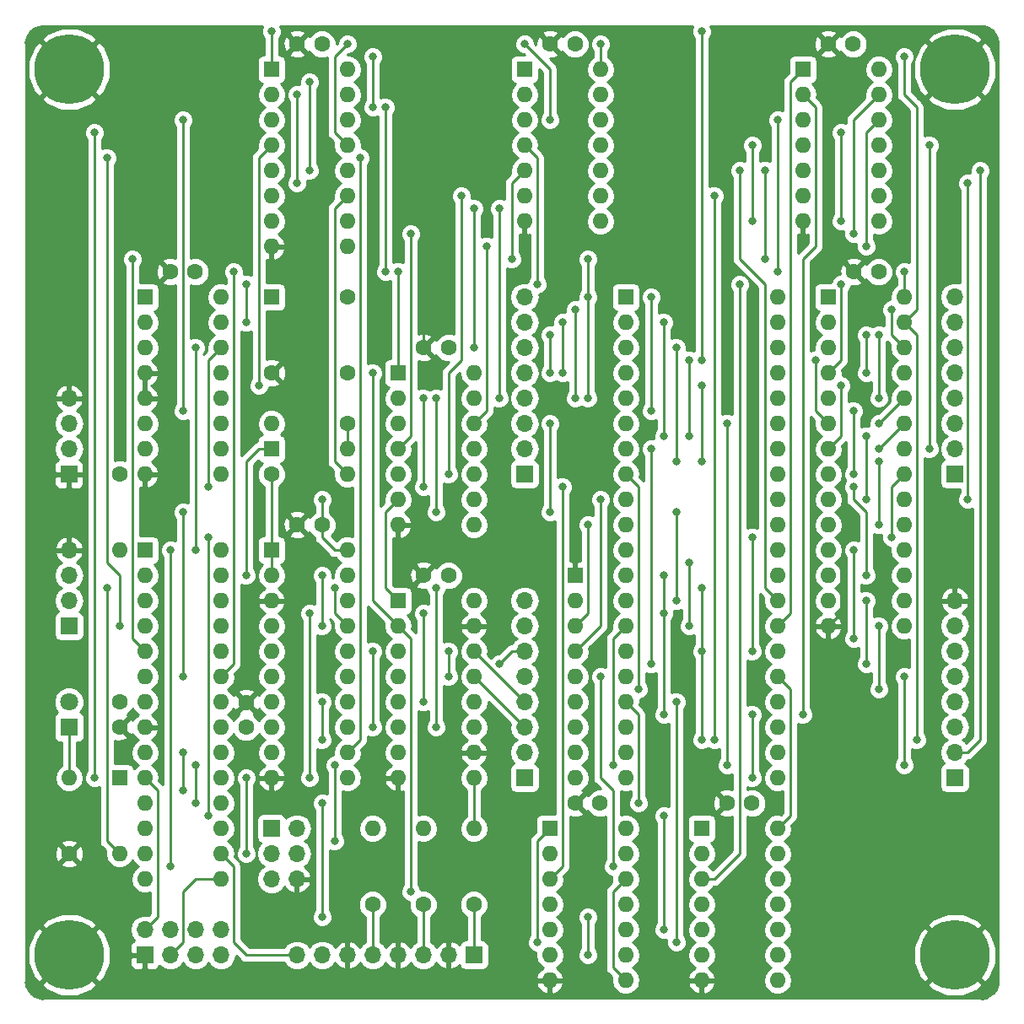
<source format=gbr>
G04 #@! TF.GenerationSoftware,KiCad,Pcbnew,5.0.2+dfsg1-1*
G04 #@! TF.CreationDate,2019-09-15T21:20:22+01:00*
G04 #@! TF.ProjectId,hw,68772e6b-6963-4616-945f-706362585858,rev?*
G04 #@! TF.SameCoordinates,Original*
G04 #@! TF.FileFunction,Copper,L2,Bot*
G04 #@! TF.FilePolarity,Positive*
%FSLAX46Y46*%
G04 Gerber Fmt 4.6, Leading zero omitted, Abs format (unit mm)*
G04 Created by KiCad (PCBNEW 5.0.2+dfsg1-1) date Sun 15 Sep 2019 21:20:22 BST*
%MOMM*%
%LPD*%
G01*
G04 APERTURE LIST*
G04 #@! TA.AperFunction,ComponentPad*
%ADD10R,1.600000X1.600000*%
G04 #@! TD*
G04 #@! TA.AperFunction,ComponentPad*
%ADD11O,1.600000X1.600000*%
G04 #@! TD*
G04 #@! TA.AperFunction,ComponentPad*
%ADD12C,1.600000*%
G04 #@! TD*
G04 #@! TA.AperFunction,ComponentPad*
%ADD13O,1.700000X1.700000*%
G04 #@! TD*
G04 #@! TA.AperFunction,ComponentPad*
%ADD14R,1.700000X1.700000*%
G04 #@! TD*
G04 #@! TA.AperFunction,ComponentPad*
%ADD15C,7.000000*%
G04 #@! TD*
G04 #@! TA.AperFunction,ComponentPad*
%ADD16C,0.800000*%
G04 #@! TD*
G04 #@! TA.AperFunction,ComponentPad*
%ADD17R,1.800000X1.800000*%
G04 #@! TD*
G04 #@! TA.AperFunction,ComponentPad*
%ADD18C,1.800000*%
G04 #@! TD*
G04 #@! TA.AperFunction,ViaPad*
%ADD19C,0.800000*%
G04 #@! TD*
G04 #@! TA.AperFunction,Conductor*
%ADD20C,0.250000*%
G04 #@! TD*
G04 #@! TA.AperFunction,Conductor*
%ADD21C,0.254000*%
G04 #@! TD*
G04 APERTURE END LIST*
D10*
G04 #@! TO.P,U7,1*
G04 #@! TO.N,/~AVR_RD*
X101600000Y-104140000D03*
D11*
G04 #@! TO.P,U7,11*
G04 #@! TO.N,/SR_SER*
X109220000Y-127000000D03*
G04 #@! TO.P,U7,2*
G04 #@! TO.N,/~AVR_RD*
X101600000Y-106680000D03*
G04 #@! TO.P,U7,12*
G04 #@! TO.N,Net-(U4-Pad11)*
X109220000Y-124460000D03*
G04 #@! TO.P,U7,3*
G04 #@! TO.N,GND*
X101600000Y-109220000D03*
G04 #@! TO.P,U7,13*
G04 #@! TO.N,/D1*
X109220000Y-121920000D03*
G04 #@! TO.P,U7,4*
G04 #@! TO.N,/D6*
X101600000Y-111760000D03*
G04 #@! TO.P,U7,14*
G04 #@! TO.N,/D3*
X109220000Y-119380000D03*
G04 #@! TO.P,U7,5*
G04 #@! TO.N,/D4*
X101600000Y-114300000D03*
G04 #@! TO.P,U7,15*
G04 #@! TO.N,/D5*
X109220000Y-116840000D03*
G04 #@! TO.P,U7,6*
G04 #@! TO.N,/D2*
X101600000Y-116840000D03*
G04 #@! TO.P,U7,16*
G04 #@! TO.N,/D7*
X109220000Y-114300000D03*
G04 #@! TO.P,U7,7*
G04 #@! TO.N,/D0*
X101600000Y-119380000D03*
G04 #@! TO.P,U7,17*
G04 #@! TO.N,/SR_OUT*
X109220000Y-111760000D03*
G04 #@! TO.P,U7,8*
G04 #@! TO.N,N/C*
X101600000Y-121920000D03*
G04 #@! TO.P,U7,18*
G04 #@! TO.N,+5V*
X109220000Y-109220000D03*
G04 #@! TO.P,U7,9*
X101600000Y-124460000D03*
G04 #@! TO.P,U7,19*
G04 #@! TO.N,/SR_MODE*
X109220000Y-106680000D03*
G04 #@! TO.P,U7,10*
G04 #@! TO.N,GND*
X101600000Y-127000000D03*
G04 #@! TO.P,U7,20*
G04 #@! TO.N,+5V*
X109220000Y-104140000D03*
G04 #@! TD*
D10*
G04 #@! TO.P,U6,1*
G04 #@! TO.N,/A11*
X137160000Y-78740000D03*
D11*
G04 #@! TO.P,U6,21*
G04 #@! TO.N,/~RD*
X152400000Y-127000000D03*
G04 #@! TO.P,U6,2*
G04 #@! TO.N,/A12*
X137160000Y-81280000D03*
G04 #@! TO.P,U6,22*
G04 #@! TO.N,/~WR*
X152400000Y-124460000D03*
G04 #@! TO.P,U6,3*
G04 #@! TO.N,/A13*
X137160000Y-83820000D03*
G04 #@! TO.P,U6,23*
G04 #@! TO.N,N/C*
X152400000Y-121920000D03*
G04 #@! TO.P,U6,4*
G04 #@! TO.N,/A14*
X137160000Y-86360000D03*
G04 #@! TO.P,U6,24*
G04 #@! TO.N,/~WAIT*
X152400000Y-119380000D03*
G04 #@! TO.P,U6,5*
G04 #@! TO.N,/A15*
X137160000Y-88900000D03*
G04 #@! TO.P,U6,25*
G04 #@! TO.N,+5V*
X152400000Y-116840000D03*
G04 #@! TO.P,U6,6*
G04 #@! TO.N,/CLK_CPU*
X137160000Y-91440000D03*
G04 #@! TO.P,U6,26*
G04 #@! TO.N,/~RST*
X152400000Y-114300000D03*
G04 #@! TO.P,U6,7*
G04 #@! TO.N,/D4*
X137160000Y-93980000D03*
G04 #@! TO.P,U6,27*
G04 #@! TO.N,/~M1*
X152400000Y-111760000D03*
G04 #@! TO.P,U6,8*
G04 #@! TO.N,/D3*
X137160000Y-96520000D03*
G04 #@! TO.P,U6,28*
G04 #@! TO.N,/~REFRESH*
X152400000Y-109220000D03*
G04 #@! TO.P,U6,9*
G04 #@! TO.N,/D5*
X137160000Y-99060000D03*
G04 #@! TO.P,U6,29*
G04 #@! TO.N,GND*
X152400000Y-106680000D03*
G04 #@! TO.P,U6,10*
G04 #@! TO.N,/D6*
X137160000Y-101600000D03*
G04 #@! TO.P,U6,30*
G04 #@! TO.N,/A0*
X152400000Y-104140000D03*
G04 #@! TO.P,U6,11*
G04 #@! TO.N,+5V*
X137160000Y-104140000D03*
G04 #@! TO.P,U6,31*
G04 #@! TO.N,/A1*
X152400000Y-101600000D03*
G04 #@! TO.P,U6,12*
G04 #@! TO.N,/D2*
X137160000Y-106680000D03*
G04 #@! TO.P,U6,32*
G04 #@! TO.N,/A2*
X152400000Y-99060000D03*
G04 #@! TO.P,U6,13*
G04 #@! TO.N,/D7*
X137160000Y-109220000D03*
G04 #@! TO.P,U6,33*
G04 #@! TO.N,/A3*
X152400000Y-96520000D03*
G04 #@! TO.P,U6,14*
G04 #@! TO.N,/D0*
X137160000Y-111760000D03*
G04 #@! TO.P,U6,34*
G04 #@! TO.N,/A4*
X152400000Y-93980000D03*
G04 #@! TO.P,U6,15*
G04 #@! TO.N,/D1*
X137160000Y-114300000D03*
G04 #@! TO.P,U6,35*
G04 #@! TO.N,/A5*
X152400000Y-91440000D03*
G04 #@! TO.P,U6,16*
G04 #@! TO.N,/~INT*
X137160000Y-116840000D03*
G04 #@! TO.P,U6,36*
G04 #@! TO.N,/A6*
X152400000Y-88900000D03*
G04 #@! TO.P,U6,17*
G04 #@! TO.N,+5V*
X137160000Y-119380000D03*
G04 #@! TO.P,U6,37*
G04 #@! TO.N,/A7*
X152400000Y-86360000D03*
G04 #@! TO.P,U6,18*
G04 #@! TO.N,N/C*
X137160000Y-121920000D03*
G04 #@! TO.P,U6,38*
G04 #@! TO.N,/A8*
X152400000Y-83820000D03*
G04 #@! TO.P,U6,19*
G04 #@! TO.N,/~MEM_REQ*
X137160000Y-124460000D03*
G04 #@! TO.P,U6,39*
G04 #@! TO.N,/A9*
X152400000Y-81280000D03*
G04 #@! TO.P,U6,20*
G04 #@! TO.N,/~IO_REQ*
X137160000Y-127000000D03*
G04 #@! TO.P,U6,40*
G04 #@! TO.N,/A10*
X152400000Y-78740000D03*
G04 #@! TD*
G04 #@! TO.P,U12,16*
G04 #@! TO.N,+5V*
X121920000Y-109220000D03*
G04 #@! TO.P,U12,8*
G04 #@! TO.N,GND*
X114300000Y-127000000D03*
G04 #@! TO.P,U12,15*
X121920000Y-111760000D03*
G04 #@! TO.P,U12,7*
G04 #@! TO.N,N/C*
X114300000Y-124460000D03*
G04 #@! TO.P,U12,14*
G04 #@! TO.N,/D3*
X121920000Y-114300000D03*
G04 #@! TO.P,U12,6*
G04 #@! TO.N,/D7*
X114300000Y-121920000D03*
G04 #@! TO.P,U12,13*
G04 #@! TO.N,/D2*
X121920000Y-116840000D03*
G04 #@! TO.P,U12,5*
G04 #@! TO.N,/D6*
X114300000Y-119380000D03*
G04 #@! TO.P,U12,12*
G04 #@! TO.N,/D1*
X121920000Y-119380000D03*
G04 #@! TO.P,U12,4*
G04 #@! TO.N,/D5*
X114300000Y-116840000D03*
G04 #@! TO.P,U12,11*
G04 #@! TO.N,/D0*
X121920000Y-121920000D03*
G04 #@! TO.P,U12,3*
G04 #@! TO.N,/D4*
X114300000Y-114300000D03*
G04 #@! TO.P,U12,10*
G04 #@! TO.N,GND*
X121920000Y-124460000D03*
G04 #@! TO.P,U12,2*
G04 #@! TO.N,/CLK_DOT*
X114300000Y-111760000D03*
G04 #@! TO.P,U12,9*
G04 #@! TO.N,Net-(R4-Pad2)*
X121920000Y-127000000D03*
D10*
G04 #@! TO.P,U12,1*
G04 #@! TO.N,/~DPY_PL*
X114300000Y-109220000D03*
G04 #@! TD*
G04 #@! TO.P,U4,1*
G04 #@! TO.N,N/C*
X127000000Y-55880000D03*
D11*
G04 #@! TO.P,U4,8*
G04 #@! TO.N,Net-(U4-Pad8)*
X134620000Y-71120000D03*
G04 #@! TO.P,U4,2*
G04 #@! TO.N,N/C*
X127000000Y-58420000D03*
G04 #@! TO.P,U4,9*
G04 #@! TO.N,/~MEM_REQ*
X134620000Y-68580000D03*
G04 #@! TO.P,U4,3*
G04 #@! TO.N,N/C*
X127000000Y-60960000D03*
G04 #@! TO.P,U4,10*
G04 #@! TO.N,/~REFRESH*
X134620000Y-66040000D03*
G04 #@! TO.P,U4,4*
G04 #@! TO.N,/CHAR_TC*
X127000000Y-63500000D03*
G04 #@! TO.P,U4,11*
G04 #@! TO.N,Net-(U4-Pad11)*
X134620000Y-63500000D03*
G04 #@! TO.P,U4,5*
G04 #@! TO.N,/VIS_RAW*
X127000000Y-66040000D03*
G04 #@! TO.P,U4,12*
G04 #@! TO.N,/~AVR_WR*
X134620000Y-60960000D03*
G04 #@! TO.P,U4,6*
G04 #@! TO.N,Net-(U11-Pad5)*
X127000000Y-68580000D03*
G04 #@! TO.P,U4,13*
G04 #@! TO.N,/SR_CLK*
X134620000Y-58420000D03*
G04 #@! TO.P,U4,7*
G04 #@! TO.N,GND*
X127000000Y-71120000D03*
G04 #@! TO.P,U4,14*
G04 #@! TO.N,+5V*
X134620000Y-55880000D03*
G04 #@! TD*
D10*
G04 #@! TO.P,U10,1*
G04 #@! TO.N,/A10*
X157480000Y-78740000D03*
D11*
G04 #@! TO.P,U10,15*
G04 #@! TO.N,/D3*
X165100000Y-111760000D03*
G04 #@! TO.P,U10,2*
G04 #@! TO.N,/A9*
X157480000Y-81280000D03*
G04 #@! TO.P,U10,16*
G04 #@! TO.N,/D4*
X165100000Y-109220000D03*
G04 #@! TO.P,U10,3*
G04 #@! TO.N,/A8*
X157480000Y-83820000D03*
G04 #@! TO.P,U10,17*
G04 #@! TO.N,/D5*
X165100000Y-106680000D03*
G04 #@! TO.P,U10,4*
G04 #@! TO.N,/A7*
X157480000Y-86360000D03*
G04 #@! TO.P,U10,18*
G04 #@! TO.N,/D6*
X165100000Y-104140000D03*
G04 #@! TO.P,U10,5*
G04 #@! TO.N,/A6*
X157480000Y-88900000D03*
G04 #@! TO.P,U10,19*
G04 #@! TO.N,/D7*
X165100000Y-101600000D03*
G04 #@! TO.P,U10,6*
G04 #@! TO.N,/A5*
X157480000Y-91440000D03*
G04 #@! TO.P,U10,20*
G04 #@! TO.N,/~RAM_REQ*
X165100000Y-99060000D03*
G04 #@! TO.P,U10,7*
G04 #@! TO.N,/A4*
X157480000Y-93980000D03*
G04 #@! TO.P,U10,21*
G04 #@! TO.N,/A0*
X165100000Y-96520000D03*
G04 #@! TO.P,U10,8*
G04 #@! TO.N,/A3*
X157480000Y-96520000D03*
G04 #@! TO.P,U10,22*
G04 #@! TO.N,/~RAM_OE*
X165100000Y-93980000D03*
G04 #@! TO.P,U10,9*
G04 #@! TO.N,/A2*
X157480000Y-99060000D03*
G04 #@! TO.P,U10,23*
G04 #@! TO.N,/A14*
X165100000Y-91440000D03*
G04 #@! TO.P,U10,10*
G04 #@! TO.N,/A1*
X157480000Y-101600000D03*
G04 #@! TO.P,U10,24*
G04 #@! TO.N,/A13*
X165100000Y-88900000D03*
G04 #@! TO.P,U10,11*
G04 #@! TO.N,/D0*
X157480000Y-104140000D03*
G04 #@! TO.P,U10,25*
G04 #@! TO.N,/A12*
X165100000Y-86360000D03*
G04 #@! TO.P,U10,12*
G04 #@! TO.N,/D1*
X157480000Y-106680000D03*
G04 #@! TO.P,U10,26*
G04 #@! TO.N,/A11*
X165100000Y-83820000D03*
G04 #@! TO.P,U10,13*
G04 #@! TO.N,/D2*
X157480000Y-109220000D03*
G04 #@! TO.P,U10,27*
G04 #@! TO.N,/~WR*
X165100000Y-81280000D03*
G04 #@! TO.P,U10,14*
G04 #@! TO.N,GND*
X157480000Y-111760000D03*
G04 #@! TO.P,U10,28*
G04 #@! TO.N,+5V*
X165100000Y-78740000D03*
G04 #@! TD*
D10*
G04 #@! TO.P,U2,1*
G04 #@! TO.N,+5V*
X88900000Y-78740000D03*
D11*
G04 #@! TO.P,U2,9*
G04 #@! TO.N,Net-(D1-Pad2)*
X96520000Y-96520000D03*
G04 #@! TO.P,U2,2*
G04 #@! TO.N,/CLK_DOT*
X88900000Y-81280000D03*
G04 #@! TO.P,U2,10*
G04 #@! TO.N,+5V*
X96520000Y-93980000D03*
G04 #@! TO.P,U2,3*
G04 #@! TO.N,/CLK_OVR*
X88900000Y-83820000D03*
G04 #@! TO.P,U2,11*
G04 #@! TO.N,Net-(R1-Pad2)*
X96520000Y-91440000D03*
G04 #@! TO.P,U2,4*
G04 #@! TO.N,GND*
X88900000Y-86360000D03*
G04 #@! TO.P,U2,12*
G04 #@! TO.N,N/C*
X96520000Y-88900000D03*
G04 #@! TO.P,U2,5*
G04 #@! TO.N,GND*
X88900000Y-88900000D03*
G04 #@! TO.P,U2,13*
G04 #@! TO.N,N/C*
X96520000Y-86360000D03*
G04 #@! TO.P,U2,6*
G04 #@! TO.N,+5V*
X88900000Y-91440000D03*
G04 #@! TO.P,U2,14*
G04 #@! TO.N,/CLK_CPU*
X96520000Y-83820000D03*
G04 #@! TO.P,U2,7*
G04 #@! TO.N,+5V*
X88900000Y-93980000D03*
G04 #@! TO.P,U2,15*
G04 #@! TO.N,/CHAR_TC*
X96520000Y-81280000D03*
G04 #@! TO.P,U2,8*
G04 #@! TO.N,GND*
X88900000Y-96520000D03*
G04 #@! TO.P,U2,16*
G04 #@! TO.N,+5V*
X96520000Y-78740000D03*
G04 #@! TD*
D12*
G04 #@! TO.P,C1,1*
G04 #@! TO.N,+5V*
X159980000Y-53340000D03*
G04 #@! TO.P,C1,2*
G04 #@! TO.N,GND*
X157480000Y-53340000D03*
G04 #@! TD*
G04 #@! TO.P,C2,2*
G04 #@! TO.N,GND*
X116880000Y-106680000D03*
G04 #@! TO.P,C2,1*
G04 #@! TO.N,+5V*
X119380000Y-106680000D03*
G04 #@! TD*
G04 #@! TO.P,C3,2*
G04 #@! TO.N,GND*
X132080000Y-129540000D03*
G04 #@! TO.P,C3,1*
G04 #@! TO.N,+5V*
X134580000Y-129540000D03*
G04 #@! TD*
G04 #@! TO.P,C4,2*
G04 #@! TO.N,GND*
X104180000Y-101600000D03*
G04 #@! TO.P,C4,1*
G04 #@! TO.N,+5V*
X106680000Y-101600000D03*
G04 #@! TD*
G04 #@! TO.P,C5,2*
G04 #@! TO.N,GND*
X104180000Y-53340000D03*
G04 #@! TO.P,C5,1*
G04 #@! TO.N,+5V*
X106680000Y-53340000D03*
G04 #@! TD*
G04 #@! TO.P,C6,2*
G04 #@! TO.N,GND*
X91440000Y-76200000D03*
G04 #@! TO.P,C6,1*
G04 #@! TO.N,+5V*
X93940000Y-76200000D03*
G04 #@! TD*
G04 #@! TO.P,C7,2*
G04 #@! TO.N,GND*
X147320000Y-129540000D03*
G04 #@! TO.P,C7,1*
G04 #@! TO.N,+5V*
X149820000Y-129540000D03*
G04 #@! TD*
G04 #@! TO.P,C8,1*
G04 #@! TO.N,+5V*
X99060000Y-121920000D03*
G04 #@! TO.P,C8,2*
G04 #@! TO.N,GND*
X99060000Y-119420000D03*
G04 #@! TD*
G04 #@! TO.P,C9,1*
G04 #@! TO.N,+5V*
X132080000Y-53340000D03*
G04 #@! TO.P,C9,2*
G04 #@! TO.N,GND*
X129580000Y-53340000D03*
G04 #@! TD*
G04 #@! TO.P,C10,1*
G04 #@! TO.N,+5V*
X162560000Y-76200000D03*
G04 #@! TO.P,C10,2*
G04 #@! TO.N,GND*
X160060000Y-76200000D03*
G04 #@! TD*
G04 #@! TO.P,C11,1*
G04 #@! TO.N,+5V*
X119380000Y-83820000D03*
G04 #@! TO.P,C11,2*
G04 #@! TO.N,GND*
X116880000Y-83820000D03*
G04 #@! TD*
G04 #@! TO.P,C12,1*
G04 #@! TO.N,+5V*
X86360000Y-119380000D03*
G04 #@! TO.P,C12,2*
G04 #@! TO.N,GND*
X86360000Y-121880000D03*
G04 #@! TD*
D10*
G04 #@! TO.P,D1,1*
G04 #@! TO.N,/CLK_SEL*
X101600000Y-93980000D03*
D11*
G04 #@! TO.P,D1,2*
G04 #@! TO.N,Net-(D1-Pad2)*
X109220000Y-93980000D03*
G04 #@! TD*
G04 #@! TO.P,D2,2*
G04 #@! TO.N,/~AVR_RD*
X86360000Y-134620000D03*
D10*
G04 #@! TO.P,D2,1*
G04 #@! TO.N,Net-(D2-Pad1)*
X86360000Y-127000000D03*
G04 #@! TD*
D13*
G04 #@! TO.P,J2,8*
G04 #@! TO.N,GND*
X170180000Y-109220000D03*
G04 #@! TO.P,J2,7*
G04 #@! TO.N,/~RST*
X170180000Y-111760000D03*
G04 #@! TO.P,J2,6*
G04 #@! TO.N,/CLK_CPU*
X170180000Y-114300000D03*
G04 #@! TO.P,J2,5*
G04 #@! TO.N,/~IO_REQ*
X170180000Y-116840000D03*
G04 #@! TO.P,J2,4*
G04 #@! TO.N,/~MEM_REQ*
X170180000Y-119380000D03*
G04 #@! TO.P,J2,3*
G04 #@! TO.N,/~WR*
X170180000Y-121920000D03*
G04 #@! TO.P,J2,2*
G04 #@! TO.N,/~RD*
X170180000Y-124460000D03*
D14*
G04 #@! TO.P,J2,1*
G04 #@! TO.N,+5V*
X170180000Y-127000000D03*
G04 #@! TD*
G04 #@! TO.P,J3,1*
G04 #@! TO.N,/ISP_MISO*
X101600000Y-132080000D03*
D13*
G04 #@! TO.P,J3,2*
G04 #@! TO.N,N/C*
X104140000Y-132080000D03*
G04 #@! TO.P,J3,3*
G04 #@! TO.N,/ISP_SCLK*
X101600000Y-134620000D03*
G04 #@! TO.P,J3,4*
G04 #@! TO.N,/ISP_MOSI*
X104140000Y-134620000D03*
G04 #@! TO.P,J3,5*
G04 #@! TO.N,/ISP_RESET*
X101600000Y-137160000D03*
G04 #@! TO.P,J3,6*
G04 #@! TO.N,GND*
X104140000Y-137160000D03*
G04 #@! TD*
D14*
G04 #@! TO.P,J4,1*
G04 #@! TO.N,+5V*
X81280000Y-111760000D03*
D13*
G04 #@! TO.P,J4,2*
G04 #@! TO.N,/TXD*
X81280000Y-109220000D03*
G04 #@! TO.P,J4,3*
G04 #@! TO.N,/RXD*
X81280000Y-106680000D03*
G04 #@! TO.P,J4,4*
G04 #@! TO.N,GND*
X81280000Y-104140000D03*
G04 #@! TD*
D14*
G04 #@! TO.P,J7,1*
G04 #@! TO.N,/D0*
X127000000Y-127000000D03*
D13*
G04 #@! TO.P,J7,2*
G04 #@! TO.N,/D1*
X127000000Y-124460000D03*
G04 #@! TO.P,J7,3*
G04 #@! TO.N,/D2*
X127000000Y-121920000D03*
G04 #@! TO.P,J7,4*
G04 #@! TO.N,/D3*
X127000000Y-119380000D03*
G04 #@! TO.P,J7,5*
G04 #@! TO.N,/D4*
X127000000Y-116840000D03*
G04 #@! TO.P,J7,6*
G04 #@! TO.N,/D5*
X127000000Y-114300000D03*
G04 #@! TO.P,J7,7*
G04 #@! TO.N,/D6*
X127000000Y-111760000D03*
G04 #@! TO.P,J7,8*
G04 #@! TO.N,/D7*
X127000000Y-109220000D03*
G04 #@! TD*
D10*
G04 #@! TO.P,RN1,1*
G04 #@! TO.N,GND*
X132080000Y-106680000D03*
D11*
G04 #@! TO.P,RN1,2*
G04 #@! TO.N,/D7*
X132080000Y-109220000D03*
G04 #@! TO.P,RN1,3*
G04 #@! TO.N,/D6*
X132080000Y-111760000D03*
G04 #@! TO.P,RN1,4*
G04 #@! TO.N,/D5*
X132080000Y-114300000D03*
G04 #@! TO.P,RN1,5*
G04 #@! TO.N,/D4*
X132080000Y-116840000D03*
G04 #@! TO.P,RN1,6*
G04 #@! TO.N,/D3*
X132080000Y-119380000D03*
G04 #@! TO.P,RN1,7*
G04 #@! TO.N,/D2*
X132080000Y-121920000D03*
G04 #@! TO.P,RN1,8*
G04 #@! TO.N,/D1*
X132080000Y-124460000D03*
G04 #@! TO.P,RN1,9*
G04 #@! TO.N,/D0*
X132080000Y-127000000D03*
G04 #@! TD*
G04 #@! TO.P,U3,14*
G04 #@! TO.N,+5V*
X137160000Y-132080000D03*
G04 #@! TO.P,U3,7*
G04 #@! TO.N,GND*
X129540000Y-147320000D03*
G04 #@! TO.P,U3,13*
G04 #@! TO.N,+5V*
X137160000Y-134620000D03*
G04 #@! TO.P,U3,6*
G04 #@! TO.N,/~WAIT*
X129540000Y-144780000D03*
G04 #@! TO.P,U3,12*
G04 #@! TO.N,Net-(U3-Pad12)*
X137160000Y-137160000D03*
G04 #@! TO.P,U3,5*
G04 #@! TO.N,N/C*
X129540000Y-142240000D03*
G04 #@! TO.P,U3,11*
G04 #@! TO.N,/CLK_DOT*
X137160000Y-139700000D03*
G04 #@! TO.P,U3,4*
G04 #@! TO.N,+5V*
X129540000Y-139700000D03*
G04 #@! TO.P,U3,10*
X137160000Y-142240000D03*
G04 #@! TO.P,U3,3*
G04 #@! TO.N,Net-(U11-Pad2)*
X129540000Y-137160000D03*
G04 #@! TO.P,U3,9*
G04 #@! TO.N,/CLK_AVR*
X137160000Y-144780000D03*
G04 #@! TO.P,U3,2*
G04 #@! TO.N,+5V*
X129540000Y-134620000D03*
G04 #@! TO.P,U3,8*
G04 #@! TO.N,Net-(U3-Pad12)*
X137160000Y-147320000D03*
D10*
G04 #@! TO.P,U3,1*
G04 #@! TO.N,/HSYNC*
X129540000Y-132080000D03*
G04 #@! TD*
G04 #@! TO.P,U5,1*
G04 #@! TO.N,/A5*
X101600000Y-55880000D03*
D11*
G04 #@! TO.P,U5,9*
G04 #@! TO.N,N/C*
X109220000Y-73660000D03*
G04 #@! TO.P,U5,2*
G04 #@! TO.N,/~RD*
X101600000Y-58420000D03*
G04 #@! TO.P,U5,10*
G04 #@! TO.N,N/C*
X109220000Y-71120000D03*
G04 #@! TO.P,U5,3*
G04 #@! TO.N,/~WR*
X101600000Y-60960000D03*
G04 #@! TO.P,U5,11*
G04 #@! TO.N,Net-(R3-Pad2)*
X109220000Y-68580000D03*
G04 #@! TO.P,U5,4*
G04 #@! TO.N,/A6*
X101600000Y-63500000D03*
G04 #@! TO.P,U5,12*
G04 #@! TO.N,N/C*
X109220000Y-66040000D03*
G04 #@! TO.P,U5,5*
G04 #@! TO.N,/~IO_REQ*
X101600000Y-66040000D03*
G04 #@! TO.P,U5,13*
G04 #@! TO.N,/~AVR_WR*
X109220000Y-63500000D03*
G04 #@! TO.P,U5,6*
G04 #@! TO.N,/A7*
X101600000Y-68580000D03*
G04 #@! TO.P,U5,14*
G04 #@! TO.N,N/C*
X109220000Y-60960000D03*
G04 #@! TO.P,U5,7*
X101600000Y-71120000D03*
G04 #@! TO.P,U5,15*
X109220000Y-58420000D03*
G04 #@! TO.P,U5,8*
G04 #@! TO.N,GND*
X101600000Y-73660000D03*
G04 #@! TO.P,U5,16*
G04 #@! TO.N,+5V*
X109220000Y-55880000D03*
G04 #@! TD*
G04 #@! TO.P,U8,14*
G04 #@! TO.N,+5V*
X162560000Y-55880000D03*
G04 #@! TO.P,U8,7*
G04 #@! TO.N,GND*
X154940000Y-71120000D03*
G04 #@! TO.P,U8,13*
G04 #@! TO.N,Net-(U11-Pad4)*
X162560000Y-58420000D03*
G04 #@! TO.P,U8,6*
G04 #@! TO.N,/~RAM_REQ*
X154940000Y-68580000D03*
G04 #@! TO.P,U8,12*
G04 #@! TO.N,Net-(U11-Pad12)*
X162560000Y-60960000D03*
G04 #@! TO.P,U8,5*
G04 #@! TO.N,/A15*
X154940000Y-66040000D03*
G04 #@! TO.P,U8,11*
G04 #@! TO.N,/~RAM_OE*
X162560000Y-63500000D03*
G04 #@! TO.P,U8,4*
G04 #@! TO.N,Net-(U4-Pad8)*
X154940000Y-63500000D03*
G04 #@! TO.P,U8,10*
G04 #@! TO.N,/~RD*
X162560000Y-66040000D03*
G04 #@! TO.P,U8,3*
G04 #@! TO.N,/~INTACK*
X154940000Y-60960000D03*
G04 #@! TO.P,U8,9*
G04 #@! TO.N,/~AVR_OVR*
X162560000Y-68580000D03*
G04 #@! TO.P,U8,2*
G04 #@! TO.N,/~IO_REQ*
X154940000Y-58420000D03*
G04 #@! TO.P,U8,8*
G04 #@! TO.N,Net-(D2-Pad1)*
X162560000Y-71120000D03*
D10*
G04 #@! TO.P,U8,1*
G04 #@! TO.N,/~M1*
X154940000Y-55880000D03*
G04 #@! TD*
G04 #@! TO.P,U9,1*
G04 #@! TO.N,+5V*
X144780000Y-132080000D03*
D11*
G04 #@! TO.P,U9,8*
G04 #@! TO.N,N/C*
X152400000Y-147320000D03*
G04 #@! TO.P,U9,2*
G04 #@! TO.N,/HSYNC_RAW*
X144780000Y-134620000D03*
G04 #@! TO.P,U9,9*
G04 #@! TO.N,N/C*
X152400000Y-144780000D03*
G04 #@! TO.P,U9,3*
G04 #@! TO.N,/CHAR_TC*
X144780000Y-137160000D03*
G04 #@! TO.P,U9,10*
G04 #@! TO.N,N/C*
X152400000Y-142240000D03*
G04 #@! TO.P,U9,4*
G04 #@! TO.N,+5V*
X144780000Y-139700000D03*
G04 #@! TO.P,U9,11*
G04 #@! TO.N,N/C*
X152400000Y-139700000D03*
G04 #@! TO.P,U9,5*
G04 #@! TO.N,/HSYNC*
X144780000Y-142240000D03*
G04 #@! TO.P,U9,12*
G04 #@! TO.N,N/C*
X152400000Y-137160000D03*
G04 #@! TO.P,U9,6*
X144780000Y-144780000D03*
G04 #@! TO.P,U9,13*
X152400000Y-134620000D03*
G04 #@! TO.P,U9,7*
G04 #@! TO.N,GND*
X144780000Y-147320000D03*
G04 #@! TO.P,U9,14*
G04 #@! TO.N,+5V*
X152400000Y-132080000D03*
G04 #@! TD*
D10*
G04 #@! TO.P,U11,1*
G04 #@! TO.N,/~INTACK*
X114300000Y-86360000D03*
D11*
G04 #@! TO.P,U11,8*
G04 #@! TO.N,N/C*
X121920000Y-101600000D03*
G04 #@! TO.P,U11,2*
G04 #@! TO.N,Net-(U11-Pad2)*
X114300000Y-88900000D03*
G04 #@! TO.P,U11,9*
G04 #@! TO.N,N/C*
X121920000Y-99060000D03*
G04 #@! TO.P,U11,3*
G04 #@! TO.N,/~WR*
X114300000Y-91440000D03*
G04 #@! TO.P,U11,10*
G04 #@! TO.N,N/C*
X121920000Y-96520000D03*
G04 #@! TO.P,U11,4*
G04 #@! TO.N,Net-(U11-Pad4)*
X114300000Y-93980000D03*
G04 #@! TO.P,U11,11*
G04 #@! TO.N,N/C*
X121920000Y-93980000D03*
G04 #@! TO.P,U11,5*
G04 #@! TO.N,Net-(U11-Pad5)*
X114300000Y-96520000D03*
G04 #@! TO.P,U11,12*
G04 #@! TO.N,Net-(U11-Pad12)*
X121920000Y-91440000D03*
G04 #@! TO.P,U11,6*
G04 #@! TO.N,/~DPY_PL*
X114300000Y-99060000D03*
G04 #@! TO.P,U11,13*
G04 #@! TO.N,/~AVR_OVR*
X121920000Y-88900000D03*
G04 #@! TO.P,U11,7*
G04 #@! TO.N,GND*
X114300000Y-101600000D03*
G04 #@! TO.P,U11,14*
G04 #@! TO.N,+5V*
X121920000Y-86360000D03*
G04 #@! TD*
D10*
G04 #@! TO.P,X1,1*
G04 #@! TO.N,+5V*
X101600000Y-78740000D03*
D12*
G04 #@! TO.P,X1,8*
X109220000Y-78740000D03*
G04 #@! TO.P,X1,5*
G04 #@! TO.N,/CLK_DOT*
X109220000Y-86360000D03*
G04 #@! TO.P,X1,4*
G04 #@! TO.N,GND*
X101600000Y-86360000D03*
G04 #@! TD*
D14*
G04 #@! TO.P,J1,1*
G04 #@! TO.N,GND*
X88900000Y-144780000D03*
D13*
G04 #@! TO.P,J1,2*
G04 #@! TO.N,/PS2_CLK*
X88900000Y-142240000D03*
G04 #@! TO.P,J1,3*
G04 #@! TO.N,/PS2_DATA*
X91440000Y-144780000D03*
G04 #@! TO.P,J1,4*
G04 #@! TO.N,N/C*
X91440000Y-142240000D03*
G04 #@! TO.P,J1,5*
X93980000Y-144780000D03*
G04 #@! TO.P,J1,6*
X93980000Y-142240000D03*
G04 #@! TO.P,J1,7*
G04 #@! TO.N,+5V*
X96520000Y-144780000D03*
G04 #@! TO.P,J1,8*
G04 #@! TO.N,N/C*
X96520000Y-142240000D03*
G04 #@! TD*
D12*
G04 #@! TO.P,R1,1*
G04 #@! TO.N,Net-(D1-Pad2)*
X109220000Y-91440000D03*
D11*
G04 #@! TO.P,R1,2*
G04 #@! TO.N,Net-(R1-Pad2)*
X101600000Y-91440000D03*
G04 #@! TD*
D12*
G04 #@! TO.P,R2,1*
G04 #@! TO.N,+5V*
X86360000Y-96520000D03*
D11*
G04 #@! TO.P,R2,2*
G04 #@! TO.N,/ISP_RESET*
X86360000Y-104140000D03*
G04 #@! TD*
D12*
G04 #@! TO.P,R3,1*
G04 #@! TO.N,/~AVR_RD*
X101600000Y-96520000D03*
D11*
G04 #@! TO.P,R3,2*
G04 #@! TO.N,Net-(R3-Pad2)*
X109220000Y-96520000D03*
G04 #@! TD*
G04 #@! TO.P,R4,2*
G04 #@! TO.N,Net-(R4-Pad2)*
X121920000Y-132080000D03*
D12*
G04 #@! TO.P,R4,1*
G04 #@! TO.N,Net-(J8-Pad1)*
X121920000Y-139700000D03*
G04 #@! TD*
D11*
G04 #@! TO.P,R5,2*
G04 #@! TO.N,Net-(R4-Pad2)*
X116840000Y-132080000D03*
D12*
G04 #@! TO.P,R5,1*
G04 #@! TO.N,Net-(J8-Pad3)*
X116840000Y-139700000D03*
G04 #@! TD*
D11*
G04 #@! TO.P,R6,2*
G04 #@! TO.N,Net-(R4-Pad2)*
X111760000Y-132080000D03*
D12*
G04 #@! TO.P,R6,1*
G04 #@! TO.N,Net-(J8-Pad5)*
X111760000Y-139700000D03*
G04 #@! TD*
D15*
G04 #@! TO.P,M1,1*
G04 #@! TO.N,GND*
X81280000Y-144780000D03*
D16*
X83905000Y-144780000D03*
X83136155Y-146636155D03*
X81280000Y-147405000D03*
X79423845Y-146636155D03*
X78655000Y-144780000D03*
X79423845Y-142923845D03*
X81280000Y-142155000D03*
X83136155Y-142923845D03*
G04 #@! TD*
G04 #@! TO.P,M2,1*
G04 #@! TO.N,GND*
X83136155Y-54023845D03*
X81280000Y-53255000D03*
X79423845Y-54023845D03*
X78655000Y-55880000D03*
X79423845Y-57736155D03*
X81280000Y-58505000D03*
X83136155Y-57736155D03*
X83905000Y-55880000D03*
D15*
X81280000Y-55880000D03*
G04 #@! TD*
G04 #@! TO.P,M3,1*
G04 #@! TO.N,GND*
X170180000Y-144780000D03*
D16*
X172805000Y-144780000D03*
X172036155Y-146636155D03*
X170180000Y-147405000D03*
X168323845Y-146636155D03*
X167555000Y-144780000D03*
X168323845Y-142923845D03*
X170180000Y-142155000D03*
X172036155Y-142923845D03*
G04 #@! TD*
G04 #@! TO.P,M4,1*
G04 #@! TO.N,GND*
X172036155Y-54023845D03*
X170180000Y-53255000D03*
X168323845Y-54023845D03*
X167555000Y-55880000D03*
X168323845Y-57736155D03*
X170180000Y-58505000D03*
X172036155Y-57736155D03*
X172805000Y-55880000D03*
D15*
X170180000Y-55880000D03*
G04 #@! TD*
D13*
G04 #@! TO.P,J5,8*
G04 #@! TO.N,/A7*
X170180000Y-78740000D03*
G04 #@! TO.P,J5,7*
G04 #@! TO.N,/A6*
X170180000Y-81280000D03*
G04 #@! TO.P,J5,6*
G04 #@! TO.N,/A5*
X170180000Y-83820000D03*
G04 #@! TO.P,J5,5*
G04 #@! TO.N,/A4*
X170180000Y-86360000D03*
G04 #@! TO.P,J5,4*
G04 #@! TO.N,/A3*
X170180000Y-88900000D03*
G04 #@! TO.P,J5,3*
G04 #@! TO.N,/A2*
X170180000Y-91440000D03*
G04 #@! TO.P,J5,2*
G04 #@! TO.N,/A1*
X170180000Y-93980000D03*
D14*
G04 #@! TO.P,J5,1*
G04 #@! TO.N,/A0*
X170180000Y-96520000D03*
G04 #@! TD*
G04 #@! TO.P,J6,1*
G04 #@! TO.N,/A8*
X127000000Y-96520000D03*
D13*
G04 #@! TO.P,J6,2*
G04 #@! TO.N,/A9*
X127000000Y-93980000D03*
G04 #@! TO.P,J6,3*
G04 #@! TO.N,/A10*
X127000000Y-91440000D03*
G04 #@! TO.P,J6,4*
G04 #@! TO.N,/A11*
X127000000Y-88900000D03*
G04 #@! TO.P,J6,5*
G04 #@! TO.N,/A12*
X127000000Y-86360000D03*
G04 #@! TO.P,J6,6*
G04 #@! TO.N,/A13*
X127000000Y-83820000D03*
G04 #@! TO.P,J6,7*
G04 #@! TO.N,/A14*
X127000000Y-81280000D03*
G04 #@! TO.P,J6,8*
G04 #@! TO.N,/A15*
X127000000Y-78740000D03*
G04 #@! TD*
D14*
G04 #@! TO.P,J8,1*
G04 #@! TO.N,Net-(J8-Pad1)*
X121920000Y-144780000D03*
D13*
G04 #@! TO.P,J8,2*
G04 #@! TO.N,GND*
X119380000Y-144780000D03*
G04 #@! TO.P,J8,3*
G04 #@! TO.N,Net-(J8-Pad3)*
X116840000Y-144780000D03*
G04 #@! TO.P,J8,4*
G04 #@! TO.N,GND*
X114300000Y-144780000D03*
G04 #@! TO.P,J8,5*
G04 #@! TO.N,Net-(J8-Pad5)*
X111760000Y-144780000D03*
G04 #@! TO.P,J8,6*
G04 #@! TO.N,GND*
X109220000Y-144780000D03*
G04 #@! TO.P,J8,7*
G04 #@! TO.N,/HSYNC*
X106680000Y-144780000D03*
G04 #@! TO.P,J8,8*
G04 #@! TO.N,/VSYNC*
X104140000Y-144780000D03*
G04 #@! TD*
D17*
G04 #@! TO.P,D3,1*
G04 #@! TO.N,Net-(D3-Pad1)*
X81280000Y-121920000D03*
D18*
G04 #@! TO.P,D3,2*
G04 #@! TO.N,+5V*
X81280000Y-119380000D03*
G04 #@! TD*
D12*
G04 #@! TO.P,R7,1*
G04 #@! TO.N,GND*
X81280000Y-134620000D03*
D11*
G04 #@! TO.P,R7,2*
G04 #@! TO.N,Net-(D3-Pad1)*
X81280000Y-127000000D03*
G04 #@! TD*
D14*
G04 #@! TO.P,J9,1*
G04 #@! TO.N,GND*
X81280000Y-96520000D03*
D13*
G04 #@! TO.P,J9,2*
G04 #@! TO.N,+5V*
X81280000Y-93980000D03*
G04 #@! TO.P,J9,3*
X81280000Y-91440000D03*
G04 #@! TO.P,J9,4*
G04 #@! TO.N,GND*
X81280000Y-88900000D03*
G04 #@! TD*
D10*
G04 #@! TO.P,U1,1*
G04 #@! TO.N,/ISP_RESET*
X88900000Y-104140000D03*
D11*
G04 #@! TO.P,U1,15*
G04 #@! TO.N,/PS2_DATA*
X96520000Y-137160000D03*
G04 #@! TO.P,U1,2*
G04 #@! TO.N,/RXD*
X88900000Y-106680000D03*
G04 #@! TO.P,U1,16*
G04 #@! TO.N,/VSYNC*
X96520000Y-134620000D03*
G04 #@! TO.P,U1,3*
G04 #@! TO.N,/TXD*
X88900000Y-109220000D03*
G04 #@! TO.P,U1,17*
G04 #@! TO.N,/ISP_MOSI*
X96520000Y-132080000D03*
G04 #@! TO.P,U1,4*
G04 #@! TO.N,/~AVR_WR*
X88900000Y-111760000D03*
G04 #@! TO.P,U1,18*
G04 #@! TO.N,/ISP_MISO*
X96520000Y-129540000D03*
G04 #@! TO.P,U1,5*
G04 #@! TO.N,/VIS_RAW*
X88900000Y-114300000D03*
G04 #@! TO.P,U1,19*
G04 #@! TO.N,/ISP_SCLK*
X96520000Y-127000000D03*
G04 #@! TO.P,U1,6*
G04 #@! TO.N,/~AVR_OVR*
X88900000Y-116840000D03*
G04 #@! TO.P,U1,20*
G04 #@! TO.N,+5V*
X96520000Y-124460000D03*
G04 #@! TO.P,U1,7*
X88900000Y-119380000D03*
G04 #@! TO.P,U1,21*
X96520000Y-121920000D03*
G04 #@! TO.P,U1,8*
G04 #@! TO.N,GND*
X88900000Y-121920000D03*
G04 #@! TO.P,U1,22*
X96520000Y-119380000D03*
G04 #@! TO.P,U1,9*
G04 #@! TO.N,/CLK_AVR*
X88900000Y-124460000D03*
G04 #@! TO.P,U1,23*
G04 #@! TO.N,/SR_CLK*
X96520000Y-116840000D03*
G04 #@! TO.P,U1,10*
G04 #@! TO.N,/PS2_CLK*
X88900000Y-127000000D03*
G04 #@! TO.P,U1,24*
G04 #@! TO.N,/SR_MODE*
X96520000Y-114300000D03*
G04 #@! TO.P,U1,11*
G04 #@! TO.N,/HSYNC_RAW*
X88900000Y-129540000D03*
G04 #@! TO.P,U1,25*
G04 #@! TO.N,/SR_SER*
X96520000Y-111760000D03*
G04 #@! TO.P,U1,12*
G04 #@! TO.N,/~RST*
X88900000Y-132080000D03*
G04 #@! TO.P,U1,26*
G04 #@! TO.N,/SR_OUT*
X96520000Y-109220000D03*
G04 #@! TO.P,U1,13*
G04 #@! TO.N,/~AVR_RD*
X88900000Y-134620000D03*
G04 #@! TO.P,U1,27*
G04 #@! TO.N,/CLK_SEL*
X96520000Y-106680000D03*
G04 #@! TO.P,U1,14*
G04 #@! TO.N,/~INT*
X88900000Y-137160000D03*
G04 #@! TO.P,U1,28*
G04 #@! TO.N,/CLK_OVR*
X96520000Y-104140000D03*
G04 #@! TD*
D19*
G04 #@! TO.N,+5V*
X138430000Y-129540000D03*
X106680000Y-99060000D03*
X134620000Y-53340000D03*
X165100000Y-76200000D03*
G04 #@! TO.N,GND*
X158750000Y-105410000D03*
X116840000Y-71120000D03*
X157480000Y-76200000D03*
X157480000Y-71120000D03*
G04 #@! TO.N,/CLK_SEL*
X99060000Y-106680000D03*
G04 #@! TO.N,/~AVR_RD*
X85090000Y-107950000D03*
G04 #@! TO.N,Net-(D2-Pad1)*
X83820000Y-127000000D03*
X83820000Y-62230000D03*
X158750000Y-62230000D03*
X158750000Y-71120000D03*
G04 #@! TO.N,/~RST*
X95250000Y-130810000D03*
X95250000Y-102870000D03*
X149860000Y-102870000D03*
X149860000Y-114300000D03*
G04 #@! TO.N,/CLK_CPU*
X147320000Y-91440000D03*
X165100000Y-116840000D03*
X165100000Y-125730000D03*
X147320000Y-125730000D03*
X129540000Y-91440000D03*
X95250000Y-97790000D03*
X129540000Y-100330000D03*
G04 #@! TO.N,/~IO_REQ*
X154940000Y-120650000D03*
X149860000Y-120650000D03*
X149860000Y-127000000D03*
X105410000Y-57150000D03*
X105410000Y-66040000D03*
G04 #@! TO.N,/~MEM_REQ*
X146050000Y-68580000D03*
X146050000Y-123190000D03*
G04 #@! TO.N,/~WR*
X166370000Y-123190000D03*
X92710000Y-90170000D03*
X92710000Y-60960000D03*
X165100000Y-54610000D03*
X111760000Y-54610000D03*
X111760000Y-59690000D03*
G04 #@! TO.N,/~RD*
X172720000Y-66040000D03*
X104140000Y-67310000D03*
X104140000Y-58420000D03*
G04 #@! TO.N,/ISP_SCLK*
X99060000Y-134620000D03*
X99060000Y-127000000D03*
G04 #@! TO.N,/ISP_RESET*
X91440000Y-135890000D03*
X91440000Y-104140000D03*
G04 #@! TO.N,/A0*
X163830000Y-102870000D03*
G04 #@! TO.N,/A1*
X162560000Y-95250000D03*
X162560000Y-101600000D03*
G04 #@! TO.N,/A2*
X161290000Y-92710000D03*
X161290000Y-99060000D03*
G04 #@! TO.N,/A3*
X160020000Y-90170000D03*
X160020000Y-96520000D03*
G04 #@! TO.N,/A4*
X158750000Y-87630000D03*
G04 #@! TO.N,/A5*
X156210000Y-85090000D03*
X144780000Y-85090000D03*
X144780000Y-52070000D03*
X101600000Y-52070000D03*
G04 #@! TO.N,/A6*
X162560000Y-82550000D03*
X162560000Y-88900000D03*
X100330000Y-87630000D03*
G04 #@! TO.N,/A7*
X158750000Y-77470000D03*
X121920000Y-83820000D03*
X121920000Y-69850000D03*
G04 #@! TO.N,/A15*
X133350000Y-78740000D03*
X133350000Y-88900000D03*
X151130000Y-66040000D03*
X151130000Y-74930000D03*
X133350000Y-74930000D03*
G04 #@! TO.N,/A14*
X130810000Y-86360000D03*
X130810000Y-81280000D03*
X162560000Y-93980000D03*
X144780000Y-95250000D03*
X144780000Y-87630000D03*
G04 #@! TO.N,/A13*
X143510000Y-92710000D03*
X143510000Y-85090000D03*
X162560000Y-91440000D03*
G04 #@! TO.N,/A12*
X129540000Y-82550000D03*
X129540000Y-86360000D03*
X161290000Y-86360000D03*
X161290000Y-82550000D03*
G04 #@! TO.N,/A11*
X132080000Y-80010000D03*
X132080000Y-88900000D03*
X163830000Y-80010000D03*
G04 #@! TO.N,/A10*
X139700000Y-90170000D03*
X139700000Y-78740000D03*
G04 #@! TO.N,/A9*
X140970000Y-92710000D03*
X140970000Y-81280000D03*
G04 #@! TO.N,/A8*
X142240000Y-95250000D03*
X142240000Y-83820000D03*
G04 #@! TO.N,/D0*
X135890000Y-125730000D03*
X143510000Y-105410000D03*
X143510000Y-111760000D03*
X106680000Y-119380000D03*
X106680000Y-123190000D03*
G04 #@! TO.N,/D1*
X144780000Y-114300000D03*
X144780000Y-123190000D03*
X144780000Y-107950000D03*
G04 #@! TO.N,/D2*
X140970000Y-120650000D03*
X140970000Y-106680000D03*
X140970000Y-110490000D03*
X119380000Y-114300000D03*
X119380000Y-116840000D03*
G04 #@! TO.N,/D3*
X138430000Y-118110000D03*
X162560000Y-111760000D03*
X162560000Y-118110000D03*
G04 #@! TO.N,/D4*
X139700000Y-115570000D03*
X139700000Y-93980000D03*
X161290000Y-109220000D03*
X161290000Y-115570000D03*
G04 #@! TO.N,/D5*
X134620000Y-99060000D03*
X161290000Y-106680000D03*
X160020000Y-97790000D03*
X124460000Y-115570000D03*
G04 #@! TO.N,/D6*
X133350000Y-101600000D03*
X160020000Y-104140000D03*
X160020000Y-113030000D03*
X116840000Y-110490000D03*
X116840000Y-119380000D03*
G04 #@! TO.N,/D7*
X142240000Y-100330000D03*
X142240000Y-109220000D03*
X118110000Y-107950000D03*
X118110000Y-121920000D03*
X111760000Y-114300000D03*
X111760000Y-121920000D03*
G04 #@! TO.N,/HSYNC*
X128270000Y-143510000D03*
X140970000Y-130810000D03*
X140970000Y-142240000D03*
G04 #@! TO.N,/~AVR_WR*
X86360000Y-111760000D03*
X85090000Y-64770000D03*
X129540000Y-60960000D03*
X127000000Y-53340000D03*
X109220000Y-53340000D03*
G04 #@! TO.N,/VIS_RAW*
X125730000Y-74930000D03*
X87630000Y-74930000D03*
G04 #@! TO.N,/~AVR_OVR*
X92710000Y-116840000D03*
X92710000Y-100330000D03*
X118110000Y-100330000D03*
X118110000Y-88900000D03*
X124460000Y-69850000D03*
X124460000Y-88900000D03*
G04 #@! TO.N,/CLK_AVR*
X133350000Y-144780000D03*
X133350000Y-140970000D03*
X106680000Y-140970000D03*
X106680000Y-129540000D03*
X92710000Y-128270000D03*
X92710000Y-124460000D03*
G04 #@! TO.N,/SR_CLK*
X97790000Y-76200000D03*
X113030000Y-76200000D03*
X113030000Y-59690000D03*
G04 #@! TO.N,/SR_MODE*
X106680000Y-111760000D03*
X106680000Y-106680000D03*
G04 #@! TO.N,/HSYNC_RAW*
X107950000Y-133350000D03*
X107950000Y-125730000D03*
X93980000Y-125730000D03*
X93980000Y-129540000D03*
G04 #@! TO.N,/SR_SER*
X105410000Y-110490000D03*
X105410000Y-127000000D03*
G04 #@! TO.N,/SR_OUT*
X107950000Y-107950000D03*
G04 #@! TO.N,/~INT*
X134620000Y-116840000D03*
X135890000Y-135890000D03*
G04 #@! TO.N,/CLK_OVR*
X93980000Y-83820000D03*
X93980000Y-104140000D03*
G04 #@! TO.N,/CLK_DOT*
X115570000Y-138430000D03*
X111760000Y-86360000D03*
G04 #@! TO.N,/CHAR_TC*
X148590000Y-77470000D03*
X99060000Y-77470000D03*
X99060000Y-81280000D03*
X128270000Y-77470000D03*
G04 #@! TO.N,/~WAIT*
X142240000Y-143510000D03*
X142240000Y-119380000D03*
G04 #@! TO.N,Net-(U11-Pad2)*
X130810000Y-97790000D03*
X116840000Y-97790000D03*
X116840000Y-88900000D03*
G04 #@! TO.N,Net-(U4-Pad8)*
X149860000Y-63500000D03*
X149860000Y-71120000D03*
G04 #@! TO.N,/~REFRESH*
X148590000Y-66040000D03*
G04 #@! TO.N,Net-(U4-Pad11)*
X110490000Y-64770000D03*
G04 #@! TO.N,Net-(U11-Pad5)*
X120650000Y-68580000D03*
X119380000Y-96520000D03*
G04 #@! TO.N,Net-(U11-Pad4)*
X160020000Y-72390000D03*
X115570000Y-72390000D03*
G04 #@! TO.N,/~RAM_REQ*
X171450000Y-67310000D03*
X171450000Y-99060000D03*
G04 #@! TO.N,Net-(U11-Pad12)*
X161290000Y-73660000D03*
X123190000Y-73660000D03*
G04 #@! TO.N,/~RAM_OE*
X167640000Y-63500000D03*
X167640000Y-93980000D03*
G04 #@! TO.N,/~INTACK*
X152400000Y-60960000D03*
X152400000Y-76200000D03*
X114300000Y-76200000D03*
G04 #@! TD*
D20*
G04 #@! TO.N,+5V*
X137160000Y-119380000D02*
X138430000Y-120650000D01*
X138430000Y-120650000D02*
X138430000Y-129540000D01*
X106680000Y-101600000D02*
X106680000Y-99060000D01*
X106680000Y-101600000D02*
X106680000Y-102870000D01*
X106680000Y-102870000D02*
X107950000Y-104140000D01*
X107950000Y-104140000D02*
X109220000Y-104140000D01*
X152400000Y-116840000D02*
X153670000Y-118110000D01*
X153670000Y-118110000D02*
X153670000Y-130810000D01*
X153670000Y-130810000D02*
X152400000Y-132080000D01*
X134620000Y-53340000D02*
X134620000Y-55880000D01*
X165100000Y-76200000D02*
X165100000Y-78740000D01*
G04 #@! TO.N,GND*
X158750000Y-110490000D02*
X157480000Y-111760000D01*
X158750000Y-105410000D02*
X158750000Y-110490000D01*
X116840000Y-83780000D02*
X116880000Y-83820000D01*
X116840000Y-71120000D02*
X116840000Y-83780000D01*
X157480000Y-76200000D02*
X157480000Y-71120000D01*
G04 #@! TO.N,/CLK_SEL*
X100330000Y-93980000D02*
X101600000Y-93980000D01*
X99060000Y-106680000D02*
X99060000Y-95250000D01*
X99060000Y-95250000D02*
X100330000Y-93980000D01*
G04 #@! TO.N,Net-(D1-Pad2)*
X109220000Y-91440000D02*
X109220000Y-93980000D01*
G04 #@! TO.N,/~AVR_RD*
X86360000Y-134620000D02*
X85090000Y-133350000D01*
X85090000Y-133350000D02*
X85090000Y-107950000D01*
X101600000Y-104140000D02*
X101600000Y-106680000D01*
X101600000Y-96520000D02*
X101600000Y-104140000D01*
G04 #@! TO.N,Net-(D2-Pad1)*
X83820000Y-127000000D02*
X83820000Y-62230000D01*
X158750000Y-62230000D02*
X158750000Y-71120000D01*
G04 #@! TO.N,/~RST*
X95250000Y-130810000D02*
X95250000Y-102870000D01*
X149860000Y-102870000D02*
X149860000Y-114300000D01*
G04 #@! TO.N,/CLK_CPU*
X165100000Y-116840000D02*
X165100000Y-125730000D01*
X147320000Y-125730000D02*
X147320000Y-91440000D01*
X96520000Y-83820000D02*
X95250000Y-85090000D01*
X95250000Y-85090000D02*
X95250000Y-89295002D01*
X95250000Y-89295002D02*
X95250000Y-97790000D01*
X129540000Y-91440000D02*
X129540000Y-100330000D01*
G04 #@! TO.N,/~IO_REQ*
X154940000Y-58420000D02*
X156210000Y-59690000D01*
X156210000Y-59690000D02*
X156210000Y-73660000D01*
X156210000Y-73660000D02*
X154940000Y-74930000D01*
X154940000Y-74930000D02*
X154940000Y-120650000D01*
X149860000Y-120650000D02*
X149860000Y-127000000D01*
X105410000Y-57150000D02*
X105410000Y-66040000D01*
G04 #@! TO.N,/~MEM_REQ*
X146050000Y-68580000D02*
X146050000Y-123190000D01*
G04 #@! TO.N,/~WR*
X166370000Y-82550000D02*
X165100000Y-81280000D01*
X166370000Y-123190000D02*
X166370000Y-82550000D01*
X92710000Y-90170000D02*
X92710000Y-60960000D01*
X165100000Y-81280000D02*
X166370000Y-80010000D01*
X166370000Y-80010000D02*
X166370000Y-59690000D01*
X166370000Y-59690000D02*
X165100000Y-58420000D01*
X165100000Y-58420000D02*
X165100000Y-54610000D01*
X111760000Y-54610000D02*
X111760000Y-59690000D01*
G04 #@! TO.N,/~RD*
X172720000Y-66040000D02*
X172720000Y-123190000D01*
X172720000Y-123190000D02*
X171450000Y-124460000D01*
X171450000Y-124460000D02*
X170180000Y-124460000D01*
X104140000Y-67310000D02*
X104140000Y-58420000D01*
G04 #@! TO.N,/ISP_SCLK*
X99060000Y-134620000D02*
X99060000Y-127000000D01*
G04 #@! TO.N,/ISP_RESET*
X91440000Y-135890000D02*
X91440000Y-104140000D01*
G04 #@! TO.N,/A0*
X165100000Y-96520000D02*
X163830000Y-97790000D01*
X163830000Y-97790000D02*
X163830000Y-102870000D01*
G04 #@! TO.N,/A1*
X162560000Y-95250000D02*
X162560000Y-101600000D01*
G04 #@! TO.N,/A2*
X161290000Y-92710000D02*
X161290000Y-99060000D01*
G04 #@! TO.N,/A3*
X160020000Y-90170000D02*
X160020000Y-96520000D01*
G04 #@! TO.N,/A4*
X158750000Y-87630000D02*
X158750000Y-92710000D01*
X158750000Y-92710000D02*
X157480000Y-93980000D01*
G04 #@! TO.N,/A5*
X156210000Y-85090000D02*
X156210000Y-90170000D01*
X156210000Y-90170000D02*
X157480000Y-91440000D01*
X144780000Y-85090000D02*
X144780000Y-52070000D01*
X101600000Y-52070000D02*
X101600000Y-55880000D01*
G04 #@! TO.N,/A6*
X162560000Y-82550000D02*
X162560000Y-88900000D01*
X101600000Y-63500000D02*
X100330000Y-64770000D01*
X100330000Y-64770000D02*
X100330000Y-87630000D01*
G04 #@! TO.N,/A7*
X158750000Y-77470000D02*
X158750000Y-85090000D01*
X158750000Y-85090000D02*
X157480000Y-86360000D01*
X121920000Y-83820000D02*
X121920000Y-69850000D01*
G04 #@! TO.N,/A15*
X133350000Y-78740000D02*
X133350000Y-88900000D01*
X151130000Y-66040000D02*
X151130000Y-74930000D01*
X133350000Y-74930000D02*
X133350000Y-78740000D01*
G04 #@! TO.N,/A14*
X130810000Y-86360000D02*
X130810000Y-81280000D01*
X165100000Y-91440000D02*
X162560000Y-93980000D01*
X144780000Y-95250000D02*
X144780000Y-87630000D01*
G04 #@! TO.N,/A13*
X143510000Y-92710000D02*
X143510000Y-85090000D01*
X165100000Y-88900000D02*
X162560000Y-91440000D01*
G04 #@! TO.N,/A12*
X129540000Y-82550000D02*
X129540000Y-86360000D01*
X161290000Y-86360000D02*
X161290000Y-82550000D01*
G04 #@! TO.N,/A11*
X132080000Y-80010000D02*
X132080000Y-88900000D01*
X165100000Y-83820000D02*
X163830000Y-82550000D01*
X163830000Y-82550000D02*
X163830000Y-80010000D01*
G04 #@! TO.N,/A10*
X139700000Y-90170000D02*
X139700000Y-78740000D01*
G04 #@! TO.N,/A9*
X140970000Y-92710000D02*
X140970000Y-81280000D01*
G04 #@! TO.N,/A8*
X142240000Y-95250000D02*
X142240000Y-83820000D01*
G04 #@! TO.N,/D0*
X135890000Y-125730000D02*
X135890000Y-113030000D01*
X135890000Y-113030000D02*
X137160000Y-111760000D01*
X143510000Y-105410000D02*
X143510000Y-111760000D01*
X106680000Y-119380000D02*
X106680000Y-123190000D01*
G04 #@! TO.N,/D1*
X144780000Y-123190000D02*
X144780000Y-114300000D01*
X144780000Y-107950000D02*
X144780000Y-114300000D01*
G04 #@! TO.N,/D2*
X140970000Y-120650000D02*
X140970000Y-106680000D01*
X121920000Y-116840000D02*
X127000000Y-121920000D01*
X119380000Y-114300000D02*
X119380000Y-116840000D01*
G04 #@! TO.N,/D3*
X137160000Y-96520000D02*
X138430000Y-97790000D01*
X138430000Y-97790000D02*
X138430000Y-118110000D01*
X162560000Y-111760000D02*
X162560000Y-118110000D01*
X121920000Y-114300000D02*
X127000000Y-119380000D01*
G04 #@! TO.N,/D4*
X139700000Y-115570000D02*
X139700000Y-93980000D01*
X161290000Y-109220000D02*
X161290000Y-115570000D01*
G04 #@! TO.N,/D5*
X132080000Y-114300000D02*
X134620000Y-111760000D01*
X134620000Y-111760000D02*
X134620000Y-99060000D01*
X161290000Y-106680000D02*
X161290000Y-100330000D01*
X161290000Y-100330000D02*
X160020000Y-99060000D01*
X160020000Y-99060000D02*
X160020000Y-97790000D01*
X124460000Y-115570000D02*
X125730000Y-114300000D01*
X125730000Y-114300000D02*
X127000000Y-114300000D01*
G04 #@! TO.N,/D6*
X132080000Y-111760000D02*
X133350000Y-110490000D01*
X133350000Y-110490000D02*
X133350000Y-101600000D01*
X160020000Y-104140000D02*
X160020000Y-113030000D01*
X116840000Y-110490000D02*
X116840000Y-119380000D01*
G04 #@! TO.N,/D7*
X142240000Y-100330000D02*
X142240000Y-109220000D01*
X118110000Y-107950000D02*
X118110000Y-121920000D01*
X111760000Y-114300000D02*
X111760000Y-121920000D01*
G04 #@! TO.N,Net-(J8-Pad1)*
X121920000Y-139700000D02*
X121920000Y-144780000D01*
G04 #@! TO.N,Net-(J8-Pad3)*
X116840000Y-139700000D02*
X116840000Y-144780000D01*
G04 #@! TO.N,/HSYNC*
X129540000Y-132080000D02*
X128270000Y-133350000D01*
X128270000Y-133350000D02*
X128270000Y-143510000D01*
X140970000Y-130810000D02*
X140970000Y-142240000D01*
G04 #@! TO.N,/VSYNC*
X104140000Y-144780000D02*
X99060000Y-144780000D01*
X99060000Y-144780000D02*
X97790000Y-143510000D01*
X97790000Y-143510000D02*
X97790000Y-135890000D01*
X97790000Y-135890000D02*
X96520000Y-134620000D01*
G04 #@! TO.N,Net-(R3-Pad2)*
X109220000Y-68580000D02*
X107950000Y-69850000D01*
X107950000Y-69850000D02*
X107950000Y-95250000D01*
X107950000Y-95250000D02*
X109220000Y-96520000D01*
G04 #@! TO.N,Net-(R4-Pad2)*
X121920000Y-127000000D02*
X121920000Y-132080000D01*
G04 #@! TO.N,/PS2_DATA*
X93980000Y-137160000D02*
X96520000Y-137160000D01*
X92710000Y-138430000D02*
X93980000Y-137160000D01*
X91440000Y-144780000D02*
X92710000Y-143510000D01*
X92710000Y-143510000D02*
X92710000Y-138430000D01*
G04 #@! TO.N,/~AVR_WR*
X86360000Y-111760000D02*
X86360000Y-106680000D01*
X86360000Y-106680000D02*
X85090000Y-105410000D01*
X85090000Y-105410000D02*
X85090000Y-64770000D01*
X129540000Y-60960000D02*
X129540000Y-55880000D01*
X129540000Y-55880000D02*
X127000000Y-53340000D01*
X109220000Y-53340000D02*
X107950000Y-54610000D01*
X107950000Y-54610000D02*
X107950000Y-62230000D01*
X107950000Y-62230000D02*
X109220000Y-63500000D01*
G04 #@! TO.N,/VIS_RAW*
X127000000Y-66040000D02*
X125730000Y-67310000D01*
X125730000Y-67310000D02*
X125730000Y-74930000D01*
X87630000Y-113030000D02*
X88900000Y-114300000D01*
X87630000Y-74930000D02*
X87630000Y-113030000D01*
G04 #@! TO.N,/~AVR_OVR*
X92710000Y-116840000D02*
X92710000Y-100330000D01*
X118110000Y-100330000D02*
X118110000Y-88900000D01*
X124460000Y-69850000D02*
X124460000Y-88900000D01*
G04 #@! TO.N,/CLK_AVR*
X106680000Y-140970000D02*
X106680000Y-129540000D01*
X92710000Y-128270000D02*
X92710000Y-124460000D01*
X133350000Y-140970000D02*
X133350000Y-144780000D01*
G04 #@! TO.N,/SR_CLK*
X96520000Y-116840000D02*
X97790000Y-115570000D01*
X97790000Y-115570000D02*
X97790000Y-76200000D01*
X113030000Y-76200000D02*
X113030000Y-59690000D01*
G04 #@! TO.N,/PS2_CLK*
X88900000Y-142240000D02*
X90170000Y-140970000D01*
X90170000Y-140970000D02*
X90170000Y-128270000D01*
X90170000Y-128270000D02*
X88900000Y-127000000D01*
G04 #@! TO.N,/SR_MODE*
X106680000Y-111760000D02*
X106680000Y-106680000D01*
G04 #@! TO.N,/HSYNC_RAW*
X107950000Y-133350000D02*
X107950000Y-125730000D01*
X93980000Y-125730000D02*
X93980000Y-129540000D01*
G04 #@! TO.N,/SR_SER*
X105410000Y-110490000D02*
X105410000Y-127000000D01*
G04 #@! TO.N,/SR_OUT*
X107950000Y-107950000D02*
X107950000Y-110490000D01*
X107950000Y-110490000D02*
X109220000Y-111760000D01*
G04 #@! TO.N,/~INT*
X134620000Y-127000000D02*
X134620000Y-116840000D01*
X135890000Y-135890000D02*
X135890000Y-128270000D01*
X135890000Y-128270000D02*
X134620000Y-127000000D01*
G04 #@! TO.N,/CLK_OVR*
X93980000Y-99060000D02*
X93980000Y-83820000D01*
X93980000Y-104140000D02*
X93980000Y-99060000D01*
G04 #@! TO.N,/CLK_DOT*
X115570000Y-138430000D02*
X115570000Y-113030000D01*
X115570000Y-113030000D02*
X114300000Y-111760000D01*
X111760000Y-86360000D02*
X111760000Y-109220000D01*
X111760000Y-109220000D02*
X114300000Y-111760000D01*
G04 #@! TO.N,/CHAR_TC*
X144780000Y-137160000D02*
X146050000Y-137160000D01*
X146050000Y-137160000D02*
X148590000Y-134620000D01*
X148590000Y-134620000D02*
X148590000Y-77470000D01*
X99060000Y-77470000D02*
X99060000Y-81280000D01*
X127000000Y-63500000D02*
X128270000Y-64770000D01*
X128270000Y-64770000D02*
X128270000Y-77470000D01*
G04 #@! TO.N,/~WAIT*
X142240000Y-143510000D02*
X142240000Y-119380000D01*
G04 #@! TO.N,Net-(U3-Pad12)*
X137160000Y-147320000D02*
X135890000Y-146050000D01*
X135890000Y-146050000D02*
X135890000Y-138430000D01*
X135890000Y-138430000D02*
X137160000Y-137160000D01*
G04 #@! TO.N,Net-(U11-Pad2)*
X129540000Y-137160000D02*
X130810000Y-135890000D01*
X130810000Y-135890000D02*
X130810000Y-97790000D01*
X116840000Y-97790000D02*
X116840000Y-88900000D01*
G04 #@! TO.N,Net-(U4-Pad8)*
X149860000Y-63500000D02*
X149860000Y-71120000D01*
G04 #@! TO.N,/~REFRESH*
X148590000Y-66040000D02*
X148590000Y-74930000D01*
X148590000Y-74930000D02*
X151130000Y-77470000D01*
X151130000Y-107950000D02*
X152400000Y-109220000D01*
X151130000Y-77470000D02*
X151130000Y-107950000D01*
G04 #@! TO.N,Net-(U4-Pad11)*
X109220000Y-124460000D02*
X110490000Y-123190000D01*
X110490000Y-123190000D02*
X110490000Y-64770000D01*
G04 #@! TO.N,Net-(U11-Pad5)*
X120650000Y-68580000D02*
X120650000Y-85090000D01*
X120650000Y-85090000D02*
X119380000Y-86360000D01*
X119380000Y-86360000D02*
X119380000Y-96520000D01*
G04 #@! TO.N,/~M1*
X154940000Y-55880000D02*
X153670000Y-57150000D01*
X153670000Y-57150000D02*
X153670000Y-110490000D01*
X153670000Y-110490000D02*
X152400000Y-111760000D01*
G04 #@! TO.N,Net-(U11-Pad4)*
X162560000Y-58420000D02*
X160020000Y-60960000D01*
X160020000Y-60960000D02*
X160020000Y-72390000D01*
X115570000Y-92710000D02*
X114300000Y-93980000D01*
X115570000Y-72390000D02*
X115570000Y-92710000D01*
G04 #@! TO.N,/~RAM_REQ*
X171450000Y-99060000D02*
X171450000Y-67310000D01*
G04 #@! TO.N,Net-(U11-Pad12)*
X162560000Y-60960000D02*
X161290000Y-62230000D01*
X161290000Y-62230000D02*
X161290000Y-73660000D01*
X123190000Y-73660000D02*
X123190000Y-90170000D01*
X123190000Y-90170000D02*
X121920000Y-91440000D01*
G04 #@! TO.N,/~RAM_OE*
X167640000Y-63500000D02*
X167640000Y-93980000D01*
G04 #@! TO.N,/~INTACK*
X152400000Y-60960000D02*
X152400000Y-76200000D01*
X114300000Y-76200000D02*
X114300000Y-86360000D01*
G04 #@! TO.N,/~DPY_PL*
X114300000Y-109220000D02*
X113030000Y-107950000D01*
X113030000Y-107950000D02*
X113030000Y-100330000D01*
X113030000Y-100330000D02*
X114300000Y-99060000D01*
G04 #@! TO.N,Net-(J8-Pad5)*
X111760000Y-139700000D02*
X111760000Y-144780000D01*
G04 #@! TO.N,Net-(D3-Pad1)*
X81280000Y-121920000D02*
X81280000Y-127000000D01*
G04 #@! TD*
D21*
G04 #@! TO.N,GND*
G36*
X78667612Y-51535000D02*
X100701328Y-51535000D01*
X100565000Y-51864126D01*
X100565000Y-52275874D01*
X100722569Y-52656280D01*
X100840000Y-52773711D01*
X100840001Y-54432560D01*
X100800000Y-54432560D01*
X100552235Y-54481843D01*
X100342191Y-54622191D01*
X100201843Y-54832235D01*
X100152560Y-55080000D01*
X100152560Y-56680000D01*
X100201843Y-56927765D01*
X100342191Y-57137809D01*
X100552235Y-57278157D01*
X100686106Y-57304785D01*
X100565423Y-57385423D01*
X100248260Y-57860091D01*
X100136887Y-58420000D01*
X100248260Y-58979909D01*
X100565423Y-59454577D01*
X100917758Y-59690000D01*
X100565423Y-59925423D01*
X100248260Y-60400091D01*
X100136887Y-60960000D01*
X100248260Y-61519909D01*
X100565423Y-61994577D01*
X100917758Y-62230000D01*
X100565423Y-62465423D01*
X100248260Y-62940091D01*
X100136887Y-63500000D01*
X100201312Y-63823887D01*
X99845530Y-64179669D01*
X99782071Y-64222071D01*
X99614096Y-64473464D01*
X99570000Y-64695149D01*
X99570000Y-64695153D01*
X99555112Y-64770000D01*
X99570000Y-64844847D01*
X99570001Y-76560973D01*
X99265874Y-76435000D01*
X98854126Y-76435000D01*
X98804405Y-76455595D01*
X98825000Y-76405874D01*
X98825000Y-75994126D01*
X98667431Y-75613720D01*
X98376280Y-75322569D01*
X97995874Y-75165000D01*
X97584126Y-75165000D01*
X97203720Y-75322569D01*
X96912569Y-75613720D01*
X96755000Y-75994126D01*
X96755000Y-76405874D01*
X96912569Y-76786280D01*
X97030001Y-76903712D01*
X97030001Y-77378333D01*
X96661333Y-77305000D01*
X96378667Y-77305000D01*
X95960091Y-77388260D01*
X95485423Y-77705423D01*
X95168260Y-78180091D01*
X95056887Y-78740000D01*
X95168260Y-79299909D01*
X95485423Y-79774577D01*
X95837758Y-80010000D01*
X95485423Y-80245423D01*
X95168260Y-80720091D01*
X95056887Y-81280000D01*
X95168260Y-81839909D01*
X95485423Y-82314577D01*
X95837758Y-82550000D01*
X95485423Y-82785423D01*
X95168260Y-83260091D01*
X95056887Y-83820000D01*
X95121312Y-84143887D01*
X94765530Y-84499669D01*
X94761046Y-84502665D01*
X94857431Y-84406280D01*
X95015000Y-84025874D01*
X95015000Y-83614126D01*
X94857431Y-83233720D01*
X94566280Y-82942569D01*
X94185874Y-82785000D01*
X93774126Y-82785000D01*
X93470000Y-82910973D01*
X93470000Y-77558552D01*
X93654561Y-77635000D01*
X94225439Y-77635000D01*
X94752862Y-77416534D01*
X95156534Y-77012862D01*
X95375000Y-76485439D01*
X95375000Y-75914561D01*
X95156534Y-75387138D01*
X94752862Y-74983466D01*
X94225439Y-74765000D01*
X93654561Y-74765000D01*
X93470000Y-74841448D01*
X93470000Y-61663711D01*
X93587431Y-61546280D01*
X93745000Y-61165874D01*
X93745000Y-60754126D01*
X93587431Y-60373720D01*
X93296280Y-60082569D01*
X92915874Y-59925000D01*
X92504126Y-59925000D01*
X92123720Y-60082569D01*
X91832569Y-60373720D01*
X91675000Y-60754126D01*
X91675000Y-61165874D01*
X91832569Y-61546280D01*
X91950001Y-61663712D01*
X91950001Y-74858431D01*
X91656777Y-74753035D01*
X91086546Y-74780222D01*
X90685995Y-74946136D01*
X90611861Y-75192255D01*
X91440000Y-76020395D01*
X91454143Y-76006253D01*
X91633748Y-76185858D01*
X91619605Y-76200000D01*
X91633748Y-76214143D01*
X91454142Y-76393748D01*
X91440000Y-76379605D01*
X90611861Y-77207745D01*
X90685995Y-77453864D01*
X91223223Y-77646965D01*
X91793454Y-77619778D01*
X91950000Y-77554934D01*
X91950000Y-89466289D01*
X91832569Y-89583720D01*
X91675000Y-89964126D01*
X91675000Y-90375874D01*
X91832569Y-90756280D01*
X92123720Y-91047431D01*
X92504126Y-91205000D01*
X92915874Y-91205000D01*
X93220001Y-91079027D01*
X93220000Y-99134851D01*
X93220001Y-99134856D01*
X93220001Y-99420973D01*
X92915874Y-99295000D01*
X92504126Y-99295000D01*
X92123720Y-99452569D01*
X91832569Y-99743720D01*
X91675000Y-100124126D01*
X91675000Y-100535874D01*
X91832569Y-100916280D01*
X91950001Y-101033712D01*
X91950001Y-103230973D01*
X91645874Y-103105000D01*
X91234126Y-103105000D01*
X90853720Y-103262569D01*
X90562569Y-103553720D01*
X90405000Y-103934126D01*
X90405000Y-104345874D01*
X90562569Y-104726280D01*
X90680001Y-104843712D01*
X90680000Y-127696728D01*
X90654473Y-127679671D01*
X90298688Y-127323886D01*
X90363113Y-127000000D01*
X90251740Y-126440091D01*
X89934577Y-125965423D01*
X89582242Y-125730000D01*
X89934577Y-125494577D01*
X90251740Y-125019909D01*
X90363113Y-124460000D01*
X90251740Y-123900091D01*
X89934577Y-123425423D01*
X89550892Y-123169053D01*
X89755134Y-123072389D01*
X90131041Y-122657423D01*
X90291904Y-122269039D01*
X90169915Y-122047000D01*
X89027000Y-122047000D01*
X89027000Y-122067000D01*
X88773000Y-122067000D01*
X88773000Y-122047000D01*
X88753000Y-122047000D01*
X88753000Y-121793000D01*
X88773000Y-121793000D01*
X88773000Y-121773000D01*
X89027000Y-121773000D01*
X89027000Y-121793000D01*
X90169915Y-121793000D01*
X90291904Y-121570961D01*
X90131041Y-121182577D01*
X89755134Y-120767611D01*
X89550892Y-120670947D01*
X89934577Y-120414577D01*
X90251740Y-119939909D01*
X90363113Y-119380000D01*
X90251740Y-118820091D01*
X89934577Y-118345423D01*
X89582242Y-118110000D01*
X89934577Y-117874577D01*
X90251740Y-117399909D01*
X90363113Y-116840000D01*
X90251740Y-116280091D01*
X89934577Y-115805423D01*
X89582242Y-115570000D01*
X89934577Y-115334577D01*
X90251740Y-114859909D01*
X90363113Y-114300000D01*
X90251740Y-113740091D01*
X89934577Y-113265423D01*
X89582242Y-113030000D01*
X89934577Y-112794577D01*
X90251740Y-112319909D01*
X90363113Y-111760000D01*
X90251740Y-111200091D01*
X89934577Y-110725423D01*
X89582242Y-110490000D01*
X89934577Y-110254577D01*
X90251740Y-109779909D01*
X90363113Y-109220000D01*
X90251740Y-108660091D01*
X89934577Y-108185423D01*
X89582242Y-107950000D01*
X89934577Y-107714577D01*
X90251740Y-107239909D01*
X90363113Y-106680000D01*
X90251740Y-106120091D01*
X89934577Y-105645423D01*
X89813894Y-105564785D01*
X89947765Y-105538157D01*
X90157809Y-105397809D01*
X90298157Y-105187765D01*
X90347440Y-104940000D01*
X90347440Y-103340000D01*
X90298157Y-103092235D01*
X90157809Y-102882191D01*
X89947765Y-102741843D01*
X89700000Y-102692560D01*
X88390000Y-102692560D01*
X88390000Y-97835735D01*
X88550959Y-97911914D01*
X88773000Y-97790629D01*
X88773000Y-96647000D01*
X89027000Y-96647000D01*
X89027000Y-97790629D01*
X89249041Y-97911914D01*
X89755134Y-97672389D01*
X90131041Y-97257423D01*
X90291904Y-96869039D01*
X90169915Y-96647000D01*
X89027000Y-96647000D01*
X88773000Y-96647000D01*
X88753000Y-96647000D01*
X88753000Y-96393000D01*
X88773000Y-96393000D01*
X88773000Y-96373000D01*
X89027000Y-96373000D01*
X89027000Y-96393000D01*
X90169915Y-96393000D01*
X90291904Y-96170961D01*
X90131041Y-95782577D01*
X89755134Y-95367611D01*
X89550892Y-95270947D01*
X89934577Y-95014577D01*
X90251740Y-94539909D01*
X90363113Y-93980000D01*
X90251740Y-93420091D01*
X89934577Y-92945423D01*
X89582242Y-92710000D01*
X89934577Y-92474577D01*
X90251740Y-91999909D01*
X90363113Y-91440000D01*
X90251740Y-90880091D01*
X89934577Y-90405423D01*
X89550892Y-90149053D01*
X89755134Y-90052389D01*
X90131041Y-89637423D01*
X90291904Y-89249039D01*
X90169915Y-89027000D01*
X89027000Y-89027000D01*
X89027000Y-89047000D01*
X88773000Y-89047000D01*
X88773000Y-89027000D01*
X88753000Y-89027000D01*
X88753000Y-88773000D01*
X88773000Y-88773000D01*
X88773000Y-86487000D01*
X89027000Y-86487000D01*
X89027000Y-88773000D01*
X90169915Y-88773000D01*
X90291904Y-88550961D01*
X90131041Y-88162577D01*
X89755134Y-87747611D01*
X89506633Y-87630000D01*
X89755134Y-87512389D01*
X90131041Y-87097423D01*
X90291904Y-86709039D01*
X90169915Y-86487000D01*
X89027000Y-86487000D01*
X88773000Y-86487000D01*
X88753000Y-86487000D01*
X88753000Y-86233000D01*
X88773000Y-86233000D01*
X88773000Y-86213000D01*
X89027000Y-86213000D01*
X89027000Y-86233000D01*
X90169915Y-86233000D01*
X90291904Y-86010961D01*
X90131041Y-85622577D01*
X89755134Y-85207611D01*
X89550892Y-85110947D01*
X89934577Y-84854577D01*
X90251740Y-84379909D01*
X90363113Y-83820000D01*
X90251740Y-83260091D01*
X89934577Y-82785423D01*
X89582242Y-82550000D01*
X89934577Y-82314577D01*
X90251740Y-81839909D01*
X90363113Y-81280000D01*
X90251740Y-80720091D01*
X89934577Y-80245423D01*
X89813894Y-80164785D01*
X89947765Y-80138157D01*
X90157809Y-79997809D01*
X90298157Y-79787765D01*
X90347440Y-79540000D01*
X90347440Y-77940000D01*
X90298157Y-77692235D01*
X90157809Y-77482191D01*
X89947765Y-77341843D01*
X89700000Y-77292560D01*
X88390000Y-77292560D01*
X88390000Y-75983223D01*
X89993035Y-75983223D01*
X90020222Y-76553454D01*
X90186136Y-76954005D01*
X90432255Y-77028139D01*
X91260395Y-76200000D01*
X90432255Y-75371861D01*
X90186136Y-75445995D01*
X89993035Y-75983223D01*
X88390000Y-75983223D01*
X88390000Y-75633711D01*
X88507431Y-75516280D01*
X88665000Y-75135874D01*
X88665000Y-74724126D01*
X88507431Y-74343720D01*
X88216280Y-74052569D01*
X87835874Y-73895000D01*
X87424126Y-73895000D01*
X87043720Y-74052569D01*
X86752569Y-74343720D01*
X86595000Y-74724126D01*
X86595000Y-75135874D01*
X86752569Y-75516280D01*
X86870000Y-75633711D01*
X86870001Y-95178017D01*
X86645439Y-95085000D01*
X86074561Y-95085000D01*
X85850000Y-95178016D01*
X85850000Y-65473711D01*
X85967431Y-65356280D01*
X86125000Y-64975874D01*
X86125000Y-64564126D01*
X85967431Y-64183720D01*
X85676280Y-63892569D01*
X85295874Y-63735000D01*
X84884126Y-63735000D01*
X84580000Y-63860973D01*
X84580000Y-62933711D01*
X84697431Y-62816280D01*
X84855000Y-62435874D01*
X84855000Y-62024126D01*
X84697431Y-61643720D01*
X84406280Y-61352569D01*
X84025874Y-61195000D01*
X83614126Y-61195000D01*
X83233720Y-61352569D01*
X82942569Y-61643720D01*
X82785000Y-62024126D01*
X82785000Y-62435874D01*
X82942569Y-62816280D01*
X83060001Y-62933712D01*
X83060000Y-126296289D01*
X82942569Y-126413720D01*
X82785000Y-126794126D01*
X82785000Y-127205874D01*
X82942569Y-127586280D01*
X83233720Y-127877431D01*
X83614126Y-128035000D01*
X84025874Y-128035000D01*
X84330000Y-127909027D01*
X84330000Y-133275153D01*
X84315112Y-133350000D01*
X84330000Y-133424847D01*
X84330000Y-133424851D01*
X84374096Y-133646536D01*
X84542071Y-133897929D01*
X84605530Y-133940331D01*
X84961312Y-134296113D01*
X84896887Y-134620000D01*
X85008260Y-135179909D01*
X85325423Y-135654577D01*
X85800091Y-135971740D01*
X86218667Y-136055000D01*
X86501333Y-136055000D01*
X86919909Y-135971740D01*
X87394577Y-135654577D01*
X87630000Y-135302242D01*
X87865423Y-135654577D01*
X88217758Y-135890000D01*
X87865423Y-136125423D01*
X87548260Y-136600091D01*
X87436887Y-137160000D01*
X87548260Y-137719909D01*
X87865423Y-138194577D01*
X88340091Y-138511740D01*
X88758667Y-138595000D01*
X89041333Y-138595000D01*
X89410000Y-138521667D01*
X89410000Y-140655198D01*
X89266408Y-140798791D01*
X89046256Y-140755000D01*
X88753744Y-140755000D01*
X88320582Y-140841161D01*
X87829375Y-141169375D01*
X87501161Y-141660582D01*
X87385908Y-142240000D01*
X87501161Y-142819418D01*
X87829375Y-143310625D01*
X87851032Y-143325096D01*
X87690301Y-143391673D01*
X87511673Y-143570302D01*
X87415000Y-143803691D01*
X87415000Y-144494250D01*
X87573750Y-144653000D01*
X88773000Y-144653000D01*
X88773000Y-144633000D01*
X89027000Y-144633000D01*
X89027000Y-144653000D01*
X89047000Y-144653000D01*
X89047000Y-144907000D01*
X89027000Y-144907000D01*
X89027000Y-146106250D01*
X89185750Y-146265000D01*
X89876310Y-146265000D01*
X90109699Y-146168327D01*
X90288327Y-145989698D01*
X90354904Y-145828967D01*
X90369375Y-145850625D01*
X90860582Y-146178839D01*
X91293744Y-146265000D01*
X91586256Y-146265000D01*
X92019418Y-146178839D01*
X92510625Y-145850625D01*
X92710000Y-145552239D01*
X92909375Y-145850625D01*
X93400582Y-146178839D01*
X93833744Y-146265000D01*
X94126256Y-146265000D01*
X94559418Y-146178839D01*
X95050625Y-145850625D01*
X95250000Y-145552239D01*
X95449375Y-145850625D01*
X95940582Y-146178839D01*
X96373744Y-146265000D01*
X96666256Y-146265000D01*
X97099418Y-146178839D01*
X97590625Y-145850625D01*
X97918839Y-145359418D01*
X98025980Y-144820782D01*
X98469671Y-145264473D01*
X98512071Y-145327929D01*
X98763463Y-145495904D01*
X98985148Y-145540000D01*
X98985152Y-145540000D01*
X99059999Y-145554888D01*
X99134846Y-145540000D01*
X102861822Y-145540000D01*
X103069375Y-145850625D01*
X103560582Y-146178839D01*
X103993744Y-146265000D01*
X104286256Y-146265000D01*
X104719418Y-146178839D01*
X105210625Y-145850625D01*
X105410000Y-145552239D01*
X105609375Y-145850625D01*
X106100582Y-146178839D01*
X106533744Y-146265000D01*
X106826256Y-146265000D01*
X107259418Y-146178839D01*
X107750625Y-145850625D01*
X107963843Y-145531522D01*
X108024817Y-145661358D01*
X108453076Y-146051645D01*
X108863110Y-146221476D01*
X109093000Y-146100155D01*
X109093000Y-144907000D01*
X109073000Y-144907000D01*
X109073000Y-144653000D01*
X109093000Y-144653000D01*
X109093000Y-143459845D01*
X109347000Y-143459845D01*
X109347000Y-144653000D01*
X109367000Y-144653000D01*
X109367000Y-144907000D01*
X109347000Y-144907000D01*
X109347000Y-146100155D01*
X109576890Y-146221476D01*
X109986924Y-146051645D01*
X110415183Y-145661358D01*
X110476157Y-145531522D01*
X110689375Y-145850625D01*
X111180582Y-146178839D01*
X111613744Y-146265000D01*
X111906256Y-146265000D01*
X112339418Y-146178839D01*
X112830625Y-145850625D01*
X113043843Y-145531522D01*
X113104817Y-145661358D01*
X113533076Y-146051645D01*
X113943110Y-146221476D01*
X114173000Y-146100155D01*
X114173000Y-144907000D01*
X114153000Y-144907000D01*
X114153000Y-144653000D01*
X114173000Y-144653000D01*
X114173000Y-143459845D01*
X113943110Y-143338524D01*
X113533076Y-143508355D01*
X113104817Y-143898642D01*
X113043843Y-144028478D01*
X112830625Y-143709375D01*
X112520000Y-143501822D01*
X112520000Y-140938430D01*
X112572862Y-140916534D01*
X112976534Y-140512862D01*
X113195000Y-139985439D01*
X113195000Y-139414561D01*
X112976534Y-138887138D01*
X112572862Y-138483466D01*
X112045439Y-138265000D01*
X111474561Y-138265000D01*
X110947138Y-138483466D01*
X110543466Y-138887138D01*
X110325000Y-139414561D01*
X110325000Y-139985439D01*
X110543466Y-140512862D01*
X110947138Y-140916534D01*
X111000000Y-140938430D01*
X111000001Y-143501822D01*
X110689375Y-143709375D01*
X110476157Y-144028478D01*
X110415183Y-143898642D01*
X109986924Y-143508355D01*
X109576890Y-143338524D01*
X109347000Y-143459845D01*
X109093000Y-143459845D01*
X108863110Y-143338524D01*
X108453076Y-143508355D01*
X108024817Y-143898642D01*
X107963843Y-144028478D01*
X107750625Y-143709375D01*
X107259418Y-143381161D01*
X106826256Y-143295000D01*
X106533744Y-143295000D01*
X106100582Y-143381161D01*
X105609375Y-143709375D01*
X105410000Y-144007761D01*
X105210625Y-143709375D01*
X104719418Y-143381161D01*
X104286256Y-143295000D01*
X103993744Y-143295000D01*
X103560582Y-143381161D01*
X103069375Y-143709375D01*
X102861822Y-144020000D01*
X99374802Y-144020000D01*
X98550000Y-143195199D01*
X98550000Y-135964846D01*
X98564888Y-135889999D01*
X98550000Y-135815152D01*
X98550000Y-135815148D01*
X98505904Y-135593463D01*
X98377335Y-135401046D01*
X98473720Y-135497431D01*
X98854126Y-135655000D01*
X99265874Y-135655000D01*
X99646280Y-135497431D01*
X99937431Y-135206280D01*
X100095000Y-134825874D01*
X100095000Y-134665709D01*
X100201161Y-135199418D01*
X100529375Y-135690625D01*
X100827761Y-135890000D01*
X100529375Y-136089375D01*
X100201161Y-136580582D01*
X100085908Y-137160000D01*
X100201161Y-137739418D01*
X100529375Y-138230625D01*
X101020582Y-138558839D01*
X101453744Y-138645000D01*
X101746256Y-138645000D01*
X102179418Y-138558839D01*
X102670625Y-138230625D01*
X102871353Y-137930214D01*
X103258642Y-138355183D01*
X103783108Y-138601486D01*
X104013000Y-138480819D01*
X104013000Y-137287000D01*
X104267000Y-137287000D01*
X104267000Y-138480819D01*
X104496892Y-138601486D01*
X105021358Y-138355183D01*
X105411645Y-137926924D01*
X105581476Y-137516890D01*
X105460155Y-137287000D01*
X104267000Y-137287000D01*
X104013000Y-137287000D01*
X103993000Y-137287000D01*
X103993000Y-137033000D01*
X104013000Y-137033000D01*
X104013000Y-137013000D01*
X104267000Y-137013000D01*
X104267000Y-137033000D01*
X105460155Y-137033000D01*
X105581476Y-136803110D01*
X105411645Y-136393076D01*
X105021358Y-135964817D01*
X104891522Y-135903843D01*
X105210625Y-135690625D01*
X105538839Y-135199418D01*
X105654092Y-134620000D01*
X105538839Y-134040582D01*
X105210625Y-133549375D01*
X104912239Y-133350000D01*
X105210625Y-133150625D01*
X105538839Y-132659418D01*
X105654092Y-132080000D01*
X105538839Y-131500582D01*
X105210625Y-131009375D01*
X104719418Y-130681161D01*
X104286256Y-130595000D01*
X103993744Y-130595000D01*
X103560582Y-130681161D01*
X103069375Y-131009375D01*
X103057184Y-131027619D01*
X103048157Y-130982235D01*
X102907809Y-130772191D01*
X102697765Y-130631843D01*
X102450000Y-130582560D01*
X100750000Y-130582560D01*
X100502235Y-130631843D01*
X100292191Y-130772191D01*
X100151843Y-130982235D01*
X100102560Y-131230000D01*
X100102560Y-132930000D01*
X100151843Y-133177765D01*
X100292191Y-133387809D01*
X100502235Y-133528157D01*
X100547619Y-133537184D01*
X100529375Y-133549375D01*
X100201161Y-134040582D01*
X100095000Y-134574291D01*
X100095000Y-134414126D01*
X99937431Y-134033720D01*
X99820000Y-133916289D01*
X99820000Y-127703711D01*
X99937431Y-127586280D01*
X100035699Y-127349039D01*
X100208096Y-127349039D01*
X100368959Y-127737423D01*
X100744866Y-128152389D01*
X101250959Y-128391914D01*
X101473000Y-128270629D01*
X101473000Y-127127000D01*
X101727000Y-127127000D01*
X101727000Y-128270629D01*
X101949041Y-128391914D01*
X102455134Y-128152389D01*
X102831041Y-127737423D01*
X102991904Y-127349039D01*
X102869915Y-127127000D01*
X101727000Y-127127000D01*
X101473000Y-127127000D01*
X100330085Y-127127000D01*
X100208096Y-127349039D01*
X100035699Y-127349039D01*
X100095000Y-127205874D01*
X100095000Y-126794126D01*
X99937431Y-126413720D01*
X99646280Y-126122569D01*
X99265874Y-125965000D01*
X98854126Y-125965000D01*
X98473720Y-126122569D01*
X98182569Y-126413720D01*
X98025000Y-126794126D01*
X98025000Y-127205874D01*
X98182569Y-127586280D01*
X98300001Y-127703712D01*
X98300000Y-133916289D01*
X98182569Y-134033720D01*
X98025000Y-134414126D01*
X98025000Y-134825874D01*
X98182569Y-135206280D01*
X98278954Y-135302665D01*
X98274473Y-135299671D01*
X97918688Y-134943886D01*
X97983113Y-134620000D01*
X97871740Y-134060091D01*
X97554577Y-133585423D01*
X97202242Y-133350000D01*
X97554577Y-133114577D01*
X97871740Y-132639909D01*
X97983113Y-132080000D01*
X97871740Y-131520091D01*
X97554577Y-131045423D01*
X97202242Y-130810000D01*
X97554577Y-130574577D01*
X97871740Y-130099909D01*
X97983113Y-129540000D01*
X97871740Y-128980091D01*
X97554577Y-128505423D01*
X97202242Y-128270000D01*
X97554577Y-128034577D01*
X97871740Y-127559909D01*
X97983113Y-127000000D01*
X97871740Y-126440091D01*
X97554577Y-125965423D01*
X97202242Y-125730000D01*
X97554577Y-125494577D01*
X97871740Y-125019909D01*
X97983113Y-124460000D01*
X97871740Y-123900091D01*
X97554577Y-123425423D01*
X97202242Y-123190000D01*
X97554577Y-122954577D01*
X97789606Y-122602832D01*
X97843466Y-122732862D01*
X98247138Y-123136534D01*
X98774561Y-123355000D01*
X99345439Y-123355000D01*
X99872862Y-123136534D01*
X100276534Y-122732862D01*
X100330394Y-122602832D01*
X100565423Y-122954577D01*
X100917758Y-123190000D01*
X100565423Y-123425423D01*
X100248260Y-123900091D01*
X100136887Y-124460000D01*
X100248260Y-125019909D01*
X100565423Y-125494577D01*
X100949108Y-125750947D01*
X100744866Y-125847611D01*
X100368959Y-126262577D01*
X100208096Y-126650961D01*
X100330085Y-126873000D01*
X101473000Y-126873000D01*
X101473000Y-126853000D01*
X101727000Y-126853000D01*
X101727000Y-126873000D01*
X102869915Y-126873000D01*
X102991904Y-126650961D01*
X102831041Y-126262577D01*
X102455134Y-125847611D01*
X102250892Y-125750947D01*
X102634577Y-125494577D01*
X102951740Y-125019909D01*
X103063113Y-124460000D01*
X102951740Y-123900091D01*
X102634577Y-123425423D01*
X102282242Y-123190000D01*
X102634577Y-122954577D01*
X102951740Y-122479909D01*
X103063113Y-121920000D01*
X102951740Y-121360091D01*
X102634577Y-120885423D01*
X102282242Y-120650000D01*
X102634577Y-120414577D01*
X102951740Y-119939909D01*
X103063113Y-119380000D01*
X102951740Y-118820091D01*
X102634577Y-118345423D01*
X102282242Y-118110000D01*
X102634577Y-117874577D01*
X102951740Y-117399909D01*
X103063113Y-116840000D01*
X102951740Y-116280091D01*
X102634577Y-115805423D01*
X102282242Y-115570000D01*
X102634577Y-115334577D01*
X102951740Y-114859909D01*
X103063113Y-114300000D01*
X102951740Y-113740091D01*
X102634577Y-113265423D01*
X102282242Y-113030000D01*
X102634577Y-112794577D01*
X102951740Y-112319909D01*
X103063113Y-111760000D01*
X102951740Y-111200091D01*
X102634577Y-110725423D01*
X102250892Y-110469053D01*
X102455134Y-110372389D01*
X102831041Y-109957423D01*
X102991904Y-109569039D01*
X102869915Y-109347000D01*
X101727000Y-109347000D01*
X101727000Y-109367000D01*
X101473000Y-109367000D01*
X101473000Y-109347000D01*
X100330085Y-109347000D01*
X100208096Y-109569039D01*
X100368959Y-109957423D01*
X100744866Y-110372389D01*
X100949108Y-110469053D01*
X100565423Y-110725423D01*
X100248260Y-111200091D01*
X100136887Y-111760000D01*
X100248260Y-112319909D01*
X100565423Y-112794577D01*
X100917758Y-113030000D01*
X100565423Y-113265423D01*
X100248260Y-113740091D01*
X100136887Y-114300000D01*
X100248260Y-114859909D01*
X100565423Y-115334577D01*
X100917758Y-115570000D01*
X100565423Y-115805423D01*
X100248260Y-116280091D01*
X100136887Y-116840000D01*
X100248260Y-117399909D01*
X100565423Y-117874577D01*
X100917758Y-118110000D01*
X100565423Y-118345423D01*
X100328161Y-118700511D01*
X100313864Y-118665995D01*
X100067745Y-118591861D01*
X99239605Y-119420000D01*
X100067745Y-120248139D01*
X100313864Y-120174005D01*
X100345629Y-120085632D01*
X100565423Y-120414577D01*
X100917758Y-120650000D01*
X100565423Y-120885423D01*
X100330394Y-121237168D01*
X100276534Y-121107138D01*
X99872862Y-120703466D01*
X99807701Y-120676475D01*
X99814005Y-120673864D01*
X99888139Y-120427745D01*
X99060000Y-119599605D01*
X98231861Y-120427745D01*
X98305995Y-120673864D01*
X98312746Y-120676290D01*
X98247138Y-120703466D01*
X97843466Y-121107138D01*
X97789606Y-121237168D01*
X97554577Y-120885423D01*
X97170892Y-120629053D01*
X97375134Y-120532389D01*
X97751041Y-120117423D01*
X97766869Y-120079207D01*
X97806136Y-120174005D01*
X98052255Y-120248139D01*
X98880395Y-119420000D01*
X98052255Y-118591861D01*
X97806136Y-118665995D01*
X97785044Y-118724674D01*
X97751041Y-118642577D01*
X97542399Y-118412255D01*
X98231861Y-118412255D01*
X99060000Y-119240395D01*
X99888139Y-118412255D01*
X99814005Y-118166136D01*
X99276777Y-117973035D01*
X98706546Y-118000222D01*
X98305995Y-118166136D01*
X98231861Y-118412255D01*
X97542399Y-118412255D01*
X97375134Y-118227611D01*
X97170892Y-118130947D01*
X97554577Y-117874577D01*
X97871740Y-117399909D01*
X97983113Y-116840000D01*
X97918688Y-116516114D01*
X98274473Y-116160329D01*
X98337929Y-116117929D01*
X98505904Y-115866537D01*
X98550000Y-115644852D01*
X98550000Y-115644848D01*
X98564888Y-115570001D01*
X98550000Y-115495154D01*
X98550000Y-107589027D01*
X98854126Y-107715000D01*
X99265874Y-107715000D01*
X99646280Y-107557431D01*
X99937431Y-107266280D01*
X100095000Y-106885874D01*
X100095000Y-106474126D01*
X99937431Y-106093720D01*
X99820000Y-105976289D01*
X99820000Y-95564801D01*
X100264005Y-95120796D01*
X100342191Y-95237809D01*
X100552235Y-95378157D01*
X100685866Y-95404738D01*
X100383466Y-95707138D01*
X100165000Y-96234561D01*
X100165000Y-96805439D01*
X100383466Y-97332862D01*
X100787138Y-97736534D01*
X100840000Y-97758430D01*
X100840001Y-102692560D01*
X100800000Y-102692560D01*
X100552235Y-102741843D01*
X100342191Y-102882191D01*
X100201843Y-103092235D01*
X100152560Y-103340000D01*
X100152560Y-104940000D01*
X100201843Y-105187765D01*
X100342191Y-105397809D01*
X100552235Y-105538157D01*
X100686106Y-105564785D01*
X100565423Y-105645423D01*
X100248260Y-106120091D01*
X100136887Y-106680000D01*
X100248260Y-107239909D01*
X100565423Y-107714577D01*
X100949108Y-107970947D01*
X100744866Y-108067611D01*
X100368959Y-108482577D01*
X100208096Y-108870961D01*
X100330085Y-109093000D01*
X101473000Y-109093000D01*
X101473000Y-109073000D01*
X101727000Y-109073000D01*
X101727000Y-109093000D01*
X102869915Y-109093000D01*
X102991904Y-108870961D01*
X102831041Y-108482577D01*
X102455134Y-108067611D01*
X102250892Y-107970947D01*
X102634577Y-107714577D01*
X102951740Y-107239909D01*
X103063113Y-106680000D01*
X102951740Y-106120091D01*
X102634577Y-105645423D01*
X102513894Y-105564785D01*
X102647765Y-105538157D01*
X102857809Y-105397809D01*
X102998157Y-105187765D01*
X103047440Y-104940000D01*
X103047440Y-103340000D01*
X102998157Y-103092235D01*
X102857809Y-102882191D01*
X102647765Y-102741843D01*
X102400000Y-102692560D01*
X102360000Y-102692560D01*
X102360000Y-102607745D01*
X103351861Y-102607745D01*
X103425995Y-102853864D01*
X103963223Y-103046965D01*
X104533454Y-103019778D01*
X104934005Y-102853864D01*
X105008139Y-102607745D01*
X104180000Y-101779605D01*
X103351861Y-102607745D01*
X102360000Y-102607745D01*
X102360000Y-101383223D01*
X102733035Y-101383223D01*
X102760222Y-101953454D01*
X102926136Y-102354005D01*
X103172255Y-102428139D01*
X104000395Y-101600000D01*
X103172255Y-100771861D01*
X102926136Y-100845995D01*
X102733035Y-101383223D01*
X102360000Y-101383223D01*
X102360000Y-100592255D01*
X103351861Y-100592255D01*
X104180000Y-101420395D01*
X105008139Y-100592255D01*
X104934005Y-100346136D01*
X104396777Y-100153035D01*
X103826546Y-100180222D01*
X103425995Y-100346136D01*
X103351861Y-100592255D01*
X102360000Y-100592255D01*
X102360000Y-97758430D01*
X102412862Y-97736534D01*
X102816534Y-97332862D01*
X103035000Y-96805439D01*
X103035000Y-96234561D01*
X102816534Y-95707138D01*
X102514134Y-95404738D01*
X102647765Y-95378157D01*
X102857809Y-95237809D01*
X102998157Y-95027765D01*
X103047440Y-94780000D01*
X103047440Y-93180000D01*
X102998157Y-92932235D01*
X102857809Y-92722191D01*
X102647765Y-92581843D01*
X102513894Y-92555215D01*
X102634577Y-92474577D01*
X102951740Y-91999909D01*
X103063113Y-91440000D01*
X102951740Y-90880091D01*
X102634577Y-90405423D01*
X102159909Y-90088260D01*
X101741333Y-90005000D01*
X101458667Y-90005000D01*
X101040091Y-90088260D01*
X100565423Y-90405423D01*
X100248260Y-90880091D01*
X100136887Y-91440000D01*
X100248260Y-91999909D01*
X100565423Y-92474577D01*
X100686106Y-92555215D01*
X100552235Y-92581843D01*
X100342191Y-92722191D01*
X100201843Y-92932235D01*
X100152560Y-93180000D01*
X100152560Y-93240406D01*
X100033463Y-93264096D01*
X99782071Y-93432071D01*
X99739671Y-93495527D01*
X98575528Y-94659671D01*
X98550000Y-94676728D01*
X98550000Y-82189027D01*
X98854126Y-82315000D01*
X99265874Y-82315000D01*
X99570001Y-82189027D01*
X99570001Y-86926288D01*
X99452569Y-87043720D01*
X99295000Y-87424126D01*
X99295000Y-87835874D01*
X99452569Y-88216280D01*
X99743720Y-88507431D01*
X100124126Y-88665000D01*
X100535874Y-88665000D01*
X100916280Y-88507431D01*
X101207431Y-88216280D01*
X101365000Y-87835874D01*
X101365000Y-87800415D01*
X101383223Y-87806965D01*
X101953454Y-87779778D01*
X102354005Y-87613864D01*
X102428139Y-87367745D01*
X101600000Y-86539605D01*
X101585858Y-86553748D01*
X101406253Y-86374143D01*
X101420395Y-86360000D01*
X101779605Y-86360000D01*
X102607745Y-87188139D01*
X102853864Y-87114005D01*
X103046965Y-86576777D01*
X103019778Y-86006546D01*
X102853864Y-85605995D01*
X102607745Y-85531861D01*
X101779605Y-86360000D01*
X101420395Y-86360000D01*
X101406253Y-86345858D01*
X101585858Y-86166252D01*
X101600000Y-86180395D01*
X102428139Y-85352255D01*
X102354005Y-85106136D01*
X101816777Y-84913035D01*
X101246546Y-84940222D01*
X101090000Y-85005066D01*
X101090000Y-80187440D01*
X102400000Y-80187440D01*
X102647765Y-80138157D01*
X102857809Y-79997809D01*
X102998157Y-79787765D01*
X103047440Y-79540000D01*
X103047440Y-77940000D01*
X102998157Y-77692235D01*
X102857809Y-77482191D01*
X102647765Y-77341843D01*
X102400000Y-77292560D01*
X101090000Y-77292560D01*
X101090000Y-74975735D01*
X101250959Y-75051914D01*
X101473000Y-74930629D01*
X101473000Y-73787000D01*
X101727000Y-73787000D01*
X101727000Y-74930629D01*
X101949041Y-75051914D01*
X102455134Y-74812389D01*
X102831041Y-74397423D01*
X102991904Y-74009039D01*
X102869915Y-73787000D01*
X101727000Y-73787000D01*
X101473000Y-73787000D01*
X101453000Y-73787000D01*
X101453000Y-73533000D01*
X101473000Y-73533000D01*
X101473000Y-73513000D01*
X101727000Y-73513000D01*
X101727000Y-73533000D01*
X102869915Y-73533000D01*
X102991904Y-73310961D01*
X102831041Y-72922577D01*
X102455134Y-72507611D01*
X102250892Y-72410947D01*
X102634577Y-72154577D01*
X102951740Y-71679909D01*
X103063113Y-71120000D01*
X102951740Y-70560091D01*
X102634577Y-70085423D01*
X102282242Y-69850000D01*
X102634577Y-69614577D01*
X102951740Y-69139909D01*
X103063113Y-68580000D01*
X102951740Y-68020091D01*
X102634577Y-67545423D01*
X102282242Y-67310000D01*
X102634577Y-67074577D01*
X102951740Y-66599909D01*
X103063113Y-66040000D01*
X102951740Y-65480091D01*
X102634577Y-65005423D01*
X102282242Y-64770000D01*
X102634577Y-64534577D01*
X102951740Y-64059909D01*
X103063113Y-63500000D01*
X102951740Y-62940091D01*
X102634577Y-62465423D01*
X102282242Y-62230000D01*
X102634577Y-61994577D01*
X102951740Y-61519909D01*
X103063113Y-60960000D01*
X102951740Y-60400091D01*
X102634577Y-59925423D01*
X102282242Y-59690000D01*
X102634577Y-59454577D01*
X102951740Y-58979909D01*
X103063113Y-58420000D01*
X103022163Y-58214126D01*
X103105000Y-58214126D01*
X103105000Y-58625874D01*
X103262569Y-59006280D01*
X103380001Y-59123712D01*
X103380000Y-66606289D01*
X103262569Y-66723720D01*
X103105000Y-67104126D01*
X103105000Y-67515874D01*
X103262569Y-67896280D01*
X103553720Y-68187431D01*
X103934126Y-68345000D01*
X104345874Y-68345000D01*
X104726280Y-68187431D01*
X105017431Y-67896280D01*
X105175000Y-67515874D01*
X105175000Y-67104126D01*
X105154405Y-67054405D01*
X105204126Y-67075000D01*
X105615874Y-67075000D01*
X105996280Y-66917431D01*
X106287431Y-66626280D01*
X106445000Y-66245874D01*
X106445000Y-65834126D01*
X106287431Y-65453720D01*
X106170000Y-65336289D01*
X106170000Y-57853711D01*
X106287431Y-57736280D01*
X106445000Y-57355874D01*
X106445000Y-56944126D01*
X106287431Y-56563720D01*
X105996280Y-56272569D01*
X105615874Y-56115000D01*
X105204126Y-56115000D01*
X104823720Y-56272569D01*
X104532569Y-56563720D01*
X104375000Y-56944126D01*
X104375000Y-57355874D01*
X104395595Y-57405595D01*
X104345874Y-57385000D01*
X103934126Y-57385000D01*
X103553720Y-57542569D01*
X103262569Y-57833720D01*
X103105000Y-58214126D01*
X103022163Y-58214126D01*
X102951740Y-57860091D01*
X102634577Y-57385423D01*
X102513894Y-57304785D01*
X102647765Y-57278157D01*
X102857809Y-57137809D01*
X102998157Y-56927765D01*
X103047440Y-56680000D01*
X103047440Y-55080000D01*
X102998157Y-54832235D01*
X102857809Y-54622191D01*
X102647765Y-54481843D01*
X102400000Y-54432560D01*
X102360000Y-54432560D01*
X102360000Y-54347745D01*
X103351861Y-54347745D01*
X103425995Y-54593864D01*
X103963223Y-54786965D01*
X104533454Y-54759778D01*
X104934005Y-54593864D01*
X105008139Y-54347745D01*
X104180000Y-53519605D01*
X103351861Y-54347745D01*
X102360000Y-54347745D01*
X102360000Y-53123223D01*
X102733035Y-53123223D01*
X102760222Y-53693454D01*
X102926136Y-54094005D01*
X103172255Y-54168139D01*
X104000395Y-53340000D01*
X104359605Y-53340000D01*
X105187745Y-54168139D01*
X105433864Y-54094005D01*
X105436290Y-54087254D01*
X105463466Y-54152862D01*
X105867138Y-54556534D01*
X106394561Y-54775000D01*
X106965439Y-54775000D01*
X107189474Y-54682202D01*
X107190000Y-54684847D01*
X107190001Y-62155148D01*
X107175112Y-62230000D01*
X107190001Y-62304852D01*
X107221941Y-62465423D01*
X107234097Y-62526537D01*
X107298264Y-62622569D01*
X107402072Y-62777929D01*
X107465528Y-62820329D01*
X107821312Y-63176113D01*
X107756887Y-63500000D01*
X107868260Y-64059909D01*
X108185423Y-64534577D01*
X108537758Y-64770000D01*
X108185423Y-65005423D01*
X107868260Y-65480091D01*
X107756887Y-66040000D01*
X107868260Y-66599909D01*
X108185423Y-67074577D01*
X108537758Y-67310000D01*
X108185423Y-67545423D01*
X107868260Y-68020091D01*
X107756887Y-68580000D01*
X107821312Y-68903887D01*
X107465530Y-69259669D01*
X107402071Y-69302071D01*
X107234096Y-69553464D01*
X107190000Y-69775149D01*
X107190000Y-69775153D01*
X107175112Y-69850000D01*
X107190000Y-69924847D01*
X107190001Y-95175148D01*
X107175112Y-95250000D01*
X107190001Y-95324851D01*
X107190001Y-95324852D01*
X107221941Y-95485423D01*
X107234097Y-95546537D01*
X107298264Y-95642569D01*
X107402072Y-95797929D01*
X107465528Y-95840329D01*
X107821312Y-96196113D01*
X107756887Y-96520000D01*
X107868260Y-97079909D01*
X108185423Y-97554577D01*
X108660091Y-97871740D01*
X109078667Y-97955000D01*
X109361333Y-97955000D01*
X109730000Y-97881667D01*
X109730000Y-102778333D01*
X109361333Y-102705000D01*
X109078667Y-102705000D01*
X108660091Y-102788260D01*
X108185423Y-103105423D01*
X108107238Y-103222436D01*
X107597099Y-102712297D01*
X107896534Y-102412862D01*
X108115000Y-101885439D01*
X108115000Y-101314561D01*
X107896534Y-100787138D01*
X107492862Y-100383466D01*
X107440000Y-100361570D01*
X107440000Y-99763711D01*
X107557431Y-99646280D01*
X107715000Y-99265874D01*
X107715000Y-98854126D01*
X107557431Y-98473720D01*
X107266280Y-98182569D01*
X106885874Y-98025000D01*
X106474126Y-98025000D01*
X106093720Y-98182569D01*
X105802569Y-98473720D01*
X105645000Y-98854126D01*
X105645000Y-99265874D01*
X105802569Y-99646280D01*
X105920001Y-99763712D01*
X105920000Y-100361570D01*
X105867138Y-100383466D01*
X105463466Y-100787138D01*
X105436475Y-100852299D01*
X105433864Y-100845995D01*
X105187745Y-100771861D01*
X104359605Y-101600000D01*
X105187745Y-102428139D01*
X105433864Y-102354005D01*
X105436290Y-102347254D01*
X105463466Y-102412862D01*
X105867138Y-102816534D01*
X105912047Y-102835136D01*
X105905112Y-102870000D01*
X105920001Y-102944852D01*
X105951941Y-103105423D01*
X105964097Y-103166537D01*
X106028264Y-103262569D01*
X106132072Y-103417929D01*
X106195528Y-103460329D01*
X107359671Y-104624473D01*
X107402071Y-104687929D01*
X107653463Y-104855904D01*
X107875148Y-104900000D01*
X107875152Y-104900000D01*
X107949999Y-104914888D01*
X108004642Y-104904019D01*
X108185423Y-105174577D01*
X108537758Y-105410000D01*
X108185423Y-105645423D01*
X107868260Y-106120091D01*
X107756887Y-106680000D01*
X107803631Y-106915000D01*
X107744126Y-106915000D01*
X107694405Y-106935595D01*
X107715000Y-106885874D01*
X107715000Y-106474126D01*
X107557431Y-106093720D01*
X107266280Y-105802569D01*
X106885874Y-105645000D01*
X106474126Y-105645000D01*
X106093720Y-105802569D01*
X105802569Y-106093720D01*
X105645000Y-106474126D01*
X105645000Y-106885874D01*
X105802569Y-107266280D01*
X105920001Y-107383712D01*
X105920000Y-109580973D01*
X105615874Y-109455000D01*
X105204126Y-109455000D01*
X104823720Y-109612569D01*
X104532569Y-109903720D01*
X104375000Y-110284126D01*
X104375000Y-110695874D01*
X104532569Y-111076280D01*
X104650000Y-111193711D01*
X104650001Y-126296288D01*
X104532569Y-126413720D01*
X104375000Y-126794126D01*
X104375000Y-127205874D01*
X104532569Y-127586280D01*
X104823720Y-127877431D01*
X105204126Y-128035000D01*
X105615874Y-128035000D01*
X105996280Y-127877431D01*
X106287431Y-127586280D01*
X106445000Y-127205874D01*
X106445000Y-126794126D01*
X106287431Y-126413720D01*
X106170000Y-126296289D01*
X106170000Y-124099027D01*
X106474126Y-124225000D01*
X106885874Y-124225000D01*
X107266280Y-124067431D01*
X107557431Y-123776280D01*
X107715000Y-123395874D01*
X107715000Y-122984126D01*
X107557431Y-122603720D01*
X107440000Y-122486289D01*
X107440000Y-120083711D01*
X107557431Y-119966280D01*
X107715000Y-119585874D01*
X107715000Y-119174126D01*
X107557431Y-118793720D01*
X107266280Y-118502569D01*
X106885874Y-118345000D01*
X106474126Y-118345000D01*
X106170000Y-118470973D01*
X106170000Y-112669027D01*
X106474126Y-112795000D01*
X106885874Y-112795000D01*
X107266280Y-112637431D01*
X107557431Y-112346280D01*
X107715000Y-111965874D01*
X107715000Y-111554126D01*
X107557431Y-111173720D01*
X107461044Y-111077333D01*
X107465528Y-111080329D01*
X107821312Y-111436113D01*
X107756887Y-111760000D01*
X107868260Y-112319909D01*
X108185423Y-112794577D01*
X108537758Y-113030000D01*
X108185423Y-113265423D01*
X107868260Y-113740091D01*
X107756887Y-114300000D01*
X107868260Y-114859909D01*
X108185423Y-115334577D01*
X108537758Y-115570000D01*
X108185423Y-115805423D01*
X107868260Y-116280091D01*
X107756887Y-116840000D01*
X107868260Y-117399909D01*
X108185423Y-117874577D01*
X108537758Y-118110000D01*
X108185423Y-118345423D01*
X107868260Y-118820091D01*
X107756887Y-119380000D01*
X107868260Y-119939909D01*
X108185423Y-120414577D01*
X108537758Y-120650000D01*
X108185423Y-120885423D01*
X107868260Y-121360091D01*
X107756887Y-121920000D01*
X107868260Y-122479909D01*
X108185423Y-122954577D01*
X108537758Y-123190000D01*
X108185423Y-123425423D01*
X107868260Y-123900091D01*
X107756887Y-124460000D01*
X107803631Y-124695000D01*
X107744126Y-124695000D01*
X107363720Y-124852569D01*
X107072569Y-125143720D01*
X106915000Y-125524126D01*
X106915000Y-125935874D01*
X107072569Y-126316280D01*
X107190001Y-126433712D01*
X107190001Y-128630973D01*
X106885874Y-128505000D01*
X106474126Y-128505000D01*
X106093720Y-128662569D01*
X105802569Y-128953720D01*
X105645000Y-129334126D01*
X105645000Y-129745874D01*
X105802569Y-130126280D01*
X105920001Y-130243712D01*
X105920000Y-140266289D01*
X105802569Y-140383720D01*
X105645000Y-140764126D01*
X105645000Y-141175874D01*
X105802569Y-141556280D01*
X106093720Y-141847431D01*
X106474126Y-142005000D01*
X106885874Y-142005000D01*
X107266280Y-141847431D01*
X107557431Y-141556280D01*
X107715000Y-141175874D01*
X107715000Y-140764126D01*
X107557431Y-140383720D01*
X107440000Y-140266289D01*
X107440000Y-134259027D01*
X107744126Y-134385000D01*
X108155874Y-134385000D01*
X108536280Y-134227431D01*
X108827431Y-133936280D01*
X108985000Y-133555874D01*
X108985000Y-133144126D01*
X108827431Y-132763720D01*
X108710000Y-132646289D01*
X108710000Y-132080000D01*
X110296887Y-132080000D01*
X110408260Y-132639909D01*
X110725423Y-133114577D01*
X111200091Y-133431740D01*
X111618667Y-133515000D01*
X111901333Y-133515000D01*
X112319909Y-133431740D01*
X112794577Y-133114577D01*
X113111740Y-132639909D01*
X113223113Y-132080000D01*
X113111740Y-131520091D01*
X112794577Y-131045423D01*
X112319909Y-130728260D01*
X111901333Y-130645000D01*
X111618667Y-130645000D01*
X111200091Y-130728260D01*
X110725423Y-131045423D01*
X110408260Y-131520091D01*
X110296887Y-132080000D01*
X108710000Y-132080000D01*
X108710000Y-128361668D01*
X109078667Y-128435000D01*
X109361333Y-128435000D01*
X109779909Y-128351740D01*
X110254577Y-128034577D01*
X110571740Y-127559909D01*
X110613684Y-127349039D01*
X112908096Y-127349039D01*
X113068959Y-127737423D01*
X113444866Y-128152389D01*
X113950959Y-128391914D01*
X114173000Y-128270629D01*
X114173000Y-127127000D01*
X113030085Y-127127000D01*
X112908096Y-127349039D01*
X110613684Y-127349039D01*
X110683113Y-127000000D01*
X110571740Y-126440091D01*
X110254577Y-125965423D01*
X109902242Y-125730000D01*
X110254577Y-125494577D01*
X110571740Y-125019909D01*
X110683113Y-124460000D01*
X110618688Y-124136114D01*
X110974473Y-123780329D01*
X111037929Y-123737929D01*
X111205904Y-123486537D01*
X111250000Y-123264852D01*
X111250000Y-123264848D01*
X111264888Y-123190001D01*
X111250000Y-123115154D01*
X111250000Y-122829027D01*
X111554126Y-122955000D01*
X111965874Y-122955000D01*
X112346280Y-122797431D01*
X112637431Y-122506280D01*
X112795000Y-122125874D01*
X112795000Y-121714126D01*
X112637431Y-121333720D01*
X112520000Y-121216289D01*
X112520000Y-115003711D01*
X112637431Y-114886280D01*
X112795000Y-114505874D01*
X112795000Y-114094126D01*
X112637431Y-113713720D01*
X112346280Y-113422569D01*
X111965874Y-113265000D01*
X111554126Y-113265000D01*
X111250000Y-113390973D01*
X111250000Y-109793272D01*
X111275528Y-109810329D01*
X112901312Y-111436114D01*
X112836887Y-111760000D01*
X112948260Y-112319909D01*
X113265423Y-112794577D01*
X113617758Y-113030000D01*
X113265423Y-113265423D01*
X112948260Y-113740091D01*
X112836887Y-114300000D01*
X112948260Y-114859909D01*
X113265423Y-115334577D01*
X113617758Y-115570000D01*
X113265423Y-115805423D01*
X112948260Y-116280091D01*
X112836887Y-116840000D01*
X112948260Y-117399909D01*
X113265423Y-117874577D01*
X113617758Y-118110000D01*
X113265423Y-118345423D01*
X112948260Y-118820091D01*
X112836887Y-119380000D01*
X112948260Y-119939909D01*
X113265423Y-120414577D01*
X113617758Y-120650000D01*
X113265423Y-120885423D01*
X112948260Y-121360091D01*
X112836887Y-121920000D01*
X112948260Y-122479909D01*
X113265423Y-122954577D01*
X113617758Y-123190000D01*
X113265423Y-123425423D01*
X112948260Y-123900091D01*
X112836887Y-124460000D01*
X112948260Y-125019909D01*
X113265423Y-125494577D01*
X113649108Y-125750947D01*
X113444866Y-125847611D01*
X113068959Y-126262577D01*
X112908096Y-126650961D01*
X113030085Y-126873000D01*
X114173000Y-126873000D01*
X114173000Y-126853000D01*
X114427000Y-126853000D01*
X114427000Y-126873000D01*
X114447000Y-126873000D01*
X114447000Y-127127000D01*
X114427000Y-127127000D01*
X114427000Y-128270629D01*
X114649041Y-128391914D01*
X114810000Y-128315735D01*
X114810000Y-137726289D01*
X114692569Y-137843720D01*
X114535000Y-138224126D01*
X114535000Y-138635874D01*
X114692569Y-139016280D01*
X114983720Y-139307431D01*
X115364126Y-139465000D01*
X115405000Y-139465000D01*
X115405000Y-139985439D01*
X115623466Y-140512862D01*
X116027138Y-140916534D01*
X116080000Y-140938430D01*
X116080001Y-143501822D01*
X115769375Y-143709375D01*
X115556157Y-144028478D01*
X115495183Y-143898642D01*
X115066924Y-143508355D01*
X114656890Y-143338524D01*
X114427000Y-143459845D01*
X114427000Y-144653000D01*
X114447000Y-144653000D01*
X114447000Y-144907000D01*
X114427000Y-144907000D01*
X114427000Y-146100155D01*
X114656890Y-146221476D01*
X115066924Y-146051645D01*
X115495183Y-145661358D01*
X115556157Y-145531522D01*
X115769375Y-145850625D01*
X116260582Y-146178839D01*
X116693744Y-146265000D01*
X116986256Y-146265000D01*
X117419418Y-146178839D01*
X117910625Y-145850625D01*
X118123843Y-145531522D01*
X118184817Y-145661358D01*
X118613076Y-146051645D01*
X119023110Y-146221476D01*
X119253000Y-146100155D01*
X119253000Y-144907000D01*
X119233000Y-144907000D01*
X119233000Y-144653000D01*
X119253000Y-144653000D01*
X119253000Y-143459845D01*
X119507000Y-143459845D01*
X119507000Y-144653000D01*
X119527000Y-144653000D01*
X119527000Y-144907000D01*
X119507000Y-144907000D01*
X119507000Y-146100155D01*
X119736890Y-146221476D01*
X120146924Y-146051645D01*
X120451261Y-145774292D01*
X120471843Y-145877765D01*
X120612191Y-146087809D01*
X120822235Y-146228157D01*
X121070000Y-146277440D01*
X122770000Y-146277440D01*
X123017765Y-146228157D01*
X123227809Y-146087809D01*
X123368157Y-145877765D01*
X123417440Y-145630000D01*
X123417440Y-143930000D01*
X123368157Y-143682235D01*
X123227809Y-143472191D01*
X123017765Y-143331843D01*
X122770000Y-143282560D01*
X122680000Y-143282560D01*
X122680000Y-140938430D01*
X122732862Y-140916534D01*
X123136534Y-140512862D01*
X123355000Y-139985439D01*
X123355000Y-139414561D01*
X123136534Y-138887138D01*
X122732862Y-138483466D01*
X122205439Y-138265000D01*
X121634561Y-138265000D01*
X121107138Y-138483466D01*
X120703466Y-138887138D01*
X120485000Y-139414561D01*
X120485000Y-139985439D01*
X120703466Y-140512862D01*
X121107138Y-140916534D01*
X121160000Y-140938430D01*
X121160001Y-143282560D01*
X121070000Y-143282560D01*
X120822235Y-143331843D01*
X120612191Y-143472191D01*
X120471843Y-143682235D01*
X120451261Y-143785708D01*
X120146924Y-143508355D01*
X119736890Y-143338524D01*
X119507000Y-143459845D01*
X119253000Y-143459845D01*
X119023110Y-143338524D01*
X118613076Y-143508355D01*
X118184817Y-143898642D01*
X118123843Y-144028478D01*
X117910625Y-143709375D01*
X117600000Y-143501822D01*
X117600000Y-140938430D01*
X117652862Y-140916534D01*
X118056534Y-140512862D01*
X118275000Y-139985439D01*
X118275000Y-139414561D01*
X118056534Y-138887138D01*
X117652862Y-138483466D01*
X117125439Y-138265000D01*
X116605000Y-138265000D01*
X116605000Y-138224126D01*
X116447431Y-137843720D01*
X116330000Y-137726289D01*
X116330000Y-133441668D01*
X116698667Y-133515000D01*
X116981333Y-133515000D01*
X117399909Y-133431740D01*
X117874577Y-133114577D01*
X118191740Y-132639909D01*
X118303113Y-132080000D01*
X118191740Y-131520091D01*
X117874577Y-131045423D01*
X117399909Y-130728260D01*
X116981333Y-130645000D01*
X116698667Y-130645000D01*
X116330000Y-130718332D01*
X116330000Y-127000000D01*
X120456887Y-127000000D01*
X120568260Y-127559909D01*
X120885423Y-128034577D01*
X121160000Y-128218044D01*
X121160001Y-130861956D01*
X120885423Y-131045423D01*
X120568260Y-131520091D01*
X120456887Y-132080000D01*
X120568260Y-132639909D01*
X120885423Y-133114577D01*
X121360091Y-133431740D01*
X121778667Y-133515000D01*
X122061333Y-133515000D01*
X122479909Y-133431740D01*
X122954577Y-133114577D01*
X123271740Y-132639909D01*
X123383113Y-132080000D01*
X123271740Y-131520091D01*
X122954577Y-131045423D01*
X122680000Y-130861957D01*
X122680000Y-128218043D01*
X122954577Y-128034577D01*
X123271740Y-127559909D01*
X123383113Y-127000000D01*
X123271740Y-126440091D01*
X122954577Y-125965423D01*
X122570892Y-125709053D01*
X122775134Y-125612389D01*
X123151041Y-125197423D01*
X123311904Y-124809039D01*
X123189915Y-124587000D01*
X122047000Y-124587000D01*
X122047000Y-124607000D01*
X121793000Y-124607000D01*
X121793000Y-124587000D01*
X120650085Y-124587000D01*
X120528096Y-124809039D01*
X120688959Y-125197423D01*
X121064866Y-125612389D01*
X121269108Y-125709053D01*
X120885423Y-125965423D01*
X120568260Y-126440091D01*
X120456887Y-127000000D01*
X116330000Y-127000000D01*
X116330000Y-120289027D01*
X116634126Y-120415000D01*
X117045874Y-120415000D01*
X117350001Y-120289027D01*
X117350001Y-121216288D01*
X117232569Y-121333720D01*
X117075000Y-121714126D01*
X117075000Y-122125874D01*
X117232569Y-122506280D01*
X117523720Y-122797431D01*
X117904126Y-122955000D01*
X118315874Y-122955000D01*
X118696280Y-122797431D01*
X118987431Y-122506280D01*
X119145000Y-122125874D01*
X119145000Y-121714126D01*
X118987431Y-121333720D01*
X118870000Y-121216289D01*
X118870000Y-117749027D01*
X119174126Y-117875000D01*
X119585874Y-117875000D01*
X119966280Y-117717431D01*
X120257431Y-117426280D01*
X120415000Y-117045874D01*
X120415000Y-116634126D01*
X120257431Y-116253720D01*
X120140000Y-116136289D01*
X120140000Y-115003711D01*
X120257431Y-114886280D01*
X120415000Y-114505874D01*
X120415000Y-114300000D01*
X120456887Y-114300000D01*
X120568260Y-114859909D01*
X120885423Y-115334577D01*
X121237758Y-115570000D01*
X120885423Y-115805423D01*
X120568260Y-116280091D01*
X120456887Y-116840000D01*
X120568260Y-117399909D01*
X120885423Y-117874577D01*
X121237758Y-118110000D01*
X120885423Y-118345423D01*
X120568260Y-118820091D01*
X120456887Y-119380000D01*
X120568260Y-119939909D01*
X120885423Y-120414577D01*
X121237758Y-120650000D01*
X120885423Y-120885423D01*
X120568260Y-121360091D01*
X120456887Y-121920000D01*
X120568260Y-122479909D01*
X120885423Y-122954577D01*
X121269108Y-123210947D01*
X121064866Y-123307611D01*
X120688959Y-123722577D01*
X120528096Y-124110961D01*
X120650085Y-124333000D01*
X121793000Y-124333000D01*
X121793000Y-124313000D01*
X122047000Y-124313000D01*
X122047000Y-124333000D01*
X123189915Y-124333000D01*
X123311904Y-124110961D01*
X123151041Y-123722577D01*
X122775134Y-123307611D01*
X122570892Y-123210947D01*
X122954577Y-122954577D01*
X123271740Y-122479909D01*
X123383113Y-121920000D01*
X123271740Y-121360091D01*
X122954577Y-120885423D01*
X122602242Y-120650000D01*
X122954577Y-120414577D01*
X123271740Y-119939909D01*
X123383113Y-119380000D01*
X123382595Y-119377397D01*
X125558791Y-121553593D01*
X125485908Y-121920000D01*
X125601161Y-122499418D01*
X125929375Y-122990625D01*
X126227761Y-123190000D01*
X125929375Y-123389375D01*
X125601161Y-123880582D01*
X125485908Y-124460000D01*
X125601161Y-125039418D01*
X125929375Y-125530625D01*
X125947619Y-125542816D01*
X125902235Y-125551843D01*
X125692191Y-125692191D01*
X125551843Y-125902235D01*
X125502560Y-126150000D01*
X125502560Y-127850000D01*
X125551843Y-128097765D01*
X125692191Y-128307809D01*
X125902235Y-128448157D01*
X126150000Y-128497440D01*
X127850000Y-128497440D01*
X128097765Y-128448157D01*
X128307809Y-128307809D01*
X128448157Y-128097765D01*
X128497440Y-127850000D01*
X128497440Y-126150000D01*
X128448157Y-125902235D01*
X128307809Y-125692191D01*
X128097765Y-125551843D01*
X128052381Y-125542816D01*
X128070625Y-125530625D01*
X128398839Y-125039418D01*
X128514092Y-124460000D01*
X128398839Y-123880582D01*
X128070625Y-123389375D01*
X127772239Y-123190000D01*
X128070625Y-122990625D01*
X128398839Y-122499418D01*
X128514092Y-121920000D01*
X128398839Y-121340582D01*
X128070625Y-120849375D01*
X127772239Y-120650000D01*
X128070625Y-120450625D01*
X128398839Y-119959418D01*
X128514092Y-119380000D01*
X128398839Y-118800582D01*
X128070625Y-118309375D01*
X127772239Y-118110000D01*
X128070625Y-117910625D01*
X128398839Y-117419418D01*
X128514092Y-116840000D01*
X128398839Y-116260582D01*
X128070625Y-115769375D01*
X127772239Y-115570000D01*
X128070625Y-115370625D01*
X128398839Y-114879418D01*
X128514092Y-114300000D01*
X128398839Y-113720582D01*
X128070625Y-113229375D01*
X127772239Y-113030000D01*
X128070625Y-112830625D01*
X128398839Y-112339418D01*
X128514092Y-111760000D01*
X128398839Y-111180582D01*
X128070625Y-110689375D01*
X127772239Y-110490000D01*
X128070625Y-110290625D01*
X128398839Y-109799418D01*
X128514092Y-109220000D01*
X128398839Y-108640582D01*
X128070625Y-108149375D01*
X127579418Y-107821161D01*
X127146256Y-107735000D01*
X126853744Y-107735000D01*
X126420582Y-107821161D01*
X125929375Y-108149375D01*
X125601161Y-108640582D01*
X125485908Y-109220000D01*
X125601161Y-109799418D01*
X125929375Y-110290625D01*
X126227761Y-110490000D01*
X125929375Y-110689375D01*
X125601161Y-111180582D01*
X125485908Y-111760000D01*
X125601161Y-112339418D01*
X125929375Y-112830625D01*
X126227761Y-113030000D01*
X125929375Y-113229375D01*
X125731562Y-113525423D01*
X125729999Y-113525112D01*
X125655152Y-113540000D01*
X125655148Y-113540000D01*
X125433463Y-113584096D01*
X125182071Y-113752071D01*
X125139671Y-113815527D01*
X124420199Y-114535000D01*
X124254126Y-114535000D01*
X123873720Y-114692569D01*
X123630545Y-114935744D01*
X123318688Y-114623887D01*
X123383113Y-114300000D01*
X123271740Y-113740091D01*
X122954577Y-113265423D01*
X122570892Y-113009053D01*
X122775134Y-112912389D01*
X123151041Y-112497423D01*
X123311904Y-112109039D01*
X123189915Y-111887000D01*
X122047000Y-111887000D01*
X122047000Y-111907000D01*
X121793000Y-111907000D01*
X121793000Y-111887000D01*
X120650085Y-111887000D01*
X120528096Y-112109039D01*
X120688959Y-112497423D01*
X121064866Y-112912389D01*
X121269108Y-113009053D01*
X120885423Y-113265423D01*
X120568260Y-113740091D01*
X120456887Y-114300000D01*
X120415000Y-114300000D01*
X120415000Y-114094126D01*
X120257431Y-113713720D01*
X119966280Y-113422569D01*
X119585874Y-113265000D01*
X119174126Y-113265000D01*
X118870000Y-113390973D01*
X118870000Y-109220000D01*
X120456887Y-109220000D01*
X120568260Y-109779909D01*
X120885423Y-110254577D01*
X121269108Y-110510947D01*
X121064866Y-110607611D01*
X120688959Y-111022577D01*
X120528096Y-111410961D01*
X120650085Y-111633000D01*
X121793000Y-111633000D01*
X121793000Y-111613000D01*
X122047000Y-111613000D01*
X122047000Y-111633000D01*
X123189915Y-111633000D01*
X123311904Y-111410961D01*
X123151041Y-111022577D01*
X122775134Y-110607611D01*
X122570892Y-110510947D01*
X122954577Y-110254577D01*
X123271740Y-109779909D01*
X123383113Y-109220000D01*
X123271740Y-108660091D01*
X122954577Y-108185423D01*
X122479909Y-107868260D01*
X122061333Y-107785000D01*
X121778667Y-107785000D01*
X121360091Y-107868260D01*
X120885423Y-108185423D01*
X120568260Y-108660091D01*
X120456887Y-109220000D01*
X118870000Y-109220000D01*
X118870000Y-108653711D01*
X118987431Y-108536280D01*
X119145000Y-108155874D01*
X119145000Y-108115000D01*
X119665439Y-108115000D01*
X120192862Y-107896534D01*
X120596534Y-107492862D01*
X120815000Y-106965439D01*
X120815000Y-106394561D01*
X120596534Y-105867138D01*
X120192862Y-105463466D01*
X119665439Y-105245000D01*
X119094561Y-105245000D01*
X118567138Y-105463466D01*
X118163466Y-105867138D01*
X118136475Y-105932299D01*
X118133864Y-105925995D01*
X117887745Y-105851861D01*
X117059605Y-106680000D01*
X117073748Y-106694143D01*
X116894143Y-106873748D01*
X116880000Y-106859605D01*
X116051861Y-107687745D01*
X116125995Y-107933864D01*
X116663223Y-108126965D01*
X117075000Y-108107333D01*
X117075000Y-108155874D01*
X117232569Y-108536280D01*
X117350000Y-108653711D01*
X117350000Y-109580973D01*
X117045874Y-109455000D01*
X116634126Y-109455000D01*
X116253720Y-109612569D01*
X115962569Y-109903720D01*
X115805000Y-110284126D01*
X115805000Y-110695874D01*
X115962569Y-111076280D01*
X116080000Y-111193711D01*
X116080000Y-112456728D01*
X116054473Y-112439671D01*
X115698688Y-112083886D01*
X115763113Y-111760000D01*
X115651740Y-111200091D01*
X115334577Y-110725423D01*
X115213894Y-110644785D01*
X115347765Y-110618157D01*
X115557809Y-110477809D01*
X115698157Y-110267765D01*
X115747440Y-110020000D01*
X115747440Y-108420000D01*
X115698157Y-108172235D01*
X115557809Y-107962191D01*
X115347765Y-107821843D01*
X115100000Y-107772560D01*
X113927361Y-107772560D01*
X113790000Y-107635199D01*
X113790000Y-106463223D01*
X115433035Y-106463223D01*
X115460222Y-107033454D01*
X115626136Y-107434005D01*
X115872255Y-107508139D01*
X116700395Y-106680000D01*
X115872255Y-105851861D01*
X115626136Y-105925995D01*
X115433035Y-106463223D01*
X113790000Y-106463223D01*
X113790000Y-105672255D01*
X116051861Y-105672255D01*
X116880000Y-106500395D01*
X117708139Y-105672255D01*
X117634005Y-105426136D01*
X117096777Y-105233035D01*
X116526546Y-105260222D01*
X116125995Y-105426136D01*
X116051861Y-105672255D01*
X113790000Y-105672255D01*
X113790000Y-102915735D01*
X113950959Y-102991914D01*
X114173000Y-102870629D01*
X114173000Y-101727000D01*
X114427000Y-101727000D01*
X114427000Y-102870629D01*
X114649041Y-102991914D01*
X115155134Y-102752389D01*
X115531041Y-102337423D01*
X115691904Y-101949039D01*
X115569915Y-101727000D01*
X114427000Y-101727000D01*
X114173000Y-101727000D01*
X114153000Y-101727000D01*
X114153000Y-101473000D01*
X114173000Y-101473000D01*
X114173000Y-101453000D01*
X114427000Y-101453000D01*
X114427000Y-101473000D01*
X115569915Y-101473000D01*
X115691904Y-101250961D01*
X115531041Y-100862577D01*
X115155134Y-100447611D01*
X114950892Y-100350947D01*
X115334577Y-100094577D01*
X115651740Y-99619909D01*
X115763113Y-99060000D01*
X115651740Y-98500091D01*
X115334577Y-98025423D01*
X114982242Y-97790000D01*
X115334577Y-97554577D01*
X115651740Y-97079909D01*
X115763113Y-96520000D01*
X115651740Y-95960091D01*
X115334577Y-95485423D01*
X114982242Y-95250000D01*
X115334577Y-95014577D01*
X115651740Y-94539909D01*
X115763113Y-93980000D01*
X115698688Y-93656114D01*
X116054473Y-93300329D01*
X116080001Y-93283272D01*
X116080000Y-97086289D01*
X115962569Y-97203720D01*
X115805000Y-97584126D01*
X115805000Y-97995874D01*
X115962569Y-98376280D01*
X116253720Y-98667431D01*
X116634126Y-98825000D01*
X117045874Y-98825000D01*
X117350000Y-98699027D01*
X117350000Y-99626289D01*
X117232569Y-99743720D01*
X117075000Y-100124126D01*
X117075000Y-100535874D01*
X117232569Y-100916280D01*
X117523720Y-101207431D01*
X117904126Y-101365000D01*
X118315874Y-101365000D01*
X118696280Y-101207431D01*
X118987431Y-100916280D01*
X119145000Y-100535874D01*
X119145000Y-100124126D01*
X118987431Y-99743720D01*
X118870000Y-99626289D01*
X118870000Y-97429027D01*
X119174126Y-97555000D01*
X119585874Y-97555000D01*
X119966280Y-97397431D01*
X120257431Y-97106280D01*
X120415000Y-96725874D01*
X120415000Y-96314126D01*
X120257431Y-95933720D01*
X120140000Y-95816289D01*
X120140000Y-86674801D01*
X120457405Y-86357397D01*
X120456887Y-86360000D01*
X120568260Y-86919909D01*
X120885423Y-87394577D01*
X121237758Y-87630000D01*
X120885423Y-87865423D01*
X120568260Y-88340091D01*
X120456887Y-88900000D01*
X120568260Y-89459909D01*
X120885423Y-89934577D01*
X121237758Y-90170000D01*
X120885423Y-90405423D01*
X120568260Y-90880091D01*
X120456887Y-91440000D01*
X120568260Y-91999909D01*
X120885423Y-92474577D01*
X121237758Y-92710000D01*
X120885423Y-92945423D01*
X120568260Y-93420091D01*
X120456887Y-93980000D01*
X120568260Y-94539909D01*
X120885423Y-95014577D01*
X121237758Y-95250000D01*
X120885423Y-95485423D01*
X120568260Y-95960091D01*
X120456887Y-96520000D01*
X120568260Y-97079909D01*
X120885423Y-97554577D01*
X121237758Y-97790000D01*
X120885423Y-98025423D01*
X120568260Y-98500091D01*
X120456887Y-99060000D01*
X120568260Y-99619909D01*
X120885423Y-100094577D01*
X121237758Y-100330000D01*
X120885423Y-100565423D01*
X120568260Y-101040091D01*
X120456887Y-101600000D01*
X120568260Y-102159909D01*
X120885423Y-102634577D01*
X121360091Y-102951740D01*
X121778667Y-103035000D01*
X122061333Y-103035000D01*
X122479909Y-102951740D01*
X122954577Y-102634577D01*
X123271740Y-102159909D01*
X123383113Y-101600000D01*
X123271740Y-101040091D01*
X122954577Y-100565423D01*
X122602242Y-100330000D01*
X122954577Y-100094577D01*
X123271740Y-99619909D01*
X123383113Y-99060000D01*
X123271740Y-98500091D01*
X122954577Y-98025423D01*
X122602242Y-97790000D01*
X122954577Y-97554577D01*
X123271740Y-97079909D01*
X123383113Y-96520000D01*
X123271740Y-95960091D01*
X122954577Y-95485423D01*
X122602242Y-95250000D01*
X122954577Y-95014577D01*
X123271740Y-94539909D01*
X123383113Y-93980000D01*
X123271740Y-93420091D01*
X122954577Y-92945423D01*
X122602242Y-92710000D01*
X122954577Y-92474577D01*
X123271740Y-91999909D01*
X123383113Y-91440000D01*
X123318688Y-91116114D01*
X123674473Y-90760329D01*
X123737929Y-90717929D01*
X123905904Y-90466537D01*
X123950000Y-90244852D01*
X123950000Y-90244848D01*
X123964888Y-90170001D01*
X123950000Y-90095154D01*
X123950000Y-89809027D01*
X124254126Y-89935000D01*
X124665874Y-89935000D01*
X125046280Y-89777431D01*
X125337431Y-89486280D01*
X125495000Y-89105874D01*
X125495000Y-88945709D01*
X125601161Y-89479418D01*
X125929375Y-89970625D01*
X126227761Y-90170000D01*
X125929375Y-90369375D01*
X125601161Y-90860582D01*
X125485908Y-91440000D01*
X125601161Y-92019418D01*
X125929375Y-92510625D01*
X126227761Y-92710000D01*
X125929375Y-92909375D01*
X125601161Y-93400582D01*
X125485908Y-93980000D01*
X125601161Y-94559418D01*
X125929375Y-95050625D01*
X125947619Y-95062816D01*
X125902235Y-95071843D01*
X125692191Y-95212191D01*
X125551843Y-95422235D01*
X125502560Y-95670000D01*
X125502560Y-97370000D01*
X125551843Y-97617765D01*
X125692191Y-97827809D01*
X125902235Y-97968157D01*
X126150000Y-98017440D01*
X127850000Y-98017440D01*
X128097765Y-97968157D01*
X128307809Y-97827809D01*
X128448157Y-97617765D01*
X128497440Y-97370000D01*
X128497440Y-95670000D01*
X128448157Y-95422235D01*
X128307809Y-95212191D01*
X128097765Y-95071843D01*
X128052381Y-95062816D01*
X128070625Y-95050625D01*
X128398839Y-94559418D01*
X128514092Y-93980000D01*
X128398839Y-93400582D01*
X128070625Y-92909375D01*
X127772239Y-92710000D01*
X128070625Y-92510625D01*
X128398839Y-92019418D01*
X128505000Y-91485709D01*
X128505000Y-91645874D01*
X128662569Y-92026280D01*
X128780000Y-92143711D01*
X128780001Y-99626288D01*
X128662569Y-99743720D01*
X128505000Y-100124126D01*
X128505000Y-100535874D01*
X128662569Y-100916280D01*
X128953720Y-101207431D01*
X129334126Y-101365000D01*
X129745874Y-101365000D01*
X130050001Y-101239027D01*
X130050000Y-130632560D01*
X128740000Y-130632560D01*
X128492235Y-130681843D01*
X128282191Y-130822191D01*
X128141843Y-131032235D01*
X128092560Y-131280000D01*
X128092560Y-132452639D01*
X127785530Y-132759669D01*
X127722071Y-132802071D01*
X127554096Y-133053464D01*
X127510000Y-133275149D01*
X127510000Y-133275153D01*
X127495112Y-133350000D01*
X127510000Y-133424847D01*
X127510001Y-142806288D01*
X127392569Y-142923720D01*
X127235000Y-143304126D01*
X127235000Y-143715874D01*
X127392569Y-144096280D01*
X127683720Y-144387431D01*
X128064126Y-144545000D01*
X128123631Y-144545000D01*
X128076887Y-144780000D01*
X128188260Y-145339909D01*
X128505423Y-145814577D01*
X128889108Y-146070947D01*
X128684866Y-146167611D01*
X128308959Y-146582577D01*
X128148096Y-146970961D01*
X128270085Y-147193000D01*
X129413000Y-147193000D01*
X129413000Y-147173000D01*
X129667000Y-147173000D01*
X129667000Y-147193000D01*
X130809915Y-147193000D01*
X130931904Y-146970961D01*
X130771041Y-146582577D01*
X130395134Y-146167611D01*
X130190892Y-146070947D01*
X130574577Y-145814577D01*
X130891740Y-145339909D01*
X131003113Y-144780000D01*
X130891740Y-144220091D01*
X130574577Y-143745423D01*
X130222242Y-143510000D01*
X130574577Y-143274577D01*
X130891740Y-142799909D01*
X131003113Y-142240000D01*
X130891740Y-141680091D01*
X130574577Y-141205423D01*
X130222242Y-140970000D01*
X130530353Y-140764126D01*
X132315000Y-140764126D01*
X132315000Y-141175874D01*
X132472569Y-141556280D01*
X132590000Y-141673711D01*
X132590001Y-144076288D01*
X132472569Y-144193720D01*
X132315000Y-144574126D01*
X132315000Y-144985874D01*
X132472569Y-145366280D01*
X132763720Y-145657431D01*
X133144126Y-145815000D01*
X133555874Y-145815000D01*
X133936280Y-145657431D01*
X134227431Y-145366280D01*
X134385000Y-144985874D01*
X134385000Y-144574126D01*
X134227431Y-144193720D01*
X134110000Y-144076289D01*
X134110000Y-141673711D01*
X134227431Y-141556280D01*
X134385000Y-141175874D01*
X134385000Y-140764126D01*
X134227431Y-140383720D01*
X133936280Y-140092569D01*
X133555874Y-139935000D01*
X133144126Y-139935000D01*
X132763720Y-140092569D01*
X132472569Y-140383720D01*
X132315000Y-140764126D01*
X130530353Y-140764126D01*
X130574577Y-140734577D01*
X130891740Y-140259909D01*
X131003113Y-139700000D01*
X130891740Y-139140091D01*
X130574577Y-138665423D01*
X130222242Y-138430000D01*
X130574577Y-138194577D01*
X130891740Y-137719909D01*
X131003113Y-137160000D01*
X130938688Y-136836114D01*
X131294473Y-136480329D01*
X131357929Y-136437929D01*
X131525904Y-136186537D01*
X131570000Y-135964852D01*
X131570000Y-135964848D01*
X131584888Y-135890001D01*
X131570000Y-135815154D01*
X131570000Y-130881569D01*
X131863223Y-130986965D01*
X132433454Y-130959778D01*
X132834005Y-130793864D01*
X132908139Y-130547745D01*
X132080000Y-129719605D01*
X132065858Y-129733748D01*
X131886253Y-129554143D01*
X131900395Y-129540000D01*
X131886253Y-129525858D01*
X132065858Y-129346252D01*
X132080000Y-129360395D01*
X132908139Y-128532255D01*
X132834005Y-128286136D01*
X132771641Y-128263720D01*
X133114577Y-128034577D01*
X133431740Y-127559909D01*
X133543113Y-127000000D01*
X133431740Y-126440091D01*
X133114577Y-125965423D01*
X132762242Y-125730000D01*
X133114577Y-125494577D01*
X133431740Y-125019909D01*
X133543113Y-124460000D01*
X133431740Y-123900091D01*
X133114577Y-123425423D01*
X132762242Y-123190000D01*
X133114577Y-122954577D01*
X133431740Y-122479909D01*
X133543113Y-121920000D01*
X133431740Y-121360091D01*
X133114577Y-120885423D01*
X132762242Y-120650000D01*
X133114577Y-120414577D01*
X133431740Y-119939909D01*
X133543113Y-119380000D01*
X133431740Y-118820091D01*
X133114577Y-118345423D01*
X132762242Y-118110000D01*
X133114577Y-117874577D01*
X133431740Y-117399909D01*
X133543113Y-116840000D01*
X133431740Y-116280091D01*
X133114577Y-115805423D01*
X132762242Y-115570000D01*
X133114577Y-115334577D01*
X133431740Y-114859909D01*
X133543113Y-114300000D01*
X133478688Y-113976114D01*
X135104476Y-112350327D01*
X135167929Y-112307929D01*
X135210327Y-112244476D01*
X135210329Y-112244474D01*
X135335903Y-112056538D01*
X135335904Y-112056537D01*
X135380000Y-111834852D01*
X135380000Y-111834848D01*
X135394888Y-111760001D01*
X135380000Y-111685154D01*
X135380000Y-99763711D01*
X135497431Y-99646280D01*
X135655000Y-99265874D01*
X135655000Y-98854126D01*
X135497431Y-98473720D01*
X135206280Y-98182569D01*
X134825874Y-98025000D01*
X134414126Y-98025000D01*
X134033720Y-98182569D01*
X133742569Y-98473720D01*
X133585000Y-98854126D01*
X133585000Y-99265874D01*
X133742569Y-99646280D01*
X133860001Y-99763712D01*
X133860001Y-100690973D01*
X133555874Y-100565000D01*
X133144126Y-100565000D01*
X132763720Y-100722569D01*
X132472569Y-101013720D01*
X132315000Y-101394126D01*
X132315000Y-101805874D01*
X132472569Y-102186280D01*
X132590001Y-102303712D01*
X132590001Y-105245000D01*
X132365750Y-105245000D01*
X132207000Y-105403750D01*
X132207000Y-106553000D01*
X132227000Y-106553000D01*
X132227000Y-106807000D01*
X132207000Y-106807000D01*
X132207000Y-106827000D01*
X131953000Y-106827000D01*
X131953000Y-106807000D01*
X131933000Y-106807000D01*
X131933000Y-106553000D01*
X131953000Y-106553000D01*
X131953000Y-105403750D01*
X131794250Y-105245000D01*
X131570000Y-105245000D01*
X131570000Y-98493711D01*
X131687431Y-98376280D01*
X131845000Y-97995874D01*
X131845000Y-97584126D01*
X131687431Y-97203720D01*
X131396280Y-96912569D01*
X131015874Y-96755000D01*
X130604126Y-96755000D01*
X130300000Y-96880973D01*
X130300000Y-92143711D01*
X130417431Y-92026280D01*
X130575000Y-91645874D01*
X130575000Y-91234126D01*
X130417431Y-90853720D01*
X130126280Y-90562569D01*
X129745874Y-90405000D01*
X129334126Y-90405000D01*
X128953720Y-90562569D01*
X128662569Y-90853720D01*
X128505000Y-91234126D01*
X128505000Y-91394291D01*
X128398839Y-90860582D01*
X128070625Y-90369375D01*
X127772239Y-90170000D01*
X128070625Y-89970625D01*
X128398839Y-89479418D01*
X128514092Y-88900000D01*
X128398839Y-88320582D01*
X128070625Y-87829375D01*
X127772239Y-87630000D01*
X128070625Y-87430625D01*
X128398839Y-86939418D01*
X128505000Y-86405709D01*
X128505000Y-86565874D01*
X128662569Y-86946280D01*
X128953720Y-87237431D01*
X129334126Y-87395000D01*
X129745874Y-87395000D01*
X130126280Y-87237431D01*
X130175000Y-87188711D01*
X130223720Y-87237431D01*
X130604126Y-87395000D01*
X131015874Y-87395000D01*
X131320001Y-87269027D01*
X131320001Y-88196288D01*
X131202569Y-88313720D01*
X131045000Y-88694126D01*
X131045000Y-89105874D01*
X131202569Y-89486280D01*
X131493720Y-89777431D01*
X131874126Y-89935000D01*
X132285874Y-89935000D01*
X132666280Y-89777431D01*
X132715000Y-89728711D01*
X132763720Y-89777431D01*
X133144126Y-89935000D01*
X133555874Y-89935000D01*
X133936280Y-89777431D01*
X134227431Y-89486280D01*
X134385000Y-89105874D01*
X134385000Y-88694126D01*
X134227431Y-88313720D01*
X134110000Y-88196289D01*
X134110000Y-79443711D01*
X134227431Y-79326280D01*
X134385000Y-78945874D01*
X134385000Y-78534126D01*
X134227431Y-78153720D01*
X134110000Y-78036289D01*
X134110000Y-75633711D01*
X134227431Y-75516280D01*
X134385000Y-75135874D01*
X134385000Y-74724126D01*
X134227431Y-74343720D01*
X133936280Y-74052569D01*
X133555874Y-73895000D01*
X133144126Y-73895000D01*
X132763720Y-74052569D01*
X132472569Y-74343720D01*
X132315000Y-74724126D01*
X132315000Y-75135874D01*
X132472569Y-75516280D01*
X132590000Y-75633711D01*
X132590001Y-78036288D01*
X132472569Y-78153720D01*
X132315000Y-78534126D01*
X132315000Y-78945874D01*
X132335595Y-78995595D01*
X132285874Y-78975000D01*
X131874126Y-78975000D01*
X131493720Y-79132569D01*
X131202569Y-79423720D01*
X131045000Y-79804126D01*
X131045000Y-80215874D01*
X131065595Y-80265595D01*
X131015874Y-80245000D01*
X130604126Y-80245000D01*
X130223720Y-80402569D01*
X129932569Y-80693720D01*
X129775000Y-81074126D01*
X129775000Y-81485874D01*
X129795595Y-81535595D01*
X129745874Y-81515000D01*
X129334126Y-81515000D01*
X128953720Y-81672569D01*
X128662569Y-81963720D01*
X128505000Y-82344126D01*
X128505000Y-82755874D01*
X128662569Y-83136280D01*
X128780000Y-83253711D01*
X128780001Y-85656288D01*
X128662569Y-85773720D01*
X128505000Y-86154126D01*
X128505000Y-86314291D01*
X128398839Y-85780582D01*
X128070625Y-85289375D01*
X127772239Y-85090000D01*
X128070625Y-84890625D01*
X128398839Y-84399418D01*
X128514092Y-83820000D01*
X128398839Y-83240582D01*
X128070625Y-82749375D01*
X127772239Y-82550000D01*
X128070625Y-82350625D01*
X128398839Y-81859418D01*
X128514092Y-81280000D01*
X128398839Y-80700582D01*
X128070625Y-80209375D01*
X127772239Y-80010000D01*
X128070625Y-79810625D01*
X128398839Y-79319418D01*
X128514092Y-78740000D01*
X128467348Y-78505000D01*
X128475874Y-78505000D01*
X128856280Y-78347431D01*
X129147431Y-78056280D01*
X129305000Y-77675874D01*
X129305000Y-77264126D01*
X129147431Y-76883720D01*
X129030000Y-76766289D01*
X129030000Y-64844846D01*
X129044888Y-64769999D01*
X129030000Y-64695152D01*
X129030000Y-64695148D01*
X128985904Y-64473463D01*
X128817929Y-64222071D01*
X128754473Y-64179671D01*
X128398688Y-63823886D01*
X128463113Y-63500000D01*
X128351740Y-62940091D01*
X128034577Y-62465423D01*
X127682242Y-62230000D01*
X128034577Y-61994577D01*
X128351740Y-61519909D01*
X128463113Y-60960000D01*
X128351740Y-60400091D01*
X128034577Y-59925423D01*
X127682242Y-59690000D01*
X128034577Y-59454577D01*
X128351740Y-58979909D01*
X128463113Y-58420000D01*
X128351740Y-57860091D01*
X128034577Y-57385423D01*
X127913894Y-57304785D01*
X128047765Y-57278157D01*
X128257809Y-57137809D01*
X128398157Y-56927765D01*
X128447440Y-56680000D01*
X128447440Y-55862243D01*
X128780001Y-56194804D01*
X128780000Y-60256289D01*
X128662569Y-60373720D01*
X128505000Y-60754126D01*
X128505000Y-61165874D01*
X128662569Y-61546280D01*
X128953720Y-61837431D01*
X129334126Y-61995000D01*
X129745874Y-61995000D01*
X130126280Y-61837431D01*
X130417431Y-61546280D01*
X130575000Y-61165874D01*
X130575000Y-60754126D01*
X130417431Y-60373720D01*
X130300000Y-60256289D01*
X130300000Y-55954846D01*
X130314887Y-55880000D01*
X133156887Y-55880000D01*
X133268260Y-56439909D01*
X133585423Y-56914577D01*
X133937758Y-57150000D01*
X133585423Y-57385423D01*
X133268260Y-57860091D01*
X133156887Y-58420000D01*
X133268260Y-58979909D01*
X133585423Y-59454577D01*
X133937758Y-59690000D01*
X133585423Y-59925423D01*
X133268260Y-60400091D01*
X133156887Y-60960000D01*
X133268260Y-61519909D01*
X133585423Y-61994577D01*
X133937758Y-62230000D01*
X133585423Y-62465423D01*
X133268260Y-62940091D01*
X133156887Y-63500000D01*
X133268260Y-64059909D01*
X133585423Y-64534577D01*
X133937758Y-64770000D01*
X133585423Y-65005423D01*
X133268260Y-65480091D01*
X133156887Y-66040000D01*
X133268260Y-66599909D01*
X133585423Y-67074577D01*
X133937758Y-67310000D01*
X133585423Y-67545423D01*
X133268260Y-68020091D01*
X133156887Y-68580000D01*
X133268260Y-69139909D01*
X133585423Y-69614577D01*
X133937758Y-69850000D01*
X133585423Y-70085423D01*
X133268260Y-70560091D01*
X133156887Y-71120000D01*
X133268260Y-71679909D01*
X133585423Y-72154577D01*
X134060091Y-72471740D01*
X134478667Y-72555000D01*
X134761333Y-72555000D01*
X135179909Y-72471740D01*
X135654577Y-72154577D01*
X135971740Y-71679909D01*
X136083113Y-71120000D01*
X135971740Y-70560091D01*
X135654577Y-70085423D01*
X135302242Y-69850000D01*
X135654577Y-69614577D01*
X135971740Y-69139909D01*
X136083113Y-68580000D01*
X135971740Y-68020091D01*
X135654577Y-67545423D01*
X135302242Y-67310000D01*
X135654577Y-67074577D01*
X135971740Y-66599909D01*
X136083113Y-66040000D01*
X135971740Y-65480091D01*
X135654577Y-65005423D01*
X135302242Y-64770000D01*
X135654577Y-64534577D01*
X135971740Y-64059909D01*
X136083113Y-63500000D01*
X135971740Y-62940091D01*
X135654577Y-62465423D01*
X135302242Y-62230000D01*
X135654577Y-61994577D01*
X135971740Y-61519909D01*
X136083113Y-60960000D01*
X135971740Y-60400091D01*
X135654577Y-59925423D01*
X135302242Y-59690000D01*
X135654577Y-59454577D01*
X135971740Y-58979909D01*
X136083113Y-58420000D01*
X135971740Y-57860091D01*
X135654577Y-57385423D01*
X135302242Y-57150000D01*
X135654577Y-56914577D01*
X135971740Y-56439909D01*
X136083113Y-55880000D01*
X135971740Y-55320091D01*
X135654577Y-54845423D01*
X135380000Y-54661957D01*
X135380000Y-54043711D01*
X135497431Y-53926280D01*
X135655000Y-53545874D01*
X135655000Y-53134126D01*
X135497431Y-52753720D01*
X135206280Y-52462569D01*
X134825874Y-52305000D01*
X134414126Y-52305000D01*
X134033720Y-52462569D01*
X133742569Y-52753720D01*
X133585000Y-53134126D01*
X133585000Y-53545874D01*
X133742569Y-53926280D01*
X133860000Y-54043711D01*
X133860001Y-54661956D01*
X133585423Y-54845423D01*
X133268260Y-55320091D01*
X133156887Y-55880000D01*
X130314887Y-55880000D01*
X130314888Y-55879999D01*
X130300000Y-55805152D01*
X130300000Y-55805148D01*
X130255904Y-55583463D01*
X130214102Y-55520902D01*
X130130329Y-55395526D01*
X130130327Y-55395524D01*
X130087929Y-55332071D01*
X130024476Y-55289673D01*
X129514553Y-54779750D01*
X129933454Y-54759778D01*
X130334005Y-54593864D01*
X130408139Y-54347745D01*
X129580000Y-53519605D01*
X129565858Y-53533748D01*
X129386252Y-53354142D01*
X129400395Y-53340000D01*
X129759605Y-53340000D01*
X130587745Y-54168139D01*
X130833864Y-54094005D01*
X130836290Y-54087254D01*
X130863466Y-54152862D01*
X131267138Y-54556534D01*
X131794561Y-54775000D01*
X132365439Y-54775000D01*
X132892862Y-54556534D01*
X133296534Y-54152862D01*
X133515000Y-53625439D01*
X133515000Y-53054561D01*
X133296534Y-52527138D01*
X132892862Y-52123466D01*
X132365439Y-51905000D01*
X131794561Y-51905000D01*
X131267138Y-52123466D01*
X130863466Y-52527138D01*
X130836475Y-52592299D01*
X130833864Y-52585995D01*
X130587745Y-52511861D01*
X129759605Y-53340000D01*
X129400395Y-53340000D01*
X128572255Y-52511861D01*
X128326136Y-52585995D01*
X128133035Y-53123223D01*
X128146803Y-53412002D01*
X128035000Y-53300199D01*
X128035000Y-53134126D01*
X127877431Y-52753720D01*
X127586280Y-52462569D01*
X127271674Y-52332255D01*
X128751861Y-52332255D01*
X129580000Y-53160395D01*
X130408139Y-52332255D01*
X130334005Y-52086136D01*
X129796777Y-51893035D01*
X129226546Y-51920222D01*
X128825995Y-52086136D01*
X128751861Y-52332255D01*
X127271674Y-52332255D01*
X127205874Y-52305000D01*
X126794126Y-52305000D01*
X126413720Y-52462569D01*
X126122569Y-52753720D01*
X125965000Y-53134126D01*
X125965000Y-53545874D01*
X126122569Y-53926280D01*
X126413720Y-54217431D01*
X126794126Y-54375000D01*
X126960199Y-54375000D01*
X127017759Y-54432560D01*
X126200000Y-54432560D01*
X125952235Y-54481843D01*
X125742191Y-54622191D01*
X125601843Y-54832235D01*
X125552560Y-55080000D01*
X125552560Y-56680000D01*
X125601843Y-56927765D01*
X125742191Y-57137809D01*
X125952235Y-57278157D01*
X126086106Y-57304785D01*
X125965423Y-57385423D01*
X125648260Y-57860091D01*
X125536887Y-58420000D01*
X125648260Y-58979909D01*
X125965423Y-59454577D01*
X126317758Y-59690000D01*
X125965423Y-59925423D01*
X125648260Y-60400091D01*
X125536887Y-60960000D01*
X125648260Y-61519909D01*
X125965423Y-61994577D01*
X126317758Y-62230000D01*
X125965423Y-62465423D01*
X125648260Y-62940091D01*
X125536887Y-63500000D01*
X125648260Y-64059909D01*
X125965423Y-64534577D01*
X126317758Y-64770000D01*
X125965423Y-65005423D01*
X125648260Y-65480091D01*
X125536887Y-66040000D01*
X125601312Y-66363887D01*
X125245530Y-66719669D01*
X125182071Y-66762071D01*
X125014096Y-67013464D01*
X124970000Y-67235149D01*
X124970000Y-67235153D01*
X124955112Y-67310000D01*
X124970000Y-67384847D01*
X124970000Y-68940973D01*
X124665874Y-68815000D01*
X124254126Y-68815000D01*
X123873720Y-68972569D01*
X123582569Y-69263720D01*
X123425000Y-69644126D01*
X123425000Y-70055874D01*
X123582569Y-70436280D01*
X123700000Y-70553711D01*
X123700000Y-72750973D01*
X123395874Y-72625000D01*
X122984126Y-72625000D01*
X122680000Y-72750973D01*
X122680000Y-70553711D01*
X122797431Y-70436280D01*
X122955000Y-70055874D01*
X122955000Y-69644126D01*
X122797431Y-69263720D01*
X122506280Y-68972569D01*
X122125874Y-68815000D01*
X121714126Y-68815000D01*
X121664405Y-68835595D01*
X121685000Y-68785874D01*
X121685000Y-68374126D01*
X121527431Y-67993720D01*
X121236280Y-67702569D01*
X120855874Y-67545000D01*
X120444126Y-67545000D01*
X120063720Y-67702569D01*
X119772569Y-67993720D01*
X119615000Y-68374126D01*
X119615000Y-68785874D01*
X119772569Y-69166280D01*
X119890000Y-69283711D01*
X119890001Y-82478017D01*
X119665439Y-82385000D01*
X119094561Y-82385000D01*
X118567138Y-82603466D01*
X118163466Y-83007138D01*
X118136475Y-83072299D01*
X118133864Y-83065995D01*
X117887745Y-82991861D01*
X117059605Y-83820000D01*
X117887745Y-84648139D01*
X118133864Y-84574005D01*
X118136290Y-84567254D01*
X118163466Y-84632862D01*
X118567138Y-85036534D01*
X119094561Y-85255000D01*
X119410199Y-85255000D01*
X118895530Y-85769669D01*
X118832071Y-85812071D01*
X118664096Y-86063464D01*
X118620000Y-86285149D01*
X118620000Y-86285153D01*
X118605112Y-86360000D01*
X118620000Y-86434847D01*
X118620000Y-87990973D01*
X118315874Y-87865000D01*
X117904126Y-87865000D01*
X117523720Y-88022569D01*
X117475000Y-88071289D01*
X117426280Y-88022569D01*
X117045874Y-87865000D01*
X116634126Y-87865000D01*
X116330000Y-87990973D01*
X116330000Y-85147191D01*
X116663223Y-85266965D01*
X117233454Y-85239778D01*
X117634005Y-85073864D01*
X117708139Y-84827745D01*
X116880000Y-83999605D01*
X116865858Y-84013748D01*
X116686253Y-83834143D01*
X116700395Y-83820000D01*
X116686253Y-83805858D01*
X116865858Y-83626252D01*
X116880000Y-83640395D01*
X117708139Y-82812255D01*
X117634005Y-82566136D01*
X117096777Y-82373035D01*
X116526546Y-82400222D01*
X116330000Y-82481634D01*
X116330000Y-73093711D01*
X116447431Y-72976280D01*
X116605000Y-72595874D01*
X116605000Y-72184126D01*
X116447431Y-71803720D01*
X116156280Y-71512569D01*
X115775874Y-71355000D01*
X115364126Y-71355000D01*
X114983720Y-71512569D01*
X114692569Y-71803720D01*
X114535000Y-72184126D01*
X114535000Y-72595874D01*
X114692569Y-72976280D01*
X114810000Y-73093711D01*
X114810000Y-75290973D01*
X114505874Y-75165000D01*
X114094126Y-75165000D01*
X113790000Y-75290973D01*
X113790000Y-60393711D01*
X113907431Y-60276280D01*
X114065000Y-59895874D01*
X114065000Y-59484126D01*
X113907431Y-59103720D01*
X113616280Y-58812569D01*
X113235874Y-58655000D01*
X112824126Y-58655000D01*
X112520000Y-58780973D01*
X112520000Y-55313711D01*
X112637431Y-55196280D01*
X112795000Y-54815874D01*
X112795000Y-54404126D01*
X112637431Y-54023720D01*
X112346280Y-53732569D01*
X111965874Y-53575000D01*
X111554126Y-53575000D01*
X111173720Y-53732569D01*
X110882569Y-54023720D01*
X110725000Y-54404126D01*
X110725000Y-54815874D01*
X110882569Y-55196280D01*
X111000000Y-55313711D01*
X111000001Y-58986288D01*
X110882569Y-59103720D01*
X110725000Y-59484126D01*
X110725000Y-59895874D01*
X110882569Y-60276280D01*
X111173720Y-60567431D01*
X111554126Y-60725000D01*
X111965874Y-60725000D01*
X112270001Y-60599027D01*
X112270000Y-75496289D01*
X112152569Y-75613720D01*
X111995000Y-75994126D01*
X111995000Y-76405874D01*
X112152569Y-76786280D01*
X112443720Y-77077431D01*
X112824126Y-77235000D01*
X113235874Y-77235000D01*
X113540000Y-77109027D01*
X113540001Y-84912560D01*
X113500000Y-84912560D01*
X113252235Y-84961843D01*
X113042191Y-85102191D01*
X112901843Y-85312235D01*
X112852560Y-85560000D01*
X112852560Y-87160000D01*
X112901843Y-87407765D01*
X113042191Y-87617809D01*
X113252235Y-87758157D01*
X113386106Y-87784785D01*
X113265423Y-87865423D01*
X112948260Y-88340091D01*
X112836887Y-88900000D01*
X112948260Y-89459909D01*
X113265423Y-89934577D01*
X113617758Y-90170000D01*
X113265423Y-90405423D01*
X112948260Y-90880091D01*
X112836887Y-91440000D01*
X112948260Y-91999909D01*
X113265423Y-92474577D01*
X113617758Y-92710000D01*
X113265423Y-92945423D01*
X112948260Y-93420091D01*
X112836887Y-93980000D01*
X112948260Y-94539909D01*
X113265423Y-95014577D01*
X113617758Y-95250000D01*
X113265423Y-95485423D01*
X112948260Y-95960091D01*
X112836887Y-96520000D01*
X112948260Y-97079909D01*
X113265423Y-97554577D01*
X113617758Y-97790000D01*
X113265423Y-98025423D01*
X112948260Y-98500091D01*
X112836887Y-99060000D01*
X112901312Y-99383887D01*
X112545528Y-99739671D01*
X112520000Y-99756728D01*
X112520000Y-87063711D01*
X112637431Y-86946280D01*
X112795000Y-86565874D01*
X112795000Y-86154126D01*
X112637431Y-85773720D01*
X112346280Y-85482569D01*
X111965874Y-85325000D01*
X111554126Y-85325000D01*
X111250000Y-85450973D01*
X111250000Y-65473711D01*
X111367431Y-65356280D01*
X111525000Y-64975874D01*
X111525000Y-64564126D01*
X111367431Y-64183720D01*
X111076280Y-63892569D01*
X110695874Y-63735000D01*
X110636369Y-63735000D01*
X110683113Y-63500000D01*
X110571740Y-62940091D01*
X110254577Y-62465423D01*
X109902242Y-62230000D01*
X110254577Y-61994577D01*
X110571740Y-61519909D01*
X110683113Y-60960000D01*
X110571740Y-60400091D01*
X110254577Y-59925423D01*
X109902242Y-59690000D01*
X110254577Y-59454577D01*
X110571740Y-58979909D01*
X110683113Y-58420000D01*
X110571740Y-57860091D01*
X110254577Y-57385423D01*
X109902242Y-57150000D01*
X110254577Y-56914577D01*
X110571740Y-56439909D01*
X110683113Y-55880000D01*
X110571740Y-55320091D01*
X110254577Y-54845423D01*
X109779909Y-54528260D01*
X109361333Y-54445000D01*
X109189802Y-54445000D01*
X109259802Y-54375000D01*
X109425874Y-54375000D01*
X109806280Y-54217431D01*
X110097431Y-53926280D01*
X110255000Y-53545874D01*
X110255000Y-53134126D01*
X110097431Y-52753720D01*
X109806280Y-52462569D01*
X109425874Y-52305000D01*
X109014126Y-52305000D01*
X108633720Y-52462569D01*
X108342569Y-52753720D01*
X108185000Y-53134126D01*
X108185000Y-53300198D01*
X108115000Y-53370198D01*
X108115000Y-53054561D01*
X107896534Y-52527138D01*
X107492862Y-52123466D01*
X106965439Y-51905000D01*
X106394561Y-51905000D01*
X105867138Y-52123466D01*
X105463466Y-52527138D01*
X105436475Y-52592299D01*
X105433864Y-52585995D01*
X105187745Y-52511861D01*
X104359605Y-53340000D01*
X104000395Y-53340000D01*
X103172255Y-52511861D01*
X102926136Y-52585995D01*
X102733035Y-53123223D01*
X102360000Y-53123223D01*
X102360000Y-52773711D01*
X102477431Y-52656280D01*
X102611646Y-52332255D01*
X103351861Y-52332255D01*
X104180000Y-53160395D01*
X105008139Y-52332255D01*
X104934005Y-52086136D01*
X104396777Y-51893035D01*
X103826546Y-51920222D01*
X103425995Y-52086136D01*
X103351861Y-52332255D01*
X102611646Y-52332255D01*
X102635000Y-52275874D01*
X102635000Y-51864126D01*
X102498672Y-51535000D01*
X143881328Y-51535000D01*
X143745000Y-51864126D01*
X143745000Y-52275874D01*
X143902569Y-52656280D01*
X144020001Y-52773712D01*
X144020000Y-84180973D01*
X143715874Y-84055000D01*
X143304126Y-84055000D01*
X143254405Y-84075595D01*
X143275000Y-84025874D01*
X143275000Y-83614126D01*
X143117431Y-83233720D01*
X142826280Y-82942569D01*
X142445874Y-82785000D01*
X142034126Y-82785000D01*
X141730000Y-82910973D01*
X141730000Y-81983711D01*
X141847431Y-81866280D01*
X142005000Y-81485874D01*
X142005000Y-81074126D01*
X141847431Y-80693720D01*
X141556280Y-80402569D01*
X141175874Y-80245000D01*
X140764126Y-80245000D01*
X140460000Y-80370973D01*
X140460000Y-79443711D01*
X140577431Y-79326280D01*
X140735000Y-78945874D01*
X140735000Y-78534126D01*
X140577431Y-78153720D01*
X140286280Y-77862569D01*
X139905874Y-77705000D01*
X139494126Y-77705000D01*
X139113720Y-77862569D01*
X138822569Y-78153720D01*
X138665000Y-78534126D01*
X138665000Y-78945874D01*
X138822569Y-79326280D01*
X138940001Y-79443712D01*
X138940000Y-89466289D01*
X138822569Y-89583720D01*
X138665000Y-89964126D01*
X138665000Y-90375874D01*
X138822569Y-90756280D01*
X139113720Y-91047431D01*
X139494126Y-91205000D01*
X139905874Y-91205000D01*
X140210000Y-91079027D01*
X140210000Y-92006289D01*
X140092569Y-92123720D01*
X139935000Y-92504126D01*
X139935000Y-92915874D01*
X139955595Y-92965595D01*
X139905874Y-92945000D01*
X139494126Y-92945000D01*
X139113720Y-93102569D01*
X138822569Y-93393720D01*
X138665000Y-93774126D01*
X138665000Y-94185874D01*
X138822569Y-94566280D01*
X138940001Y-94683712D01*
X138940001Y-97216728D01*
X138914473Y-97199671D01*
X138558688Y-96843886D01*
X138623113Y-96520000D01*
X138511740Y-95960091D01*
X138194577Y-95485423D01*
X137842242Y-95250000D01*
X138194577Y-95014577D01*
X138511740Y-94539909D01*
X138623113Y-93980000D01*
X138511740Y-93420091D01*
X138194577Y-92945423D01*
X137842242Y-92710000D01*
X138194577Y-92474577D01*
X138511740Y-91999909D01*
X138623113Y-91440000D01*
X138511740Y-90880091D01*
X138194577Y-90405423D01*
X137842242Y-90170000D01*
X138194577Y-89934577D01*
X138511740Y-89459909D01*
X138623113Y-88900000D01*
X138511740Y-88340091D01*
X138194577Y-87865423D01*
X137842242Y-87630000D01*
X138194577Y-87394577D01*
X138511740Y-86919909D01*
X138623113Y-86360000D01*
X138511740Y-85800091D01*
X138194577Y-85325423D01*
X137842242Y-85090000D01*
X138194577Y-84854577D01*
X138511740Y-84379909D01*
X138623113Y-83820000D01*
X138511740Y-83260091D01*
X138194577Y-82785423D01*
X137842242Y-82550000D01*
X138194577Y-82314577D01*
X138511740Y-81839909D01*
X138623113Y-81280000D01*
X138511740Y-80720091D01*
X138194577Y-80245423D01*
X138073894Y-80164785D01*
X138207765Y-80138157D01*
X138417809Y-79997809D01*
X138558157Y-79787765D01*
X138607440Y-79540000D01*
X138607440Y-77940000D01*
X138558157Y-77692235D01*
X138417809Y-77482191D01*
X138207765Y-77341843D01*
X137960000Y-77292560D01*
X136360000Y-77292560D01*
X136112235Y-77341843D01*
X135902191Y-77482191D01*
X135761843Y-77692235D01*
X135712560Y-77940000D01*
X135712560Y-79540000D01*
X135761843Y-79787765D01*
X135902191Y-79997809D01*
X136112235Y-80138157D01*
X136246106Y-80164785D01*
X136125423Y-80245423D01*
X135808260Y-80720091D01*
X135696887Y-81280000D01*
X135808260Y-81839909D01*
X136125423Y-82314577D01*
X136477758Y-82550000D01*
X136125423Y-82785423D01*
X135808260Y-83260091D01*
X135696887Y-83820000D01*
X135808260Y-84379909D01*
X136125423Y-84854577D01*
X136477758Y-85090000D01*
X136125423Y-85325423D01*
X135808260Y-85800091D01*
X135696887Y-86360000D01*
X135808260Y-86919909D01*
X136125423Y-87394577D01*
X136477758Y-87630000D01*
X136125423Y-87865423D01*
X135808260Y-88340091D01*
X135696887Y-88900000D01*
X135808260Y-89459909D01*
X136125423Y-89934577D01*
X136477758Y-90170000D01*
X136125423Y-90405423D01*
X135808260Y-90880091D01*
X135696887Y-91440000D01*
X135808260Y-91999909D01*
X136125423Y-92474577D01*
X136477758Y-92710000D01*
X136125423Y-92945423D01*
X135808260Y-93420091D01*
X135696887Y-93980000D01*
X135808260Y-94539909D01*
X136125423Y-95014577D01*
X136477758Y-95250000D01*
X136125423Y-95485423D01*
X135808260Y-95960091D01*
X135696887Y-96520000D01*
X135808260Y-97079909D01*
X136125423Y-97554577D01*
X136477758Y-97790000D01*
X136125423Y-98025423D01*
X135808260Y-98500091D01*
X135696887Y-99060000D01*
X135808260Y-99619909D01*
X136125423Y-100094577D01*
X136477758Y-100330000D01*
X136125423Y-100565423D01*
X135808260Y-101040091D01*
X135696887Y-101600000D01*
X135808260Y-102159909D01*
X136125423Y-102634577D01*
X136477758Y-102870000D01*
X136125423Y-103105423D01*
X135808260Y-103580091D01*
X135696887Y-104140000D01*
X135808260Y-104699909D01*
X136125423Y-105174577D01*
X136477758Y-105410000D01*
X136125423Y-105645423D01*
X135808260Y-106120091D01*
X135696887Y-106680000D01*
X135808260Y-107239909D01*
X136125423Y-107714577D01*
X136477758Y-107950000D01*
X136125423Y-108185423D01*
X135808260Y-108660091D01*
X135696887Y-109220000D01*
X135808260Y-109779909D01*
X136125423Y-110254577D01*
X136477758Y-110490000D01*
X136125423Y-110725423D01*
X135808260Y-111200091D01*
X135696887Y-111760000D01*
X135761312Y-112083887D01*
X135405528Y-112439671D01*
X135342072Y-112482071D01*
X135299672Y-112545527D01*
X135299671Y-112545528D01*
X135174098Y-112733462D01*
X135174097Y-112733463D01*
X135161857Y-112795000D01*
X135115112Y-113030000D01*
X135130001Y-113104852D01*
X135130001Y-115930973D01*
X134825874Y-115805000D01*
X134414126Y-115805000D01*
X134033720Y-115962569D01*
X133742569Y-116253720D01*
X133585000Y-116634126D01*
X133585000Y-117045874D01*
X133742569Y-117426280D01*
X133860001Y-117543712D01*
X133860000Y-126925153D01*
X133845112Y-127000000D01*
X133860000Y-127074847D01*
X133860000Y-127074851D01*
X133904096Y-127296536D01*
X134072071Y-127547929D01*
X134135530Y-127590331D01*
X134650199Y-128105000D01*
X134294561Y-128105000D01*
X133767138Y-128323466D01*
X133363466Y-128727138D01*
X133336475Y-128792299D01*
X133333864Y-128785995D01*
X133087745Y-128711861D01*
X132259605Y-129540000D01*
X133087745Y-130368139D01*
X133333864Y-130294005D01*
X133336290Y-130287254D01*
X133363466Y-130352862D01*
X133767138Y-130756534D01*
X134294561Y-130975000D01*
X134865439Y-130975000D01*
X135130001Y-130865415D01*
X135130000Y-135186289D01*
X135012569Y-135303720D01*
X134855000Y-135684126D01*
X134855000Y-136095874D01*
X135012569Y-136476280D01*
X135303720Y-136767431D01*
X135684126Y-136925000D01*
X135743631Y-136925000D01*
X135696887Y-137160000D01*
X135761312Y-137483887D01*
X135405528Y-137839671D01*
X135342072Y-137882071D01*
X135299672Y-137945527D01*
X135299671Y-137945528D01*
X135174097Y-138133463D01*
X135115112Y-138430000D01*
X135130001Y-138504851D01*
X135130000Y-145975153D01*
X135115112Y-146050000D01*
X135130000Y-146124847D01*
X135130000Y-146124851D01*
X135174096Y-146346536D01*
X135342071Y-146597929D01*
X135405530Y-146640331D01*
X135761312Y-146996113D01*
X135696887Y-147320000D01*
X135808260Y-147879909D01*
X136125423Y-148354577D01*
X136600091Y-148671740D01*
X137018667Y-148755000D01*
X137301333Y-148755000D01*
X137719909Y-148671740D01*
X138194577Y-148354577D01*
X138511740Y-147879909D01*
X138553684Y-147669039D01*
X143388096Y-147669039D01*
X143548959Y-148057423D01*
X143924866Y-148472389D01*
X144430959Y-148711914D01*
X144653000Y-148590629D01*
X144653000Y-147447000D01*
X144907000Y-147447000D01*
X144907000Y-148590629D01*
X145129041Y-148711914D01*
X145635134Y-148472389D01*
X146011041Y-148057423D01*
X146171904Y-147669039D01*
X146049915Y-147447000D01*
X144907000Y-147447000D01*
X144653000Y-147447000D01*
X143510085Y-147447000D01*
X143388096Y-147669039D01*
X138553684Y-147669039D01*
X138623113Y-147320000D01*
X138511740Y-146760091D01*
X138194577Y-146285423D01*
X137842242Y-146050000D01*
X138194577Y-145814577D01*
X138511740Y-145339909D01*
X138623113Y-144780000D01*
X138511740Y-144220091D01*
X138194577Y-143745423D01*
X137842242Y-143510000D01*
X138194577Y-143274577D01*
X138511740Y-142799909D01*
X138623113Y-142240000D01*
X138511740Y-141680091D01*
X138194577Y-141205423D01*
X137842242Y-140970000D01*
X138194577Y-140734577D01*
X138511740Y-140259909D01*
X138623113Y-139700000D01*
X138511740Y-139140091D01*
X138194577Y-138665423D01*
X137842242Y-138430000D01*
X138194577Y-138194577D01*
X138511740Y-137719909D01*
X138623113Y-137160000D01*
X138511740Y-136600091D01*
X138194577Y-136125423D01*
X137842242Y-135890000D01*
X138194577Y-135654577D01*
X138511740Y-135179909D01*
X138623113Y-134620000D01*
X138511740Y-134060091D01*
X138194577Y-133585423D01*
X137842242Y-133350000D01*
X138194577Y-133114577D01*
X138511740Y-132639909D01*
X138623113Y-132080000D01*
X138511740Y-131520091D01*
X138194577Y-131045423D01*
X137719909Y-130728260D01*
X137301333Y-130645000D01*
X137018667Y-130645000D01*
X136650000Y-130718332D01*
X136650000Y-128361668D01*
X137018667Y-128435000D01*
X137301333Y-128435000D01*
X137670001Y-128361667D01*
X137670001Y-128836288D01*
X137552569Y-128953720D01*
X137395000Y-129334126D01*
X137395000Y-129745874D01*
X137552569Y-130126280D01*
X137843720Y-130417431D01*
X138224126Y-130575000D01*
X138635874Y-130575000D01*
X139016280Y-130417431D01*
X139307431Y-130126280D01*
X139465000Y-129745874D01*
X139465000Y-129334126D01*
X139307431Y-128953720D01*
X139190000Y-128836289D01*
X139190000Y-120724846D01*
X139204888Y-120649999D01*
X139190000Y-120575152D01*
X139190000Y-120575148D01*
X139145904Y-120353463D01*
X138977929Y-120102071D01*
X138914473Y-120059671D01*
X138558688Y-119703886D01*
X138623113Y-119380000D01*
X138576369Y-119145000D01*
X138635874Y-119145000D01*
X139016280Y-118987431D01*
X139307431Y-118696280D01*
X139465000Y-118315874D01*
X139465000Y-117904126D01*
X139307431Y-117523720D01*
X139190000Y-117406289D01*
X139190000Y-116479027D01*
X139494126Y-116605000D01*
X139905874Y-116605000D01*
X140210000Y-116479027D01*
X140210000Y-119946289D01*
X140092569Y-120063720D01*
X139935000Y-120444126D01*
X139935000Y-120855874D01*
X140092569Y-121236280D01*
X140383720Y-121527431D01*
X140764126Y-121685000D01*
X141175874Y-121685000D01*
X141480001Y-121559027D01*
X141480001Y-129900973D01*
X141175874Y-129775000D01*
X140764126Y-129775000D01*
X140383720Y-129932569D01*
X140092569Y-130223720D01*
X139935000Y-130604126D01*
X139935000Y-131015874D01*
X140092569Y-131396280D01*
X140210000Y-131513711D01*
X140210001Y-141536288D01*
X140092569Y-141653720D01*
X139935000Y-142034126D01*
X139935000Y-142445874D01*
X140092569Y-142826280D01*
X140383720Y-143117431D01*
X140764126Y-143275000D01*
X141175874Y-143275000D01*
X141225595Y-143254405D01*
X141205000Y-143304126D01*
X141205000Y-143715874D01*
X141362569Y-144096280D01*
X141653720Y-144387431D01*
X142034126Y-144545000D01*
X142445874Y-144545000D01*
X142826280Y-144387431D01*
X143117431Y-144096280D01*
X143275000Y-143715874D01*
X143275000Y-143304126D01*
X143117431Y-142923720D01*
X143000000Y-142806289D01*
X143000000Y-129323223D01*
X145873035Y-129323223D01*
X145900222Y-129893454D01*
X146066136Y-130294005D01*
X146312255Y-130368139D01*
X147140395Y-129540000D01*
X146312255Y-128711861D01*
X146066136Y-128785995D01*
X145873035Y-129323223D01*
X143000000Y-129323223D01*
X143000000Y-120083711D01*
X143117431Y-119966280D01*
X143275000Y-119585874D01*
X143275000Y-119174126D01*
X143117431Y-118793720D01*
X142826280Y-118502569D01*
X142445874Y-118345000D01*
X142034126Y-118345000D01*
X141730000Y-118470973D01*
X141730000Y-111193711D01*
X141847431Y-111076280D01*
X142005000Y-110695874D01*
X142005000Y-110284126D01*
X141984405Y-110234405D01*
X142034126Y-110255000D01*
X142445874Y-110255000D01*
X142750001Y-110129027D01*
X142750001Y-111056288D01*
X142632569Y-111173720D01*
X142475000Y-111554126D01*
X142475000Y-111965874D01*
X142632569Y-112346280D01*
X142923720Y-112637431D01*
X143304126Y-112795000D01*
X143715874Y-112795000D01*
X144020001Y-112669027D01*
X144020001Y-113596288D01*
X143902569Y-113713720D01*
X143745000Y-114094126D01*
X143745000Y-114505874D01*
X143902569Y-114886280D01*
X144020001Y-115003712D01*
X144020000Y-122486289D01*
X143902569Y-122603720D01*
X143745000Y-122984126D01*
X143745000Y-123395874D01*
X143902569Y-123776280D01*
X144193720Y-124067431D01*
X144574126Y-124225000D01*
X144985874Y-124225000D01*
X145366280Y-124067431D01*
X145415000Y-124018711D01*
X145463720Y-124067431D01*
X145844126Y-124225000D01*
X146255874Y-124225000D01*
X146560000Y-124099027D01*
X146560000Y-125026289D01*
X146442569Y-125143720D01*
X146285000Y-125524126D01*
X146285000Y-125935874D01*
X146442569Y-126316280D01*
X146733720Y-126607431D01*
X147114126Y-126765000D01*
X147525874Y-126765000D01*
X147830000Y-126639027D01*
X147830000Y-128198431D01*
X147536777Y-128093035D01*
X146966546Y-128120222D01*
X146565995Y-128286136D01*
X146491861Y-128532255D01*
X147320000Y-129360395D01*
X147334142Y-129346252D01*
X147513748Y-129525858D01*
X147499605Y-129540000D01*
X147513748Y-129554143D01*
X147334142Y-129733748D01*
X147320000Y-129719605D01*
X146491861Y-130547745D01*
X146565995Y-130793864D01*
X147103223Y-130986965D01*
X147673454Y-130959778D01*
X147830000Y-130894934D01*
X147830000Y-134305197D01*
X145892763Y-136242436D01*
X145814577Y-136125423D01*
X145462242Y-135890000D01*
X145814577Y-135654577D01*
X146131740Y-135179909D01*
X146243113Y-134620000D01*
X146131740Y-134060091D01*
X145814577Y-133585423D01*
X145693894Y-133504785D01*
X145827765Y-133478157D01*
X146037809Y-133337809D01*
X146178157Y-133127765D01*
X146227440Y-132880000D01*
X146227440Y-131280000D01*
X146178157Y-131032235D01*
X146037809Y-130822191D01*
X145827765Y-130681843D01*
X145580000Y-130632560D01*
X143980000Y-130632560D01*
X143732235Y-130681843D01*
X143522191Y-130822191D01*
X143381843Y-131032235D01*
X143332560Y-131280000D01*
X143332560Y-132880000D01*
X143381843Y-133127765D01*
X143522191Y-133337809D01*
X143732235Y-133478157D01*
X143866106Y-133504785D01*
X143745423Y-133585423D01*
X143428260Y-134060091D01*
X143316887Y-134620000D01*
X143428260Y-135179909D01*
X143745423Y-135654577D01*
X144097758Y-135890000D01*
X143745423Y-136125423D01*
X143428260Y-136600091D01*
X143316887Y-137160000D01*
X143428260Y-137719909D01*
X143745423Y-138194577D01*
X144097758Y-138430000D01*
X143745423Y-138665423D01*
X143428260Y-139140091D01*
X143316887Y-139700000D01*
X143428260Y-140259909D01*
X143745423Y-140734577D01*
X144097758Y-140970000D01*
X143745423Y-141205423D01*
X143428260Y-141680091D01*
X143316887Y-142240000D01*
X143428260Y-142799909D01*
X143745423Y-143274577D01*
X144097758Y-143510000D01*
X143745423Y-143745423D01*
X143428260Y-144220091D01*
X143316887Y-144780000D01*
X143428260Y-145339909D01*
X143745423Y-145814577D01*
X144129108Y-146070947D01*
X143924866Y-146167611D01*
X143548959Y-146582577D01*
X143388096Y-146970961D01*
X143510085Y-147193000D01*
X144653000Y-147193000D01*
X144653000Y-147173000D01*
X144907000Y-147173000D01*
X144907000Y-147193000D01*
X146049915Y-147193000D01*
X146171904Y-146970961D01*
X146011041Y-146582577D01*
X145635134Y-146167611D01*
X145430892Y-146070947D01*
X145814577Y-145814577D01*
X146131740Y-145339909D01*
X146243113Y-144780000D01*
X146131740Y-144220091D01*
X145814577Y-143745423D01*
X145462242Y-143510000D01*
X145814577Y-143274577D01*
X146131740Y-142799909D01*
X146243113Y-142240000D01*
X146131740Y-141680091D01*
X145814577Y-141205423D01*
X145462242Y-140970000D01*
X145814577Y-140734577D01*
X146131740Y-140259909D01*
X146243113Y-139700000D01*
X146131740Y-139140091D01*
X145814577Y-138665423D01*
X145462242Y-138430000D01*
X145814577Y-138194577D01*
X145995358Y-137924019D01*
X146050000Y-137934888D01*
X146124847Y-137920000D01*
X146124852Y-137920000D01*
X146346537Y-137875904D01*
X146597929Y-137707929D01*
X146640331Y-137644470D01*
X149074476Y-135210327D01*
X149137929Y-135167929D01*
X149180327Y-135104476D01*
X149180329Y-135104474D01*
X149305903Y-134916538D01*
X149305904Y-134916537D01*
X149350000Y-134694852D01*
X149350000Y-134694848D01*
X149364888Y-134620001D01*
X149350000Y-134545154D01*
X149350000Y-130898552D01*
X149534561Y-130975000D01*
X150105439Y-130975000D01*
X150632862Y-130756534D01*
X151036534Y-130352862D01*
X151255000Y-129825439D01*
X151255000Y-129254561D01*
X151036534Y-128727138D01*
X150632862Y-128323466D01*
X150105439Y-128105000D01*
X149534561Y-128105000D01*
X149350000Y-128181448D01*
X149350000Y-127909027D01*
X149654126Y-128035000D01*
X150065874Y-128035000D01*
X150446280Y-127877431D01*
X150737431Y-127586280D01*
X150895000Y-127205874D01*
X150895000Y-126794126D01*
X150737431Y-126413720D01*
X150620000Y-126296289D01*
X150620000Y-121353711D01*
X150737431Y-121236280D01*
X150895000Y-120855874D01*
X150895000Y-120444126D01*
X150737431Y-120063720D01*
X150446280Y-119772569D01*
X150065874Y-119615000D01*
X149654126Y-119615000D01*
X149350000Y-119740973D01*
X149350000Y-115209027D01*
X149654126Y-115335000D01*
X150065874Y-115335000D01*
X150446280Y-115177431D01*
X150737431Y-114886280D01*
X150895000Y-114505874D01*
X150895000Y-114094126D01*
X150737431Y-113713720D01*
X150620000Y-113596289D01*
X150620000Y-108523272D01*
X150645528Y-108540329D01*
X151001312Y-108896113D01*
X150936887Y-109220000D01*
X151048260Y-109779909D01*
X151365423Y-110254577D01*
X151717758Y-110490000D01*
X151365423Y-110725423D01*
X151048260Y-111200091D01*
X150936887Y-111760000D01*
X151048260Y-112319909D01*
X151365423Y-112794577D01*
X151717758Y-113030000D01*
X151365423Y-113265423D01*
X151048260Y-113740091D01*
X150936887Y-114300000D01*
X151048260Y-114859909D01*
X151365423Y-115334577D01*
X151717758Y-115570000D01*
X151365423Y-115805423D01*
X151048260Y-116280091D01*
X150936887Y-116840000D01*
X151048260Y-117399909D01*
X151365423Y-117874577D01*
X151717758Y-118110000D01*
X151365423Y-118345423D01*
X151048260Y-118820091D01*
X150936887Y-119380000D01*
X151048260Y-119939909D01*
X151365423Y-120414577D01*
X151717758Y-120650000D01*
X151365423Y-120885423D01*
X151048260Y-121360091D01*
X150936887Y-121920000D01*
X151048260Y-122479909D01*
X151365423Y-122954577D01*
X151717758Y-123190000D01*
X151365423Y-123425423D01*
X151048260Y-123900091D01*
X150936887Y-124460000D01*
X151048260Y-125019909D01*
X151365423Y-125494577D01*
X151717758Y-125730000D01*
X151365423Y-125965423D01*
X151048260Y-126440091D01*
X150936887Y-127000000D01*
X151048260Y-127559909D01*
X151365423Y-128034577D01*
X151840091Y-128351740D01*
X152258667Y-128435000D01*
X152541333Y-128435000D01*
X152910001Y-128361667D01*
X152910001Y-130495197D01*
X152723886Y-130681312D01*
X152541333Y-130645000D01*
X152258667Y-130645000D01*
X151840091Y-130728260D01*
X151365423Y-131045423D01*
X151048260Y-131520091D01*
X150936887Y-132080000D01*
X151048260Y-132639909D01*
X151365423Y-133114577D01*
X151717758Y-133350000D01*
X151365423Y-133585423D01*
X151048260Y-134060091D01*
X150936887Y-134620000D01*
X151048260Y-135179909D01*
X151365423Y-135654577D01*
X151717758Y-135890000D01*
X151365423Y-136125423D01*
X151048260Y-136600091D01*
X150936887Y-137160000D01*
X151048260Y-137719909D01*
X151365423Y-138194577D01*
X151717758Y-138430000D01*
X151365423Y-138665423D01*
X151048260Y-139140091D01*
X150936887Y-139700000D01*
X151048260Y-140259909D01*
X151365423Y-140734577D01*
X151717758Y-140970000D01*
X151365423Y-141205423D01*
X151048260Y-141680091D01*
X150936887Y-142240000D01*
X151048260Y-142799909D01*
X151365423Y-143274577D01*
X151717758Y-143510000D01*
X151365423Y-143745423D01*
X151048260Y-144220091D01*
X150936887Y-144780000D01*
X151048260Y-145339909D01*
X151365423Y-145814577D01*
X151717758Y-146050000D01*
X151365423Y-146285423D01*
X151048260Y-146760091D01*
X150936887Y-147320000D01*
X151048260Y-147879909D01*
X151365423Y-148354577D01*
X151840091Y-148671740D01*
X152258667Y-148755000D01*
X152541333Y-148755000D01*
X152959909Y-148671740D01*
X153434577Y-148354577D01*
X153751740Y-147879909D01*
X153780104Y-147737312D01*
X167402293Y-147737312D01*
X167805762Y-148263924D01*
X169319730Y-148907307D01*
X170964666Y-148922346D01*
X172490145Y-148306750D01*
X172554238Y-148263924D01*
X172957707Y-147737312D01*
X170180000Y-144959605D01*
X167402293Y-147737312D01*
X153780104Y-147737312D01*
X153863113Y-147320000D01*
X153751740Y-146760091D01*
X153434577Y-146285423D01*
X153082242Y-146050000D01*
X153434577Y-145814577D01*
X153601562Y-145564666D01*
X166037654Y-145564666D01*
X166653250Y-147090145D01*
X166696076Y-147154238D01*
X167222688Y-147557707D01*
X170000395Y-144780000D01*
X170359605Y-144780000D01*
X173137312Y-147557707D01*
X173663924Y-147154238D01*
X174307307Y-145640270D01*
X174322346Y-143995334D01*
X173706750Y-142469855D01*
X173663924Y-142405762D01*
X173137312Y-142002293D01*
X170359605Y-144780000D01*
X170000395Y-144780000D01*
X167222688Y-142002293D01*
X166696076Y-142405762D01*
X166052693Y-143919730D01*
X166037654Y-145564666D01*
X153601562Y-145564666D01*
X153751740Y-145339909D01*
X153863113Y-144780000D01*
X153751740Y-144220091D01*
X153434577Y-143745423D01*
X153082242Y-143510000D01*
X153434577Y-143274577D01*
X153751740Y-142799909D01*
X153863113Y-142240000D01*
X153780105Y-141822688D01*
X167402293Y-141822688D01*
X170180000Y-144600395D01*
X172957707Y-141822688D01*
X172554238Y-141296076D01*
X171040270Y-140652693D01*
X169395334Y-140637654D01*
X167869855Y-141253250D01*
X167805762Y-141296076D01*
X167402293Y-141822688D01*
X153780105Y-141822688D01*
X153751740Y-141680091D01*
X153434577Y-141205423D01*
X153082242Y-140970000D01*
X153434577Y-140734577D01*
X153751740Y-140259909D01*
X153863113Y-139700000D01*
X153751740Y-139140091D01*
X153434577Y-138665423D01*
X153082242Y-138430000D01*
X153434577Y-138194577D01*
X153751740Y-137719909D01*
X153863113Y-137160000D01*
X153751740Y-136600091D01*
X153434577Y-136125423D01*
X153082242Y-135890000D01*
X153434577Y-135654577D01*
X153751740Y-135179909D01*
X153863113Y-134620000D01*
X153751740Y-134060091D01*
X153434577Y-133585423D01*
X153082242Y-133350000D01*
X153434577Y-133114577D01*
X153751740Y-132639909D01*
X153863113Y-132080000D01*
X153798688Y-131756114D01*
X154154473Y-131400329D01*
X154217929Y-131357929D01*
X154385904Y-131106537D01*
X154430000Y-130884852D01*
X154430000Y-130884848D01*
X154444888Y-130810001D01*
X154430000Y-130735154D01*
X154430000Y-121559027D01*
X154734126Y-121685000D01*
X155145874Y-121685000D01*
X155526280Y-121527431D01*
X155817431Y-121236280D01*
X155975000Y-120855874D01*
X155975000Y-120444126D01*
X155817431Y-120063720D01*
X155700000Y-119946289D01*
X155700000Y-112109039D01*
X156088096Y-112109039D01*
X156248959Y-112497423D01*
X156624866Y-112912389D01*
X157130959Y-113151914D01*
X157353000Y-113030629D01*
X157353000Y-111887000D01*
X157607000Y-111887000D01*
X157607000Y-113030629D01*
X157829041Y-113151914D01*
X158335134Y-112912389D01*
X158711041Y-112497423D01*
X158871904Y-112109039D01*
X158749915Y-111887000D01*
X157607000Y-111887000D01*
X157353000Y-111887000D01*
X156210085Y-111887000D01*
X156088096Y-112109039D01*
X155700000Y-112109039D01*
X155700000Y-90743272D01*
X155725528Y-90760329D01*
X156081312Y-91116113D01*
X156016887Y-91440000D01*
X156128260Y-91999909D01*
X156445423Y-92474577D01*
X156797758Y-92710000D01*
X156445423Y-92945423D01*
X156128260Y-93420091D01*
X156016887Y-93980000D01*
X156128260Y-94539909D01*
X156445423Y-95014577D01*
X156797758Y-95250000D01*
X156445423Y-95485423D01*
X156128260Y-95960091D01*
X156016887Y-96520000D01*
X156128260Y-97079909D01*
X156445423Y-97554577D01*
X156797758Y-97790000D01*
X156445423Y-98025423D01*
X156128260Y-98500091D01*
X156016887Y-99060000D01*
X156128260Y-99619909D01*
X156445423Y-100094577D01*
X156797758Y-100330000D01*
X156445423Y-100565423D01*
X156128260Y-101040091D01*
X156016887Y-101600000D01*
X156128260Y-102159909D01*
X156445423Y-102634577D01*
X156797758Y-102870000D01*
X156445423Y-103105423D01*
X156128260Y-103580091D01*
X156016887Y-104140000D01*
X156128260Y-104699909D01*
X156445423Y-105174577D01*
X156797758Y-105410000D01*
X156445423Y-105645423D01*
X156128260Y-106120091D01*
X156016887Y-106680000D01*
X156128260Y-107239909D01*
X156445423Y-107714577D01*
X156797758Y-107950000D01*
X156445423Y-108185423D01*
X156128260Y-108660091D01*
X156016887Y-109220000D01*
X156128260Y-109779909D01*
X156445423Y-110254577D01*
X156829108Y-110510947D01*
X156624866Y-110607611D01*
X156248959Y-111022577D01*
X156088096Y-111410961D01*
X156210085Y-111633000D01*
X157353000Y-111633000D01*
X157353000Y-111613000D01*
X157607000Y-111613000D01*
X157607000Y-111633000D01*
X158749915Y-111633000D01*
X158871904Y-111410961D01*
X158711041Y-111022577D01*
X158335134Y-110607611D01*
X158130892Y-110510947D01*
X158514577Y-110254577D01*
X158831740Y-109779909D01*
X158943113Y-109220000D01*
X158831740Y-108660091D01*
X158514577Y-108185423D01*
X158162242Y-107950000D01*
X158514577Y-107714577D01*
X158831740Y-107239909D01*
X158943113Y-106680000D01*
X158831740Y-106120091D01*
X158514577Y-105645423D01*
X158162242Y-105410000D01*
X158514577Y-105174577D01*
X158831740Y-104699909D01*
X158943113Y-104140000D01*
X158831740Y-103580091D01*
X158514577Y-103105423D01*
X158162242Y-102870000D01*
X158514577Y-102634577D01*
X158831740Y-102159909D01*
X158943113Y-101600000D01*
X158831740Y-101040091D01*
X158514577Y-100565423D01*
X158162242Y-100330000D01*
X158514577Y-100094577D01*
X158831740Y-99619909D01*
X158943113Y-99060000D01*
X158831740Y-98500091D01*
X158514577Y-98025423D01*
X158162242Y-97790000D01*
X158514577Y-97554577D01*
X158831740Y-97079909D01*
X158943113Y-96520000D01*
X158831740Y-95960091D01*
X158514577Y-95485423D01*
X158162242Y-95250000D01*
X158514577Y-95014577D01*
X158831740Y-94539909D01*
X158943113Y-93980000D01*
X158878688Y-93656114D01*
X159234473Y-93300329D01*
X159260000Y-93283272D01*
X159260001Y-95816288D01*
X159142569Y-95933720D01*
X158985000Y-96314126D01*
X158985000Y-96725874D01*
X159142569Y-97106280D01*
X159191289Y-97155000D01*
X159142569Y-97203720D01*
X158985000Y-97584126D01*
X158985000Y-97995874D01*
X159142569Y-98376280D01*
X159260000Y-98493711D01*
X159260000Y-98985153D01*
X159245112Y-99060000D01*
X159260000Y-99134847D01*
X159260000Y-99134851D01*
X159304096Y-99356536D01*
X159472071Y-99607929D01*
X159535530Y-99650331D01*
X160530001Y-100644803D01*
X160530001Y-103230973D01*
X160225874Y-103105000D01*
X159814126Y-103105000D01*
X159433720Y-103262569D01*
X159142569Y-103553720D01*
X158985000Y-103934126D01*
X158985000Y-104345874D01*
X159142569Y-104726280D01*
X159260000Y-104843711D01*
X159260001Y-112326288D01*
X159142569Y-112443720D01*
X158985000Y-112824126D01*
X158985000Y-113235874D01*
X159142569Y-113616280D01*
X159433720Y-113907431D01*
X159814126Y-114065000D01*
X160225874Y-114065000D01*
X160530001Y-113939027D01*
X160530001Y-114866288D01*
X160412569Y-114983720D01*
X160255000Y-115364126D01*
X160255000Y-115775874D01*
X160412569Y-116156280D01*
X160703720Y-116447431D01*
X161084126Y-116605000D01*
X161495874Y-116605000D01*
X161800001Y-116479027D01*
X161800001Y-117406288D01*
X161682569Y-117523720D01*
X161525000Y-117904126D01*
X161525000Y-118315874D01*
X161682569Y-118696280D01*
X161973720Y-118987431D01*
X162354126Y-119145000D01*
X162765874Y-119145000D01*
X163146280Y-118987431D01*
X163437431Y-118696280D01*
X163595000Y-118315874D01*
X163595000Y-117904126D01*
X163437431Y-117523720D01*
X163320000Y-117406289D01*
X163320000Y-112463711D01*
X163437431Y-112346280D01*
X163595000Y-111965874D01*
X163595000Y-111554126D01*
X163437431Y-111173720D01*
X163146280Y-110882569D01*
X162765874Y-110725000D01*
X162354126Y-110725000D01*
X162050000Y-110850973D01*
X162050000Y-109923711D01*
X162167431Y-109806280D01*
X162325000Y-109425874D01*
X162325000Y-109014126D01*
X162167431Y-108633720D01*
X161876280Y-108342569D01*
X161495874Y-108185000D01*
X161084126Y-108185000D01*
X160780000Y-108310973D01*
X160780000Y-107589027D01*
X161084126Y-107715000D01*
X161495874Y-107715000D01*
X161876280Y-107557431D01*
X162167431Y-107266280D01*
X162325000Y-106885874D01*
X162325000Y-106474126D01*
X162167431Y-106093720D01*
X162050000Y-105976289D01*
X162050000Y-102509027D01*
X162354126Y-102635000D01*
X162765874Y-102635000D01*
X162815595Y-102614405D01*
X162795000Y-102664126D01*
X162795000Y-103075874D01*
X162952569Y-103456280D01*
X163243720Y-103747431D01*
X163624126Y-103905000D01*
X163683631Y-103905000D01*
X163636887Y-104140000D01*
X163748260Y-104699909D01*
X164065423Y-105174577D01*
X164417758Y-105410000D01*
X164065423Y-105645423D01*
X163748260Y-106120091D01*
X163636887Y-106680000D01*
X163748260Y-107239909D01*
X164065423Y-107714577D01*
X164417758Y-107950000D01*
X164065423Y-108185423D01*
X163748260Y-108660091D01*
X163636887Y-109220000D01*
X163748260Y-109779909D01*
X164065423Y-110254577D01*
X164417758Y-110490000D01*
X164065423Y-110725423D01*
X163748260Y-111200091D01*
X163636887Y-111760000D01*
X163748260Y-112319909D01*
X164065423Y-112794577D01*
X164540091Y-113111740D01*
X164958667Y-113195000D01*
X165241333Y-113195000D01*
X165610000Y-113121667D01*
X165610000Y-115930973D01*
X165305874Y-115805000D01*
X164894126Y-115805000D01*
X164513720Y-115962569D01*
X164222569Y-116253720D01*
X164065000Y-116634126D01*
X164065000Y-117045874D01*
X164222569Y-117426280D01*
X164340000Y-117543711D01*
X164340001Y-125026288D01*
X164222569Y-125143720D01*
X164065000Y-125524126D01*
X164065000Y-125935874D01*
X164222569Y-126316280D01*
X164513720Y-126607431D01*
X164894126Y-126765000D01*
X165305874Y-126765000D01*
X165686280Y-126607431D01*
X165977431Y-126316280D01*
X166135000Y-125935874D01*
X166135000Y-125524126D01*
X165977431Y-125143720D01*
X165860000Y-125026289D01*
X165860000Y-124099027D01*
X166164126Y-124225000D01*
X166575874Y-124225000D01*
X166956280Y-124067431D01*
X167247431Y-123776280D01*
X167405000Y-123395874D01*
X167405000Y-122984126D01*
X167247431Y-122603720D01*
X167130000Y-122486289D01*
X167130000Y-108863110D01*
X168738524Y-108863110D01*
X168859845Y-109093000D01*
X170053000Y-109093000D01*
X170053000Y-107899181D01*
X170307000Y-107899181D01*
X170307000Y-109093000D01*
X171500155Y-109093000D01*
X171621476Y-108863110D01*
X171451645Y-108453076D01*
X171061358Y-108024817D01*
X170536892Y-107778514D01*
X170307000Y-107899181D01*
X170053000Y-107899181D01*
X169823108Y-107778514D01*
X169298642Y-108024817D01*
X168908355Y-108453076D01*
X168738524Y-108863110D01*
X167130000Y-108863110D01*
X167130000Y-94889027D01*
X167434126Y-95015000D01*
X167845874Y-95015000D01*
X168226280Y-94857431D01*
X168517431Y-94566280D01*
X168675000Y-94185874D01*
X168675000Y-94025709D01*
X168781161Y-94559418D01*
X169109375Y-95050625D01*
X169127619Y-95062816D01*
X169082235Y-95071843D01*
X168872191Y-95212191D01*
X168731843Y-95422235D01*
X168682560Y-95670000D01*
X168682560Y-97370000D01*
X168731843Y-97617765D01*
X168872191Y-97827809D01*
X169082235Y-97968157D01*
X169330000Y-98017440D01*
X170690000Y-98017440D01*
X170690000Y-98356289D01*
X170572569Y-98473720D01*
X170415000Y-98854126D01*
X170415000Y-99265874D01*
X170572569Y-99646280D01*
X170863720Y-99937431D01*
X171244126Y-100095000D01*
X171655874Y-100095000D01*
X171960001Y-99969027D01*
X171960001Y-122875197D01*
X171328811Y-123506388D01*
X171250625Y-123389375D01*
X170952239Y-123190000D01*
X171250625Y-122990625D01*
X171578839Y-122499418D01*
X171694092Y-121920000D01*
X171578839Y-121340582D01*
X171250625Y-120849375D01*
X170952239Y-120650000D01*
X171250625Y-120450625D01*
X171578839Y-119959418D01*
X171694092Y-119380000D01*
X171578839Y-118800582D01*
X171250625Y-118309375D01*
X170952239Y-118110000D01*
X171250625Y-117910625D01*
X171578839Y-117419418D01*
X171694092Y-116840000D01*
X171578839Y-116260582D01*
X171250625Y-115769375D01*
X170952239Y-115570000D01*
X171250625Y-115370625D01*
X171578839Y-114879418D01*
X171694092Y-114300000D01*
X171578839Y-113720582D01*
X171250625Y-113229375D01*
X170952239Y-113030000D01*
X171250625Y-112830625D01*
X171578839Y-112339418D01*
X171694092Y-111760000D01*
X171578839Y-111180582D01*
X171250625Y-110689375D01*
X170931522Y-110476157D01*
X171061358Y-110415183D01*
X171451645Y-109986924D01*
X171621476Y-109576890D01*
X171500155Y-109347000D01*
X170307000Y-109347000D01*
X170307000Y-109367000D01*
X170053000Y-109367000D01*
X170053000Y-109347000D01*
X168859845Y-109347000D01*
X168738524Y-109576890D01*
X168908355Y-109986924D01*
X169298642Y-110415183D01*
X169428478Y-110476157D01*
X169109375Y-110689375D01*
X168781161Y-111180582D01*
X168665908Y-111760000D01*
X168781161Y-112339418D01*
X169109375Y-112830625D01*
X169407761Y-113030000D01*
X169109375Y-113229375D01*
X168781161Y-113720582D01*
X168665908Y-114300000D01*
X168781161Y-114879418D01*
X169109375Y-115370625D01*
X169407761Y-115570000D01*
X169109375Y-115769375D01*
X168781161Y-116260582D01*
X168665908Y-116840000D01*
X168781161Y-117419418D01*
X169109375Y-117910625D01*
X169407761Y-118110000D01*
X169109375Y-118309375D01*
X168781161Y-118800582D01*
X168665908Y-119380000D01*
X168781161Y-119959418D01*
X169109375Y-120450625D01*
X169407761Y-120650000D01*
X169109375Y-120849375D01*
X168781161Y-121340582D01*
X168665908Y-121920000D01*
X168781161Y-122499418D01*
X169109375Y-122990625D01*
X169407761Y-123190000D01*
X169109375Y-123389375D01*
X168781161Y-123880582D01*
X168665908Y-124460000D01*
X168781161Y-125039418D01*
X169109375Y-125530625D01*
X169127619Y-125542816D01*
X169082235Y-125551843D01*
X168872191Y-125692191D01*
X168731843Y-125902235D01*
X168682560Y-126150000D01*
X168682560Y-127850000D01*
X168731843Y-128097765D01*
X168872191Y-128307809D01*
X169082235Y-128448157D01*
X169330000Y-128497440D01*
X171030000Y-128497440D01*
X171277765Y-128448157D01*
X171487809Y-128307809D01*
X171628157Y-128097765D01*
X171677440Y-127850000D01*
X171677440Y-126150000D01*
X171628157Y-125902235D01*
X171487809Y-125692191D01*
X171277765Y-125551843D01*
X171232381Y-125542816D01*
X171250625Y-125530625D01*
X171448438Y-125234577D01*
X171450000Y-125234888D01*
X171524847Y-125220000D01*
X171524852Y-125220000D01*
X171746537Y-125175904D01*
X171997929Y-125007929D01*
X172040331Y-124944470D01*
X173204473Y-123780329D01*
X173267929Y-123737929D01*
X173435904Y-123486537D01*
X173480000Y-123264852D01*
X173480000Y-123264848D01*
X173494888Y-123190001D01*
X173480000Y-123115154D01*
X173480000Y-66743711D01*
X173597431Y-66626280D01*
X173755000Y-66245874D01*
X173755000Y-65834126D01*
X173597431Y-65453720D01*
X173306280Y-65162569D01*
X172925874Y-65005000D01*
X172514126Y-65005000D01*
X172133720Y-65162569D01*
X171842569Y-65453720D01*
X171685000Y-65834126D01*
X171685000Y-66245874D01*
X171705595Y-66295595D01*
X171655874Y-66275000D01*
X171244126Y-66275000D01*
X170863720Y-66432569D01*
X170572569Y-66723720D01*
X170415000Y-67104126D01*
X170415000Y-67515874D01*
X170572569Y-67896280D01*
X170690001Y-68013712D01*
X170690001Y-77327353D01*
X170326256Y-77255000D01*
X170033744Y-77255000D01*
X169600582Y-77341161D01*
X169109375Y-77669375D01*
X168781161Y-78160582D01*
X168665908Y-78740000D01*
X168781161Y-79319418D01*
X169109375Y-79810625D01*
X169407761Y-80010000D01*
X169109375Y-80209375D01*
X168781161Y-80700582D01*
X168665908Y-81280000D01*
X168781161Y-81859418D01*
X169109375Y-82350625D01*
X169407761Y-82550000D01*
X169109375Y-82749375D01*
X168781161Y-83240582D01*
X168665908Y-83820000D01*
X168781161Y-84399418D01*
X169109375Y-84890625D01*
X169407761Y-85090000D01*
X169109375Y-85289375D01*
X168781161Y-85780582D01*
X168665908Y-86360000D01*
X168781161Y-86939418D01*
X169109375Y-87430625D01*
X169407761Y-87630000D01*
X169109375Y-87829375D01*
X168781161Y-88320582D01*
X168665908Y-88900000D01*
X168781161Y-89479418D01*
X169109375Y-89970625D01*
X169407761Y-90170000D01*
X169109375Y-90369375D01*
X168781161Y-90860582D01*
X168665908Y-91440000D01*
X168781161Y-92019418D01*
X169109375Y-92510625D01*
X169407761Y-92710000D01*
X169109375Y-92909375D01*
X168781161Y-93400582D01*
X168675000Y-93934291D01*
X168675000Y-93774126D01*
X168517431Y-93393720D01*
X168400000Y-93276289D01*
X168400000Y-64203711D01*
X168517431Y-64086280D01*
X168675000Y-63705874D01*
X168675000Y-63294126D01*
X168517431Y-62913720D01*
X168226280Y-62622569D01*
X167845874Y-62465000D01*
X167434126Y-62465000D01*
X167130000Y-62590973D01*
X167130000Y-59764846D01*
X167144888Y-59689999D01*
X167130000Y-59615152D01*
X167130000Y-59615148D01*
X167085904Y-59393463D01*
X166917929Y-59142071D01*
X166854473Y-59099671D01*
X166592114Y-58837312D01*
X167402293Y-58837312D01*
X167805762Y-59363924D01*
X169319730Y-60007307D01*
X170964666Y-60022346D01*
X172490145Y-59406750D01*
X172554238Y-59363924D01*
X172957707Y-58837312D01*
X170180000Y-56059605D01*
X167402293Y-58837312D01*
X166592114Y-58837312D01*
X165860000Y-58105199D01*
X165860000Y-56664666D01*
X166037654Y-56664666D01*
X166653250Y-58190145D01*
X166696076Y-58254238D01*
X167222688Y-58657707D01*
X170000395Y-55880000D01*
X170359605Y-55880000D01*
X173137312Y-58657707D01*
X173663924Y-58254238D01*
X174307307Y-56740270D01*
X174322346Y-55095334D01*
X173706750Y-53569855D01*
X173663924Y-53505762D01*
X173137312Y-53102293D01*
X170359605Y-55880000D01*
X170000395Y-55880000D01*
X167222688Y-53102293D01*
X166696076Y-53505762D01*
X166052693Y-55019730D01*
X166037654Y-56664666D01*
X165860000Y-56664666D01*
X165860000Y-55313711D01*
X165977431Y-55196280D01*
X166135000Y-54815874D01*
X166135000Y-54404126D01*
X165977431Y-54023720D01*
X165686280Y-53732569D01*
X165305874Y-53575000D01*
X164894126Y-53575000D01*
X164513720Y-53732569D01*
X164222569Y-54023720D01*
X164065000Y-54404126D01*
X164065000Y-54815874D01*
X164222569Y-55196280D01*
X164340001Y-55313712D01*
X164340000Y-58345153D01*
X164325112Y-58420000D01*
X164340000Y-58494847D01*
X164340000Y-58494851D01*
X164384096Y-58716536D01*
X164552071Y-58967929D01*
X164615530Y-59010331D01*
X165610001Y-60004803D01*
X165610000Y-75290973D01*
X165305874Y-75165000D01*
X164894126Y-75165000D01*
X164513720Y-75322569D01*
X164222569Y-75613720D01*
X164065000Y-75994126D01*
X164065000Y-76405874D01*
X164222569Y-76786280D01*
X164340000Y-76903711D01*
X164340001Y-77521956D01*
X164065423Y-77705423D01*
X163748260Y-78180091D01*
X163636887Y-78740000D01*
X163683631Y-78975000D01*
X163624126Y-78975000D01*
X163243720Y-79132569D01*
X162952569Y-79423720D01*
X162795000Y-79804126D01*
X162795000Y-80215874D01*
X162952569Y-80596280D01*
X163070001Y-80713712D01*
X163070000Y-81640973D01*
X162765874Y-81515000D01*
X162354126Y-81515000D01*
X161973720Y-81672569D01*
X161925000Y-81721289D01*
X161876280Y-81672569D01*
X161495874Y-81515000D01*
X161084126Y-81515000D01*
X160703720Y-81672569D01*
X160412569Y-81963720D01*
X160255000Y-82344126D01*
X160255000Y-82755874D01*
X160412569Y-83136280D01*
X160530001Y-83253712D01*
X160530000Y-85656289D01*
X160412569Y-85773720D01*
X160255000Y-86154126D01*
X160255000Y-86565874D01*
X160412569Y-86946280D01*
X160703720Y-87237431D01*
X161084126Y-87395000D01*
X161495874Y-87395000D01*
X161800001Y-87269027D01*
X161800001Y-88196288D01*
X161682569Y-88313720D01*
X161525000Y-88694126D01*
X161525000Y-89105874D01*
X161682569Y-89486280D01*
X161973720Y-89777431D01*
X162354126Y-89935000D01*
X162765874Y-89935000D01*
X163146280Y-89777431D01*
X163437431Y-89486280D01*
X163595000Y-89105874D01*
X163595000Y-88694126D01*
X163437431Y-88313720D01*
X163320000Y-88196289D01*
X163320000Y-83253711D01*
X163389455Y-83184256D01*
X163701312Y-83496113D01*
X163636887Y-83820000D01*
X163748260Y-84379909D01*
X164065423Y-84854577D01*
X164417758Y-85090000D01*
X164065423Y-85325423D01*
X163748260Y-85800091D01*
X163636887Y-86360000D01*
X163748260Y-86919909D01*
X164065423Y-87394577D01*
X164417758Y-87630000D01*
X164065423Y-87865423D01*
X163748260Y-88340091D01*
X163636887Y-88900000D01*
X163701312Y-89223886D01*
X162520199Y-90405000D01*
X162354126Y-90405000D01*
X161973720Y-90562569D01*
X161682569Y-90853720D01*
X161525000Y-91234126D01*
X161525000Y-91645874D01*
X161545595Y-91695595D01*
X161495874Y-91675000D01*
X161084126Y-91675000D01*
X160780000Y-91800973D01*
X160780000Y-90873711D01*
X160897431Y-90756280D01*
X161055000Y-90375874D01*
X161055000Y-89964126D01*
X160897431Y-89583720D01*
X160606280Y-89292569D01*
X160225874Y-89135000D01*
X159814126Y-89135000D01*
X159510000Y-89260973D01*
X159510000Y-88333711D01*
X159627431Y-88216280D01*
X159785000Y-87835874D01*
X159785000Y-87424126D01*
X159627431Y-87043720D01*
X159336280Y-86752569D01*
X158955874Y-86595000D01*
X158896369Y-86595000D01*
X158943113Y-86360000D01*
X158878688Y-86036114D01*
X159234473Y-85680329D01*
X159297929Y-85637929D01*
X159465904Y-85386537D01*
X159510000Y-85164852D01*
X159510000Y-85164848D01*
X159524888Y-85090001D01*
X159510000Y-85015154D01*
X159510000Y-78173711D01*
X159627431Y-78056280D01*
X159785000Y-77675874D01*
X159785000Y-77626037D01*
X159843223Y-77646965D01*
X160413454Y-77619778D01*
X160814005Y-77453864D01*
X160888139Y-77207745D01*
X160060000Y-76379605D01*
X160045858Y-76393748D01*
X159866253Y-76214143D01*
X159880395Y-76200000D01*
X160239605Y-76200000D01*
X161067745Y-77028139D01*
X161313864Y-76954005D01*
X161316290Y-76947254D01*
X161343466Y-77012862D01*
X161747138Y-77416534D01*
X162274561Y-77635000D01*
X162845439Y-77635000D01*
X163372862Y-77416534D01*
X163776534Y-77012862D01*
X163995000Y-76485439D01*
X163995000Y-75914561D01*
X163776534Y-75387138D01*
X163372862Y-74983466D01*
X162845439Y-74765000D01*
X162274561Y-74765000D01*
X161747138Y-74983466D01*
X161343466Y-75387138D01*
X161316475Y-75452299D01*
X161313864Y-75445995D01*
X161067745Y-75371861D01*
X160239605Y-76200000D01*
X159880395Y-76200000D01*
X159052255Y-75371861D01*
X158806136Y-75445995D01*
X158613035Y-75983223D01*
X158634574Y-76435000D01*
X158544126Y-76435000D01*
X158163720Y-76592569D01*
X157872569Y-76883720D01*
X157715000Y-77264126D01*
X157715000Y-77292560D01*
X156680000Y-77292560D01*
X156432235Y-77341843D01*
X156222191Y-77482191D01*
X156081843Y-77692235D01*
X156032560Y-77940000D01*
X156032560Y-79540000D01*
X156081843Y-79787765D01*
X156222191Y-79997809D01*
X156432235Y-80138157D01*
X156566106Y-80164785D01*
X156445423Y-80245423D01*
X156128260Y-80720091D01*
X156016887Y-81280000D01*
X156128260Y-81839909D01*
X156445423Y-82314577D01*
X156797758Y-82550000D01*
X156445423Y-82785423D01*
X156128260Y-83260091D01*
X156016887Y-83820000D01*
X156063631Y-84055000D01*
X156004126Y-84055000D01*
X155700000Y-84180973D01*
X155700000Y-75244801D01*
X155752546Y-75192255D01*
X159231861Y-75192255D01*
X160060000Y-76020395D01*
X160888139Y-75192255D01*
X160814005Y-74946136D01*
X160276777Y-74753035D01*
X159706546Y-74780222D01*
X159305995Y-74946136D01*
X159231861Y-75192255D01*
X155752546Y-75192255D01*
X156694473Y-74250329D01*
X156757929Y-74207929D01*
X156925904Y-73956537D01*
X156970000Y-73734852D01*
X156970000Y-73734848D01*
X156984888Y-73660001D01*
X156970000Y-73585154D01*
X156970000Y-62024126D01*
X157715000Y-62024126D01*
X157715000Y-62435874D01*
X157872569Y-62816280D01*
X157990000Y-62933711D01*
X157990001Y-70416288D01*
X157872569Y-70533720D01*
X157715000Y-70914126D01*
X157715000Y-71325874D01*
X157872569Y-71706280D01*
X158163720Y-71997431D01*
X158544126Y-72155000D01*
X158955874Y-72155000D01*
X159005595Y-72134405D01*
X158985000Y-72184126D01*
X158985000Y-72595874D01*
X159142569Y-72976280D01*
X159433720Y-73267431D01*
X159814126Y-73425000D01*
X160225874Y-73425000D01*
X160275595Y-73404405D01*
X160255000Y-73454126D01*
X160255000Y-73865874D01*
X160412569Y-74246280D01*
X160703720Y-74537431D01*
X161084126Y-74695000D01*
X161495874Y-74695000D01*
X161876280Y-74537431D01*
X162167431Y-74246280D01*
X162325000Y-73865874D01*
X162325000Y-73454126D01*
X162167431Y-73073720D01*
X162050000Y-72956289D01*
X162050000Y-72481668D01*
X162418667Y-72555000D01*
X162701333Y-72555000D01*
X163119909Y-72471740D01*
X163594577Y-72154577D01*
X163911740Y-71679909D01*
X164023113Y-71120000D01*
X163911740Y-70560091D01*
X163594577Y-70085423D01*
X163242242Y-69850000D01*
X163594577Y-69614577D01*
X163911740Y-69139909D01*
X164023113Y-68580000D01*
X163911740Y-68020091D01*
X163594577Y-67545423D01*
X163242242Y-67310000D01*
X163594577Y-67074577D01*
X163911740Y-66599909D01*
X164023113Y-66040000D01*
X163911740Y-65480091D01*
X163594577Y-65005423D01*
X163242242Y-64770000D01*
X163594577Y-64534577D01*
X163911740Y-64059909D01*
X164023113Y-63500000D01*
X163911740Y-62940091D01*
X163594577Y-62465423D01*
X163242242Y-62230000D01*
X163594577Y-61994577D01*
X163911740Y-61519909D01*
X164023113Y-60960000D01*
X163911740Y-60400091D01*
X163594577Y-59925423D01*
X163242242Y-59690000D01*
X163594577Y-59454577D01*
X163911740Y-58979909D01*
X164023113Y-58420000D01*
X163911740Y-57860091D01*
X163594577Y-57385423D01*
X163242242Y-57150000D01*
X163594577Y-56914577D01*
X163911740Y-56439909D01*
X164023113Y-55880000D01*
X163911740Y-55320091D01*
X163594577Y-54845423D01*
X163119909Y-54528260D01*
X162701333Y-54445000D01*
X162418667Y-54445000D01*
X162000091Y-54528260D01*
X161525423Y-54845423D01*
X161208260Y-55320091D01*
X161096887Y-55880000D01*
X161208260Y-56439909D01*
X161525423Y-56914577D01*
X161877758Y-57150000D01*
X161525423Y-57385423D01*
X161208260Y-57860091D01*
X161096887Y-58420000D01*
X161161312Y-58743886D01*
X159535530Y-60369669D01*
X159472071Y-60412071D01*
X159304096Y-60663464D01*
X159260000Y-60885149D01*
X159260000Y-60885153D01*
X159245112Y-60960000D01*
X159260000Y-61034847D01*
X159260000Y-61320973D01*
X158955874Y-61195000D01*
X158544126Y-61195000D01*
X158163720Y-61352569D01*
X157872569Y-61643720D01*
X157715000Y-62024126D01*
X156970000Y-62024126D01*
X156970000Y-59764846D01*
X156984888Y-59689999D01*
X156970000Y-59615152D01*
X156970000Y-59615148D01*
X156925904Y-59393463D01*
X156757929Y-59142071D01*
X156694473Y-59099671D01*
X156338688Y-58743886D01*
X156403113Y-58420000D01*
X156291740Y-57860091D01*
X155974577Y-57385423D01*
X155853894Y-57304785D01*
X155987765Y-57278157D01*
X156197809Y-57137809D01*
X156338157Y-56927765D01*
X156387440Y-56680000D01*
X156387440Y-55080000D01*
X156338157Y-54832235D01*
X156197809Y-54622191D01*
X155987765Y-54481843D01*
X155740000Y-54432560D01*
X154140000Y-54432560D01*
X153892235Y-54481843D01*
X153682191Y-54622191D01*
X153541843Y-54832235D01*
X153492560Y-55080000D01*
X153492560Y-56252639D01*
X153185530Y-56559669D01*
X153122071Y-56602071D01*
X152954096Y-56853464D01*
X152910000Y-57075149D01*
X152910000Y-57075153D01*
X152895112Y-57150000D01*
X152910000Y-57224847D01*
X152910000Y-60050973D01*
X152605874Y-59925000D01*
X152194126Y-59925000D01*
X151813720Y-60082569D01*
X151522569Y-60373720D01*
X151365000Y-60754126D01*
X151365000Y-61165874D01*
X151522569Y-61546280D01*
X151640000Y-61663711D01*
X151640000Y-65130973D01*
X151335874Y-65005000D01*
X150924126Y-65005000D01*
X150620000Y-65130973D01*
X150620000Y-64203711D01*
X150737431Y-64086280D01*
X150895000Y-63705874D01*
X150895000Y-63294126D01*
X150737431Y-62913720D01*
X150446280Y-62622569D01*
X150065874Y-62465000D01*
X149654126Y-62465000D01*
X149273720Y-62622569D01*
X148982569Y-62913720D01*
X148825000Y-63294126D01*
X148825000Y-63705874D01*
X148982569Y-64086280D01*
X149100000Y-64203711D01*
X149100000Y-65130973D01*
X148795874Y-65005000D01*
X148384126Y-65005000D01*
X148003720Y-65162569D01*
X147712569Y-65453720D01*
X147555000Y-65834126D01*
X147555000Y-66245874D01*
X147712569Y-66626280D01*
X147830000Y-66743711D01*
X147830001Y-74855148D01*
X147815112Y-74930000D01*
X147830001Y-75004852D01*
X147867278Y-75192255D01*
X147874097Y-75226537D01*
X147971200Y-75371861D01*
X148042072Y-75477929D01*
X148105528Y-75520329D01*
X150370000Y-77784803D01*
X150370001Y-101960973D01*
X150065874Y-101835000D01*
X149654126Y-101835000D01*
X149350000Y-101960973D01*
X149350000Y-78173711D01*
X149467431Y-78056280D01*
X149625000Y-77675874D01*
X149625000Y-77264126D01*
X149467431Y-76883720D01*
X149176280Y-76592569D01*
X148795874Y-76435000D01*
X148384126Y-76435000D01*
X148003720Y-76592569D01*
X147712569Y-76883720D01*
X147555000Y-77264126D01*
X147555000Y-77675874D01*
X147712569Y-78056280D01*
X147830001Y-78173712D01*
X147830001Y-90530973D01*
X147525874Y-90405000D01*
X147114126Y-90405000D01*
X146810000Y-90530973D01*
X146810000Y-69283711D01*
X146927431Y-69166280D01*
X147085000Y-68785874D01*
X147085000Y-68374126D01*
X146927431Y-67993720D01*
X146636280Y-67702569D01*
X146255874Y-67545000D01*
X145844126Y-67545000D01*
X145540000Y-67670973D01*
X145540000Y-54347745D01*
X156651861Y-54347745D01*
X156725995Y-54593864D01*
X157263223Y-54786965D01*
X157833454Y-54759778D01*
X158234005Y-54593864D01*
X158308139Y-54347745D01*
X157480000Y-53519605D01*
X156651861Y-54347745D01*
X145540000Y-54347745D01*
X145540000Y-53123223D01*
X156033035Y-53123223D01*
X156060222Y-53693454D01*
X156226136Y-54094005D01*
X156472255Y-54168139D01*
X157300395Y-53340000D01*
X157659605Y-53340000D01*
X158487745Y-54168139D01*
X158733864Y-54094005D01*
X158736290Y-54087254D01*
X158763466Y-54152862D01*
X159167138Y-54556534D01*
X159694561Y-54775000D01*
X160265439Y-54775000D01*
X160792862Y-54556534D01*
X161196534Y-54152862D01*
X161415000Y-53625439D01*
X161415000Y-53054561D01*
X161360377Y-52922688D01*
X167402293Y-52922688D01*
X170180000Y-55700395D01*
X172957707Y-52922688D01*
X172554238Y-52396076D01*
X171040270Y-51752693D01*
X169395334Y-51737654D01*
X167869855Y-52353250D01*
X167805762Y-52396076D01*
X167402293Y-52922688D01*
X161360377Y-52922688D01*
X161196534Y-52527138D01*
X160792862Y-52123466D01*
X160265439Y-51905000D01*
X159694561Y-51905000D01*
X159167138Y-52123466D01*
X158763466Y-52527138D01*
X158736475Y-52592299D01*
X158733864Y-52585995D01*
X158487745Y-52511861D01*
X157659605Y-53340000D01*
X157300395Y-53340000D01*
X156472255Y-52511861D01*
X156226136Y-52585995D01*
X156033035Y-53123223D01*
X145540000Y-53123223D01*
X145540000Y-52773711D01*
X145657431Y-52656280D01*
X145791646Y-52332255D01*
X156651861Y-52332255D01*
X157480000Y-53160395D01*
X158308139Y-52332255D01*
X158234005Y-52086136D01*
X157696777Y-51893035D01*
X157126546Y-51920222D01*
X156725995Y-52086136D01*
X156651861Y-52332255D01*
X145791646Y-52332255D01*
X145815000Y-52275874D01*
X145815000Y-51864126D01*
X145678672Y-51535000D01*
X172792388Y-51535000D01*
X172823788Y-51528754D01*
X173173698Y-51572958D01*
X173598893Y-51741305D01*
X173968858Y-52010101D01*
X174260356Y-52362462D01*
X174455067Y-52776244D01*
X174537150Y-53206537D01*
X174525001Y-53267612D01*
X174525000Y-147392387D01*
X174531246Y-147423787D01*
X174487042Y-147773699D01*
X174318697Y-148198889D01*
X174049899Y-148568859D01*
X173697541Y-148860355D01*
X173283756Y-149055067D01*
X172853466Y-149137149D01*
X172792388Y-149125000D01*
X78667612Y-149125000D01*
X78636212Y-149131246D01*
X78286301Y-149087042D01*
X77861111Y-148918697D01*
X77491141Y-148649899D01*
X77199645Y-148297541D01*
X77004933Y-147883756D01*
X76976998Y-147737312D01*
X78502293Y-147737312D01*
X78905762Y-148263924D01*
X80419730Y-148907307D01*
X82064666Y-148922346D01*
X83590145Y-148306750D01*
X83654238Y-148263924D01*
X84057707Y-147737312D01*
X83989434Y-147669039D01*
X128148096Y-147669039D01*
X128308959Y-148057423D01*
X128684866Y-148472389D01*
X129190959Y-148711914D01*
X129413000Y-148590629D01*
X129413000Y-147447000D01*
X129667000Y-147447000D01*
X129667000Y-148590629D01*
X129889041Y-148711914D01*
X130395134Y-148472389D01*
X130771041Y-148057423D01*
X130931904Y-147669039D01*
X130809915Y-147447000D01*
X129667000Y-147447000D01*
X129413000Y-147447000D01*
X128270085Y-147447000D01*
X128148096Y-147669039D01*
X83989434Y-147669039D01*
X81280000Y-144959605D01*
X78502293Y-147737312D01*
X76976998Y-147737312D01*
X76922851Y-147453466D01*
X76935000Y-147392388D01*
X76935000Y-145564666D01*
X77137654Y-145564666D01*
X77753250Y-147090145D01*
X77796076Y-147154238D01*
X78322688Y-147557707D01*
X81100395Y-144780000D01*
X81459605Y-144780000D01*
X84237312Y-147557707D01*
X84763924Y-147154238D01*
X85407307Y-145640270D01*
X85412559Y-145065750D01*
X87415000Y-145065750D01*
X87415000Y-145756309D01*
X87511673Y-145989698D01*
X87690301Y-146168327D01*
X87923690Y-146265000D01*
X88614250Y-146265000D01*
X88773000Y-146106250D01*
X88773000Y-144907000D01*
X87573750Y-144907000D01*
X87415000Y-145065750D01*
X85412559Y-145065750D01*
X85422346Y-143995334D01*
X84806750Y-142469855D01*
X84763924Y-142405762D01*
X84237312Y-142002293D01*
X81459605Y-144780000D01*
X81100395Y-144780000D01*
X78322688Y-142002293D01*
X77796076Y-142405762D01*
X77152693Y-143919730D01*
X77137654Y-145564666D01*
X76935000Y-145564666D01*
X76935000Y-141822688D01*
X78502293Y-141822688D01*
X81280000Y-144600395D01*
X84057707Y-141822688D01*
X83654238Y-141296076D01*
X82140270Y-140652693D01*
X80495334Y-140637654D01*
X78969855Y-141253250D01*
X78905762Y-141296076D01*
X78502293Y-141822688D01*
X76935000Y-141822688D01*
X76935000Y-135627745D01*
X80451861Y-135627745D01*
X80525995Y-135873864D01*
X81063223Y-136066965D01*
X81633454Y-136039778D01*
X82034005Y-135873864D01*
X82108139Y-135627745D01*
X81280000Y-134799605D01*
X80451861Y-135627745D01*
X76935000Y-135627745D01*
X76935000Y-134403223D01*
X79833035Y-134403223D01*
X79860222Y-134973454D01*
X80026136Y-135374005D01*
X80272255Y-135448139D01*
X81100395Y-134620000D01*
X81459605Y-134620000D01*
X82287745Y-135448139D01*
X82533864Y-135374005D01*
X82726965Y-134836777D01*
X82699778Y-134266546D01*
X82533864Y-133865995D01*
X82287745Y-133791861D01*
X81459605Y-134620000D01*
X81100395Y-134620000D01*
X80272255Y-133791861D01*
X80026136Y-133865995D01*
X79833035Y-134403223D01*
X76935000Y-134403223D01*
X76935000Y-133612255D01*
X80451861Y-133612255D01*
X81280000Y-134440395D01*
X82108139Y-133612255D01*
X82034005Y-133366136D01*
X81496777Y-133173035D01*
X80926546Y-133200222D01*
X80525995Y-133366136D01*
X80451861Y-133612255D01*
X76935000Y-133612255D01*
X76935000Y-121020000D01*
X79732560Y-121020000D01*
X79732560Y-122820000D01*
X79781843Y-123067765D01*
X79922191Y-123277809D01*
X80132235Y-123418157D01*
X80380000Y-123467440D01*
X80520000Y-123467440D01*
X80520001Y-125781956D01*
X80245423Y-125965423D01*
X79928260Y-126440091D01*
X79816887Y-127000000D01*
X79928260Y-127559909D01*
X80245423Y-128034577D01*
X80720091Y-128351740D01*
X81138667Y-128435000D01*
X81421333Y-128435000D01*
X81839909Y-128351740D01*
X82314577Y-128034577D01*
X82631740Y-127559909D01*
X82743113Y-127000000D01*
X82631740Y-126440091D01*
X82314577Y-125965423D01*
X82040000Y-125781957D01*
X82040000Y-123467440D01*
X82180000Y-123467440D01*
X82427765Y-123418157D01*
X82637809Y-123277809D01*
X82778157Y-123067765D01*
X82827440Y-122820000D01*
X82827440Y-121020000D01*
X82778157Y-120772235D01*
X82637809Y-120562191D01*
X82427765Y-120421843D01*
X82412092Y-120418725D01*
X82581310Y-120249507D01*
X82815000Y-119685330D01*
X82815000Y-119074670D01*
X82581310Y-118510493D01*
X82149507Y-118078690D01*
X81585330Y-117845000D01*
X80974670Y-117845000D01*
X80410493Y-118078690D01*
X79978690Y-118510493D01*
X79745000Y-119074670D01*
X79745000Y-119685330D01*
X79978690Y-120249507D01*
X80147908Y-120418725D01*
X80132235Y-120421843D01*
X79922191Y-120562191D01*
X79781843Y-120772235D01*
X79732560Y-121020000D01*
X76935000Y-121020000D01*
X76935000Y-106680000D01*
X79765908Y-106680000D01*
X79881161Y-107259418D01*
X80209375Y-107750625D01*
X80507761Y-107950000D01*
X80209375Y-108149375D01*
X79881161Y-108640582D01*
X79765908Y-109220000D01*
X79881161Y-109799418D01*
X80209375Y-110290625D01*
X80227619Y-110302816D01*
X80182235Y-110311843D01*
X79972191Y-110452191D01*
X79831843Y-110662235D01*
X79782560Y-110910000D01*
X79782560Y-112610000D01*
X79831843Y-112857765D01*
X79972191Y-113067809D01*
X80182235Y-113208157D01*
X80430000Y-113257440D01*
X82130000Y-113257440D01*
X82377765Y-113208157D01*
X82587809Y-113067809D01*
X82728157Y-112857765D01*
X82777440Y-112610000D01*
X82777440Y-110910000D01*
X82728157Y-110662235D01*
X82587809Y-110452191D01*
X82377765Y-110311843D01*
X82332381Y-110302816D01*
X82350625Y-110290625D01*
X82678839Y-109799418D01*
X82794092Y-109220000D01*
X82678839Y-108640582D01*
X82350625Y-108149375D01*
X82052239Y-107950000D01*
X82350625Y-107750625D01*
X82678839Y-107259418D01*
X82794092Y-106680000D01*
X82678839Y-106100582D01*
X82350625Y-105609375D01*
X82031522Y-105396157D01*
X82161358Y-105335183D01*
X82551645Y-104906924D01*
X82721476Y-104496890D01*
X82600155Y-104267000D01*
X81407000Y-104267000D01*
X81407000Y-104287000D01*
X81153000Y-104287000D01*
X81153000Y-104267000D01*
X79959845Y-104267000D01*
X79838524Y-104496890D01*
X80008355Y-104906924D01*
X80398642Y-105335183D01*
X80528478Y-105396157D01*
X80209375Y-105609375D01*
X79881161Y-106100582D01*
X79765908Y-106680000D01*
X76935000Y-106680000D01*
X76935000Y-103783110D01*
X79838524Y-103783110D01*
X79959845Y-104013000D01*
X81153000Y-104013000D01*
X81153000Y-102819181D01*
X81407000Y-102819181D01*
X81407000Y-104013000D01*
X82600155Y-104013000D01*
X82721476Y-103783110D01*
X82551645Y-103373076D01*
X82161358Y-102944817D01*
X81636892Y-102698514D01*
X81407000Y-102819181D01*
X81153000Y-102819181D01*
X80923108Y-102698514D01*
X80398642Y-102944817D01*
X80008355Y-103373076D01*
X79838524Y-103783110D01*
X76935000Y-103783110D01*
X76935000Y-96805750D01*
X79795000Y-96805750D01*
X79795000Y-97496310D01*
X79891673Y-97729699D01*
X80070302Y-97908327D01*
X80303691Y-98005000D01*
X80994250Y-98005000D01*
X81153000Y-97846250D01*
X81153000Y-96647000D01*
X81407000Y-96647000D01*
X81407000Y-97846250D01*
X81565750Y-98005000D01*
X82256309Y-98005000D01*
X82489698Y-97908327D01*
X82668327Y-97729699D01*
X82765000Y-97496310D01*
X82765000Y-96805750D01*
X82606250Y-96647000D01*
X81407000Y-96647000D01*
X81153000Y-96647000D01*
X79953750Y-96647000D01*
X79795000Y-96805750D01*
X76935000Y-96805750D01*
X76935000Y-91440000D01*
X79765908Y-91440000D01*
X79881161Y-92019418D01*
X80209375Y-92510625D01*
X80507761Y-92710000D01*
X80209375Y-92909375D01*
X79881161Y-93400582D01*
X79765908Y-93980000D01*
X79881161Y-94559418D01*
X80209375Y-95050625D01*
X80231033Y-95065096D01*
X80070302Y-95131673D01*
X79891673Y-95310301D01*
X79795000Y-95543690D01*
X79795000Y-96234250D01*
X79953750Y-96393000D01*
X81153000Y-96393000D01*
X81153000Y-96373000D01*
X81407000Y-96373000D01*
X81407000Y-96393000D01*
X82606250Y-96393000D01*
X82765000Y-96234250D01*
X82765000Y-95543690D01*
X82668327Y-95310301D01*
X82489698Y-95131673D01*
X82328967Y-95065096D01*
X82350625Y-95050625D01*
X82678839Y-94559418D01*
X82794092Y-93980000D01*
X82678839Y-93400582D01*
X82350625Y-92909375D01*
X82052239Y-92710000D01*
X82350625Y-92510625D01*
X82678839Y-92019418D01*
X82794092Y-91440000D01*
X82678839Y-90860582D01*
X82350625Y-90369375D01*
X82031522Y-90156157D01*
X82161358Y-90095183D01*
X82551645Y-89666924D01*
X82721476Y-89256890D01*
X82600155Y-89027000D01*
X81407000Y-89027000D01*
X81407000Y-89047000D01*
X81153000Y-89047000D01*
X81153000Y-89027000D01*
X79959845Y-89027000D01*
X79838524Y-89256890D01*
X80008355Y-89666924D01*
X80398642Y-90095183D01*
X80528478Y-90156157D01*
X80209375Y-90369375D01*
X79881161Y-90860582D01*
X79765908Y-91440000D01*
X76935000Y-91440000D01*
X76935000Y-88543110D01*
X79838524Y-88543110D01*
X79959845Y-88773000D01*
X81153000Y-88773000D01*
X81153000Y-87579181D01*
X81407000Y-87579181D01*
X81407000Y-88773000D01*
X82600155Y-88773000D01*
X82721476Y-88543110D01*
X82551645Y-88133076D01*
X82161358Y-87704817D01*
X81636892Y-87458514D01*
X81407000Y-87579181D01*
X81153000Y-87579181D01*
X80923108Y-87458514D01*
X80398642Y-87704817D01*
X80008355Y-88133076D01*
X79838524Y-88543110D01*
X76935000Y-88543110D01*
X76935000Y-58837312D01*
X78502293Y-58837312D01*
X78905762Y-59363924D01*
X80419730Y-60007307D01*
X82064666Y-60022346D01*
X83590145Y-59406750D01*
X83654238Y-59363924D01*
X84057707Y-58837312D01*
X81280000Y-56059605D01*
X78502293Y-58837312D01*
X76935000Y-58837312D01*
X76935000Y-56664666D01*
X77137654Y-56664666D01*
X77753250Y-58190145D01*
X77796076Y-58254238D01*
X78322688Y-58657707D01*
X81100395Y-55880000D01*
X81459605Y-55880000D01*
X84237312Y-58657707D01*
X84763924Y-58254238D01*
X85407307Y-56740270D01*
X85422346Y-55095334D01*
X84806750Y-53569855D01*
X84763924Y-53505762D01*
X84237312Y-53102293D01*
X81459605Y-55880000D01*
X81100395Y-55880000D01*
X78322688Y-53102293D01*
X77796076Y-53505762D01*
X77152693Y-55019730D01*
X77137654Y-56664666D01*
X76935000Y-56664666D01*
X76935000Y-53267612D01*
X76928754Y-53236212D01*
X76968361Y-52922688D01*
X78502293Y-52922688D01*
X81280000Y-55700395D01*
X84057707Y-52922688D01*
X83654238Y-52396076D01*
X82140270Y-51752693D01*
X80495334Y-51737654D01*
X78969855Y-52353250D01*
X78905762Y-52396076D01*
X78502293Y-52922688D01*
X76968361Y-52922688D01*
X76972958Y-52886302D01*
X77141305Y-52461107D01*
X77410101Y-52091142D01*
X77762462Y-51799644D01*
X78176244Y-51604933D01*
X78606534Y-51522851D01*
X78667612Y-51535000D01*
X78667612Y-51535000D01*
G37*
X78667612Y-51535000D02*
X100701328Y-51535000D01*
X100565000Y-51864126D01*
X100565000Y-52275874D01*
X100722569Y-52656280D01*
X100840000Y-52773711D01*
X100840001Y-54432560D01*
X100800000Y-54432560D01*
X100552235Y-54481843D01*
X100342191Y-54622191D01*
X100201843Y-54832235D01*
X100152560Y-55080000D01*
X100152560Y-56680000D01*
X100201843Y-56927765D01*
X100342191Y-57137809D01*
X100552235Y-57278157D01*
X100686106Y-57304785D01*
X100565423Y-57385423D01*
X100248260Y-57860091D01*
X100136887Y-58420000D01*
X100248260Y-58979909D01*
X100565423Y-59454577D01*
X100917758Y-59690000D01*
X100565423Y-59925423D01*
X100248260Y-60400091D01*
X100136887Y-60960000D01*
X100248260Y-61519909D01*
X100565423Y-61994577D01*
X100917758Y-62230000D01*
X100565423Y-62465423D01*
X100248260Y-62940091D01*
X100136887Y-63500000D01*
X100201312Y-63823887D01*
X99845530Y-64179669D01*
X99782071Y-64222071D01*
X99614096Y-64473464D01*
X99570000Y-64695149D01*
X99570000Y-64695153D01*
X99555112Y-64770000D01*
X99570000Y-64844847D01*
X99570001Y-76560973D01*
X99265874Y-76435000D01*
X98854126Y-76435000D01*
X98804405Y-76455595D01*
X98825000Y-76405874D01*
X98825000Y-75994126D01*
X98667431Y-75613720D01*
X98376280Y-75322569D01*
X97995874Y-75165000D01*
X97584126Y-75165000D01*
X97203720Y-75322569D01*
X96912569Y-75613720D01*
X96755000Y-75994126D01*
X96755000Y-76405874D01*
X96912569Y-76786280D01*
X97030001Y-76903712D01*
X97030001Y-77378333D01*
X96661333Y-77305000D01*
X96378667Y-77305000D01*
X95960091Y-77388260D01*
X95485423Y-77705423D01*
X95168260Y-78180091D01*
X95056887Y-78740000D01*
X95168260Y-79299909D01*
X95485423Y-79774577D01*
X95837758Y-80010000D01*
X95485423Y-80245423D01*
X95168260Y-80720091D01*
X95056887Y-81280000D01*
X95168260Y-81839909D01*
X95485423Y-82314577D01*
X95837758Y-82550000D01*
X95485423Y-82785423D01*
X95168260Y-83260091D01*
X95056887Y-83820000D01*
X95121312Y-84143887D01*
X94765530Y-84499669D01*
X94761046Y-84502665D01*
X94857431Y-84406280D01*
X95015000Y-84025874D01*
X95015000Y-83614126D01*
X94857431Y-83233720D01*
X94566280Y-82942569D01*
X94185874Y-82785000D01*
X93774126Y-82785000D01*
X93470000Y-82910973D01*
X93470000Y-77558552D01*
X93654561Y-77635000D01*
X94225439Y-77635000D01*
X94752862Y-77416534D01*
X95156534Y-77012862D01*
X95375000Y-76485439D01*
X95375000Y-75914561D01*
X95156534Y-75387138D01*
X94752862Y-74983466D01*
X94225439Y-74765000D01*
X93654561Y-74765000D01*
X93470000Y-74841448D01*
X93470000Y-61663711D01*
X93587431Y-61546280D01*
X93745000Y-61165874D01*
X93745000Y-60754126D01*
X93587431Y-60373720D01*
X93296280Y-60082569D01*
X92915874Y-59925000D01*
X92504126Y-59925000D01*
X92123720Y-60082569D01*
X91832569Y-60373720D01*
X91675000Y-60754126D01*
X91675000Y-61165874D01*
X91832569Y-61546280D01*
X91950001Y-61663712D01*
X91950001Y-74858431D01*
X91656777Y-74753035D01*
X91086546Y-74780222D01*
X90685995Y-74946136D01*
X90611861Y-75192255D01*
X91440000Y-76020395D01*
X91454143Y-76006253D01*
X91633748Y-76185858D01*
X91619605Y-76200000D01*
X91633748Y-76214143D01*
X91454142Y-76393748D01*
X91440000Y-76379605D01*
X90611861Y-77207745D01*
X90685995Y-77453864D01*
X91223223Y-77646965D01*
X91793454Y-77619778D01*
X91950000Y-77554934D01*
X91950000Y-89466289D01*
X91832569Y-89583720D01*
X91675000Y-89964126D01*
X91675000Y-90375874D01*
X91832569Y-90756280D01*
X92123720Y-91047431D01*
X92504126Y-91205000D01*
X92915874Y-91205000D01*
X93220001Y-91079027D01*
X93220000Y-99134851D01*
X93220001Y-99134856D01*
X93220001Y-99420973D01*
X92915874Y-99295000D01*
X92504126Y-99295000D01*
X92123720Y-99452569D01*
X91832569Y-99743720D01*
X91675000Y-100124126D01*
X91675000Y-100535874D01*
X91832569Y-100916280D01*
X91950001Y-101033712D01*
X91950001Y-103230973D01*
X91645874Y-103105000D01*
X91234126Y-103105000D01*
X90853720Y-103262569D01*
X90562569Y-103553720D01*
X90405000Y-103934126D01*
X90405000Y-104345874D01*
X90562569Y-104726280D01*
X90680001Y-104843712D01*
X90680000Y-127696728D01*
X90654473Y-127679671D01*
X90298688Y-127323886D01*
X90363113Y-127000000D01*
X90251740Y-126440091D01*
X89934577Y-125965423D01*
X89582242Y-125730000D01*
X89934577Y-125494577D01*
X90251740Y-125019909D01*
X90363113Y-124460000D01*
X90251740Y-123900091D01*
X89934577Y-123425423D01*
X89550892Y-123169053D01*
X89755134Y-123072389D01*
X90131041Y-122657423D01*
X90291904Y-122269039D01*
X90169915Y-122047000D01*
X89027000Y-122047000D01*
X89027000Y-122067000D01*
X88773000Y-122067000D01*
X88773000Y-122047000D01*
X88753000Y-122047000D01*
X88753000Y-121793000D01*
X88773000Y-121793000D01*
X88773000Y-121773000D01*
X89027000Y-121773000D01*
X89027000Y-121793000D01*
X90169915Y-121793000D01*
X90291904Y-121570961D01*
X90131041Y-121182577D01*
X89755134Y-120767611D01*
X89550892Y-120670947D01*
X89934577Y-120414577D01*
X90251740Y-119939909D01*
X90363113Y-119380000D01*
X90251740Y-118820091D01*
X89934577Y-118345423D01*
X89582242Y-118110000D01*
X89934577Y-117874577D01*
X90251740Y-117399909D01*
X90363113Y-116840000D01*
X90251740Y-116280091D01*
X89934577Y-115805423D01*
X89582242Y-115570000D01*
X89934577Y-115334577D01*
X90251740Y-114859909D01*
X90363113Y-114300000D01*
X90251740Y-113740091D01*
X89934577Y-113265423D01*
X89582242Y-113030000D01*
X89934577Y-112794577D01*
X90251740Y-112319909D01*
X90363113Y-111760000D01*
X90251740Y-111200091D01*
X89934577Y-110725423D01*
X89582242Y-110490000D01*
X89934577Y-110254577D01*
X90251740Y-109779909D01*
X90363113Y-109220000D01*
X90251740Y-108660091D01*
X89934577Y-108185423D01*
X89582242Y-107950000D01*
X89934577Y-107714577D01*
X90251740Y-107239909D01*
X90363113Y-106680000D01*
X90251740Y-106120091D01*
X89934577Y-105645423D01*
X89813894Y-105564785D01*
X89947765Y-105538157D01*
X90157809Y-105397809D01*
X90298157Y-105187765D01*
X90347440Y-104940000D01*
X90347440Y-103340000D01*
X90298157Y-103092235D01*
X90157809Y-102882191D01*
X89947765Y-102741843D01*
X89700000Y-102692560D01*
X88390000Y-102692560D01*
X88390000Y-97835735D01*
X88550959Y-97911914D01*
X88773000Y-97790629D01*
X88773000Y-96647000D01*
X89027000Y-96647000D01*
X89027000Y-97790629D01*
X89249041Y-97911914D01*
X89755134Y-97672389D01*
X90131041Y-97257423D01*
X90291904Y-96869039D01*
X90169915Y-96647000D01*
X89027000Y-96647000D01*
X88773000Y-96647000D01*
X88753000Y-96647000D01*
X88753000Y-96393000D01*
X88773000Y-96393000D01*
X88773000Y-96373000D01*
X89027000Y-96373000D01*
X89027000Y-96393000D01*
X90169915Y-96393000D01*
X90291904Y-96170961D01*
X90131041Y-95782577D01*
X89755134Y-95367611D01*
X89550892Y-95270947D01*
X89934577Y-95014577D01*
X90251740Y-94539909D01*
X90363113Y-93980000D01*
X90251740Y-93420091D01*
X89934577Y-92945423D01*
X89582242Y-92710000D01*
X89934577Y-92474577D01*
X90251740Y-91999909D01*
X90363113Y-91440000D01*
X90251740Y-90880091D01*
X89934577Y-90405423D01*
X89550892Y-90149053D01*
X89755134Y-90052389D01*
X90131041Y-89637423D01*
X90291904Y-89249039D01*
X90169915Y-89027000D01*
X89027000Y-89027000D01*
X89027000Y-89047000D01*
X88773000Y-89047000D01*
X88773000Y-89027000D01*
X88753000Y-89027000D01*
X88753000Y-88773000D01*
X88773000Y-88773000D01*
X88773000Y-86487000D01*
X89027000Y-86487000D01*
X89027000Y-88773000D01*
X90169915Y-88773000D01*
X90291904Y-88550961D01*
X90131041Y-88162577D01*
X89755134Y-87747611D01*
X89506633Y-87630000D01*
X89755134Y-87512389D01*
X90131041Y-87097423D01*
X90291904Y-86709039D01*
X90169915Y-86487000D01*
X89027000Y-86487000D01*
X88773000Y-86487000D01*
X88753000Y-86487000D01*
X88753000Y-86233000D01*
X88773000Y-86233000D01*
X88773000Y-86213000D01*
X89027000Y-86213000D01*
X89027000Y-86233000D01*
X90169915Y-86233000D01*
X90291904Y-86010961D01*
X90131041Y-85622577D01*
X89755134Y-85207611D01*
X89550892Y-85110947D01*
X89934577Y-84854577D01*
X90251740Y-84379909D01*
X90363113Y-83820000D01*
X90251740Y-83260091D01*
X89934577Y-82785423D01*
X89582242Y-82550000D01*
X89934577Y-82314577D01*
X90251740Y-81839909D01*
X90363113Y-81280000D01*
X90251740Y-80720091D01*
X89934577Y-80245423D01*
X89813894Y-80164785D01*
X89947765Y-80138157D01*
X90157809Y-79997809D01*
X90298157Y-79787765D01*
X90347440Y-79540000D01*
X90347440Y-77940000D01*
X90298157Y-77692235D01*
X90157809Y-77482191D01*
X89947765Y-77341843D01*
X89700000Y-77292560D01*
X88390000Y-77292560D01*
X88390000Y-75983223D01*
X89993035Y-75983223D01*
X90020222Y-76553454D01*
X90186136Y-76954005D01*
X90432255Y-77028139D01*
X91260395Y-76200000D01*
X90432255Y-75371861D01*
X90186136Y-75445995D01*
X89993035Y-75983223D01*
X88390000Y-75983223D01*
X88390000Y-75633711D01*
X88507431Y-75516280D01*
X88665000Y-75135874D01*
X88665000Y-74724126D01*
X88507431Y-74343720D01*
X88216280Y-74052569D01*
X87835874Y-73895000D01*
X87424126Y-73895000D01*
X87043720Y-74052569D01*
X86752569Y-74343720D01*
X86595000Y-74724126D01*
X86595000Y-75135874D01*
X86752569Y-75516280D01*
X86870000Y-75633711D01*
X86870001Y-95178017D01*
X86645439Y-95085000D01*
X86074561Y-95085000D01*
X85850000Y-95178016D01*
X85850000Y-65473711D01*
X85967431Y-65356280D01*
X86125000Y-64975874D01*
X86125000Y-64564126D01*
X85967431Y-64183720D01*
X85676280Y-63892569D01*
X85295874Y-63735000D01*
X84884126Y-63735000D01*
X84580000Y-63860973D01*
X84580000Y-62933711D01*
X84697431Y-62816280D01*
X84855000Y-62435874D01*
X84855000Y-62024126D01*
X84697431Y-61643720D01*
X84406280Y-61352569D01*
X84025874Y-61195000D01*
X83614126Y-61195000D01*
X83233720Y-61352569D01*
X82942569Y-61643720D01*
X82785000Y-62024126D01*
X82785000Y-62435874D01*
X82942569Y-62816280D01*
X83060001Y-62933712D01*
X83060000Y-126296289D01*
X82942569Y-126413720D01*
X82785000Y-126794126D01*
X82785000Y-127205874D01*
X82942569Y-127586280D01*
X83233720Y-127877431D01*
X83614126Y-128035000D01*
X84025874Y-128035000D01*
X84330000Y-127909027D01*
X84330000Y-133275153D01*
X84315112Y-133350000D01*
X84330000Y-133424847D01*
X84330000Y-133424851D01*
X84374096Y-133646536D01*
X84542071Y-133897929D01*
X84605530Y-133940331D01*
X84961312Y-134296113D01*
X84896887Y-134620000D01*
X85008260Y-135179909D01*
X85325423Y-135654577D01*
X85800091Y-135971740D01*
X86218667Y-136055000D01*
X86501333Y-136055000D01*
X86919909Y-135971740D01*
X87394577Y-135654577D01*
X87630000Y-135302242D01*
X87865423Y-135654577D01*
X88217758Y-135890000D01*
X87865423Y-136125423D01*
X87548260Y-136600091D01*
X87436887Y-137160000D01*
X87548260Y-137719909D01*
X87865423Y-138194577D01*
X88340091Y-138511740D01*
X88758667Y-138595000D01*
X89041333Y-138595000D01*
X89410000Y-138521667D01*
X89410000Y-140655198D01*
X89266408Y-140798791D01*
X89046256Y-140755000D01*
X88753744Y-140755000D01*
X88320582Y-140841161D01*
X87829375Y-141169375D01*
X87501161Y-141660582D01*
X87385908Y-142240000D01*
X87501161Y-142819418D01*
X87829375Y-143310625D01*
X87851032Y-143325096D01*
X87690301Y-143391673D01*
X87511673Y-143570302D01*
X87415000Y-143803691D01*
X87415000Y-144494250D01*
X87573750Y-144653000D01*
X88773000Y-144653000D01*
X88773000Y-144633000D01*
X89027000Y-144633000D01*
X89027000Y-144653000D01*
X89047000Y-144653000D01*
X89047000Y-144907000D01*
X89027000Y-144907000D01*
X89027000Y-146106250D01*
X89185750Y-146265000D01*
X89876310Y-146265000D01*
X90109699Y-146168327D01*
X90288327Y-145989698D01*
X90354904Y-145828967D01*
X90369375Y-145850625D01*
X90860582Y-146178839D01*
X91293744Y-146265000D01*
X91586256Y-146265000D01*
X92019418Y-146178839D01*
X92510625Y-145850625D01*
X92710000Y-145552239D01*
X92909375Y-145850625D01*
X93400582Y-146178839D01*
X93833744Y-146265000D01*
X94126256Y-146265000D01*
X94559418Y-146178839D01*
X95050625Y-145850625D01*
X95250000Y-145552239D01*
X95449375Y-145850625D01*
X95940582Y-146178839D01*
X96373744Y-146265000D01*
X96666256Y-146265000D01*
X97099418Y-146178839D01*
X97590625Y-145850625D01*
X97918839Y-145359418D01*
X98025980Y-144820782D01*
X98469671Y-145264473D01*
X98512071Y-145327929D01*
X98763463Y-145495904D01*
X98985148Y-145540000D01*
X98985152Y-145540000D01*
X99059999Y-145554888D01*
X99134846Y-145540000D01*
X102861822Y-145540000D01*
X103069375Y-145850625D01*
X103560582Y-146178839D01*
X103993744Y-146265000D01*
X104286256Y-146265000D01*
X104719418Y-146178839D01*
X105210625Y-145850625D01*
X105410000Y-145552239D01*
X105609375Y-145850625D01*
X106100582Y-146178839D01*
X106533744Y-146265000D01*
X106826256Y-146265000D01*
X107259418Y-146178839D01*
X107750625Y-145850625D01*
X107963843Y-145531522D01*
X108024817Y-145661358D01*
X108453076Y-146051645D01*
X108863110Y-146221476D01*
X109093000Y-146100155D01*
X109093000Y-144907000D01*
X109073000Y-144907000D01*
X109073000Y-144653000D01*
X109093000Y-144653000D01*
X109093000Y-143459845D01*
X109347000Y-143459845D01*
X109347000Y-144653000D01*
X109367000Y-144653000D01*
X109367000Y-144907000D01*
X109347000Y-144907000D01*
X109347000Y-146100155D01*
X109576890Y-146221476D01*
X109986924Y-146051645D01*
X110415183Y-145661358D01*
X110476157Y-145531522D01*
X110689375Y-145850625D01*
X111180582Y-146178839D01*
X111613744Y-146265000D01*
X111906256Y-146265000D01*
X112339418Y-146178839D01*
X112830625Y-145850625D01*
X113043843Y-145531522D01*
X113104817Y-145661358D01*
X113533076Y-146051645D01*
X113943110Y-146221476D01*
X114173000Y-146100155D01*
X114173000Y-144907000D01*
X114153000Y-144907000D01*
X114153000Y-144653000D01*
X114173000Y-144653000D01*
X114173000Y-143459845D01*
X113943110Y-143338524D01*
X113533076Y-143508355D01*
X113104817Y-143898642D01*
X113043843Y-144028478D01*
X112830625Y-143709375D01*
X112520000Y-143501822D01*
X112520000Y-140938430D01*
X112572862Y-140916534D01*
X112976534Y-140512862D01*
X113195000Y-139985439D01*
X113195000Y-139414561D01*
X112976534Y-138887138D01*
X112572862Y-138483466D01*
X112045439Y-138265000D01*
X111474561Y-138265000D01*
X110947138Y-138483466D01*
X110543466Y-138887138D01*
X110325000Y-139414561D01*
X110325000Y-139985439D01*
X110543466Y-140512862D01*
X110947138Y-140916534D01*
X111000000Y-140938430D01*
X111000001Y-143501822D01*
X110689375Y-143709375D01*
X110476157Y-144028478D01*
X110415183Y-143898642D01*
X109986924Y-143508355D01*
X109576890Y-143338524D01*
X109347000Y-143459845D01*
X109093000Y-143459845D01*
X108863110Y-143338524D01*
X108453076Y-143508355D01*
X108024817Y-143898642D01*
X107963843Y-144028478D01*
X107750625Y-143709375D01*
X107259418Y-143381161D01*
X106826256Y-143295000D01*
X106533744Y-143295000D01*
X106100582Y-143381161D01*
X105609375Y-143709375D01*
X105410000Y-144007761D01*
X105210625Y-143709375D01*
X104719418Y-143381161D01*
X104286256Y-143295000D01*
X103993744Y-143295000D01*
X103560582Y-143381161D01*
X103069375Y-143709375D01*
X102861822Y-144020000D01*
X99374802Y-144020000D01*
X98550000Y-143195199D01*
X98550000Y-135964846D01*
X98564888Y-135889999D01*
X98550000Y-135815152D01*
X98550000Y-135815148D01*
X98505904Y-135593463D01*
X98377335Y-135401046D01*
X98473720Y-135497431D01*
X98854126Y-135655000D01*
X99265874Y-135655000D01*
X99646280Y-135497431D01*
X99937431Y-135206280D01*
X100095000Y-134825874D01*
X100095000Y-134665709D01*
X100201161Y-135199418D01*
X100529375Y-135690625D01*
X100827761Y-135890000D01*
X100529375Y-136089375D01*
X100201161Y-136580582D01*
X100085908Y-137160000D01*
X100201161Y-137739418D01*
X100529375Y-138230625D01*
X101020582Y-138558839D01*
X101453744Y-138645000D01*
X101746256Y-138645000D01*
X102179418Y-138558839D01*
X102670625Y-138230625D01*
X102871353Y-137930214D01*
X103258642Y-138355183D01*
X103783108Y-138601486D01*
X104013000Y-138480819D01*
X104013000Y-137287000D01*
X104267000Y-137287000D01*
X104267000Y-138480819D01*
X104496892Y-138601486D01*
X105021358Y-138355183D01*
X105411645Y-137926924D01*
X105581476Y-137516890D01*
X105460155Y-137287000D01*
X104267000Y-137287000D01*
X104013000Y-137287000D01*
X103993000Y-137287000D01*
X103993000Y-137033000D01*
X104013000Y-137033000D01*
X104013000Y-137013000D01*
X104267000Y-137013000D01*
X104267000Y-137033000D01*
X105460155Y-137033000D01*
X105581476Y-136803110D01*
X105411645Y-136393076D01*
X105021358Y-135964817D01*
X104891522Y-135903843D01*
X105210625Y-135690625D01*
X105538839Y-135199418D01*
X105654092Y-134620000D01*
X105538839Y-134040582D01*
X105210625Y-133549375D01*
X104912239Y-133350000D01*
X105210625Y-133150625D01*
X105538839Y-132659418D01*
X105654092Y-132080000D01*
X105538839Y-131500582D01*
X105210625Y-131009375D01*
X104719418Y-130681161D01*
X104286256Y-130595000D01*
X103993744Y-130595000D01*
X103560582Y-130681161D01*
X103069375Y-131009375D01*
X103057184Y-131027619D01*
X103048157Y-130982235D01*
X102907809Y-130772191D01*
X102697765Y-130631843D01*
X102450000Y-130582560D01*
X100750000Y-130582560D01*
X100502235Y-130631843D01*
X100292191Y-130772191D01*
X100151843Y-130982235D01*
X100102560Y-131230000D01*
X100102560Y-132930000D01*
X100151843Y-133177765D01*
X100292191Y-13338
... [130460 chars truncated]
</source>
